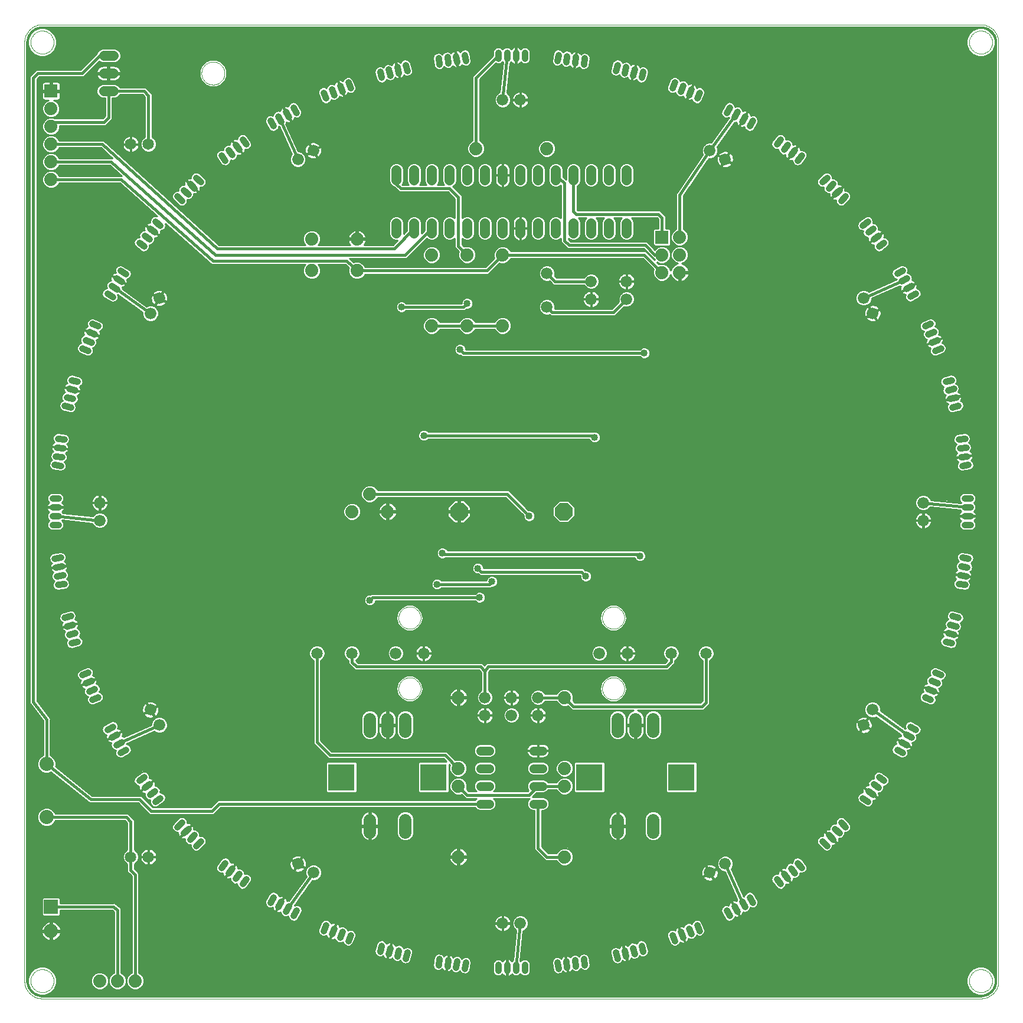
<source format=gtl>
G75*
%MOIN*%
%OFA0B0*%
%FSLAX24Y24*%
%IPPOS*%
%LPD*%
%AMOC8*
5,1,8,0,0,1.08239X$1,22.5*
%
%ADD10C,0.0010*%
%ADD11C,0.0350*%
%ADD12C,0.0000*%
%ADD13R,0.0740X0.0740*%
%ADD14C,0.0740*%
%ADD15C,0.0560*%
%ADD16C,0.0650*%
%ADD17C,0.0800*%
%ADD18R,0.0800X0.0800*%
%ADD19C,0.0660*%
%ADD20C,0.0700*%
%ADD21R,0.1500X0.1500*%
%ADD22C,0.0500*%
%ADD23OC8,0.1000*%
%ADD24C,0.0100*%
%ADD25C,0.0400*%
%ADD26C,0.0160*%
D10*
X000333Y001225D02*
X000333Y054225D01*
X000335Y054285D01*
X000340Y054346D01*
X000349Y054405D01*
X000362Y054464D01*
X000378Y054523D01*
X000398Y054580D01*
X000421Y054635D01*
X000448Y054690D01*
X000477Y054742D01*
X000510Y054793D01*
X000546Y054842D01*
X000584Y054888D01*
X000626Y054932D01*
X000670Y054974D01*
X000716Y055012D01*
X000765Y055048D01*
X000816Y055081D01*
X000868Y055110D01*
X000923Y055137D01*
X000978Y055160D01*
X001035Y055180D01*
X001094Y055196D01*
X001153Y055209D01*
X001212Y055218D01*
X001273Y055223D01*
X001333Y055225D01*
X054333Y055225D01*
X054393Y055223D01*
X054454Y055218D01*
X054513Y055209D01*
X054572Y055196D01*
X054631Y055180D01*
X054688Y055160D01*
X054743Y055137D01*
X054798Y055110D01*
X054850Y055081D01*
X054901Y055048D01*
X054950Y055012D01*
X054996Y054974D01*
X055040Y054932D01*
X055082Y054888D01*
X055120Y054842D01*
X055156Y054793D01*
X055189Y054742D01*
X055218Y054690D01*
X055245Y054635D01*
X055268Y054580D01*
X055288Y054523D01*
X055304Y054464D01*
X055317Y054405D01*
X055326Y054346D01*
X055331Y054285D01*
X055333Y054225D01*
X055333Y001225D01*
X055331Y001165D01*
X055326Y001104D01*
X055317Y001045D01*
X055304Y000986D01*
X055288Y000927D01*
X055268Y000870D01*
X055245Y000815D01*
X055218Y000760D01*
X055189Y000708D01*
X055156Y000657D01*
X055120Y000608D01*
X055082Y000562D01*
X055040Y000518D01*
X054996Y000476D01*
X054950Y000438D01*
X054901Y000402D01*
X054850Y000369D01*
X054798Y000340D01*
X054743Y000313D01*
X054688Y000290D01*
X054631Y000270D01*
X054572Y000254D01*
X054513Y000241D01*
X054454Y000232D01*
X054393Y000227D01*
X054333Y000225D01*
X001333Y000225D01*
X001273Y000227D01*
X001212Y000232D01*
X001153Y000241D01*
X001094Y000254D01*
X001035Y000270D01*
X000978Y000290D01*
X000923Y000313D01*
X000868Y000340D01*
X000816Y000369D01*
X000765Y000402D01*
X000716Y000438D01*
X000670Y000476D01*
X000626Y000518D01*
X000584Y000562D01*
X000546Y000608D01*
X000510Y000657D01*
X000477Y000708D01*
X000448Y000760D01*
X000421Y000815D01*
X000398Y000870D01*
X000378Y000927D01*
X000362Y000986D01*
X000349Y001045D01*
X000340Y001104D01*
X000335Y001165D01*
X000333Y001225D01*
X021458Y017725D02*
X021460Y017775D01*
X021466Y017824D01*
X021476Y017873D01*
X021489Y017920D01*
X021507Y017967D01*
X021528Y018012D01*
X021552Y018055D01*
X021580Y018096D01*
X021611Y018135D01*
X021645Y018171D01*
X021682Y018205D01*
X021722Y018235D01*
X021763Y018262D01*
X021807Y018286D01*
X021852Y018306D01*
X021899Y018322D01*
X021947Y018335D01*
X021996Y018344D01*
X022046Y018349D01*
X022095Y018350D01*
X022145Y018347D01*
X022194Y018340D01*
X022243Y018329D01*
X022290Y018315D01*
X022336Y018296D01*
X022381Y018274D01*
X022424Y018249D01*
X022464Y018220D01*
X022502Y018188D01*
X022538Y018154D01*
X022571Y018116D01*
X022600Y018076D01*
X022626Y018034D01*
X022649Y017990D01*
X022668Y017944D01*
X022684Y017897D01*
X022696Y017848D01*
X022704Y017799D01*
X022708Y017750D01*
X022708Y017700D01*
X022704Y017651D01*
X022696Y017602D01*
X022684Y017553D01*
X022668Y017506D01*
X022649Y017460D01*
X022626Y017416D01*
X022600Y017374D01*
X022571Y017334D01*
X022538Y017296D01*
X022502Y017262D01*
X022464Y017230D01*
X022424Y017201D01*
X022381Y017176D01*
X022336Y017154D01*
X022290Y017135D01*
X022243Y017121D01*
X022194Y017110D01*
X022145Y017103D01*
X022095Y017100D01*
X022046Y017101D01*
X021996Y017106D01*
X021947Y017115D01*
X021899Y017128D01*
X021852Y017144D01*
X021807Y017164D01*
X021763Y017188D01*
X021722Y017215D01*
X021682Y017245D01*
X021645Y017279D01*
X021611Y017315D01*
X021580Y017354D01*
X021552Y017395D01*
X021528Y017438D01*
X021507Y017483D01*
X021489Y017530D01*
X021476Y017577D01*
X021466Y017626D01*
X021460Y017675D01*
X021458Y017725D01*
X021458Y021725D02*
X021460Y021775D01*
X021466Y021824D01*
X021476Y021873D01*
X021489Y021920D01*
X021507Y021967D01*
X021528Y022012D01*
X021552Y022055D01*
X021580Y022096D01*
X021611Y022135D01*
X021645Y022171D01*
X021682Y022205D01*
X021722Y022235D01*
X021763Y022262D01*
X021807Y022286D01*
X021852Y022306D01*
X021899Y022322D01*
X021947Y022335D01*
X021996Y022344D01*
X022046Y022349D01*
X022095Y022350D01*
X022145Y022347D01*
X022194Y022340D01*
X022243Y022329D01*
X022290Y022315D01*
X022336Y022296D01*
X022381Y022274D01*
X022424Y022249D01*
X022464Y022220D01*
X022502Y022188D01*
X022538Y022154D01*
X022571Y022116D01*
X022600Y022076D01*
X022626Y022034D01*
X022649Y021990D01*
X022668Y021944D01*
X022684Y021897D01*
X022696Y021848D01*
X022704Y021799D01*
X022708Y021750D01*
X022708Y021700D01*
X022704Y021651D01*
X022696Y021602D01*
X022684Y021553D01*
X022668Y021506D01*
X022649Y021460D01*
X022626Y021416D01*
X022600Y021374D01*
X022571Y021334D01*
X022538Y021296D01*
X022502Y021262D01*
X022464Y021230D01*
X022424Y021201D01*
X022381Y021176D01*
X022336Y021154D01*
X022290Y021135D01*
X022243Y021121D01*
X022194Y021110D01*
X022145Y021103D01*
X022095Y021100D01*
X022046Y021101D01*
X021996Y021106D01*
X021947Y021115D01*
X021899Y021128D01*
X021852Y021144D01*
X021807Y021164D01*
X021763Y021188D01*
X021722Y021215D01*
X021682Y021245D01*
X021645Y021279D01*
X021611Y021315D01*
X021580Y021354D01*
X021552Y021395D01*
X021528Y021438D01*
X021507Y021483D01*
X021489Y021530D01*
X021476Y021577D01*
X021466Y021626D01*
X021460Y021675D01*
X021458Y021725D01*
X032958Y021725D02*
X032960Y021775D01*
X032966Y021824D01*
X032976Y021873D01*
X032989Y021920D01*
X033007Y021967D01*
X033028Y022012D01*
X033052Y022055D01*
X033080Y022096D01*
X033111Y022135D01*
X033145Y022171D01*
X033182Y022205D01*
X033222Y022235D01*
X033263Y022262D01*
X033307Y022286D01*
X033352Y022306D01*
X033399Y022322D01*
X033447Y022335D01*
X033496Y022344D01*
X033546Y022349D01*
X033595Y022350D01*
X033645Y022347D01*
X033694Y022340D01*
X033743Y022329D01*
X033790Y022315D01*
X033836Y022296D01*
X033881Y022274D01*
X033924Y022249D01*
X033964Y022220D01*
X034002Y022188D01*
X034038Y022154D01*
X034071Y022116D01*
X034100Y022076D01*
X034126Y022034D01*
X034149Y021990D01*
X034168Y021944D01*
X034184Y021897D01*
X034196Y021848D01*
X034204Y021799D01*
X034208Y021750D01*
X034208Y021700D01*
X034204Y021651D01*
X034196Y021602D01*
X034184Y021553D01*
X034168Y021506D01*
X034149Y021460D01*
X034126Y021416D01*
X034100Y021374D01*
X034071Y021334D01*
X034038Y021296D01*
X034002Y021262D01*
X033964Y021230D01*
X033924Y021201D01*
X033881Y021176D01*
X033836Y021154D01*
X033790Y021135D01*
X033743Y021121D01*
X033694Y021110D01*
X033645Y021103D01*
X033595Y021100D01*
X033546Y021101D01*
X033496Y021106D01*
X033447Y021115D01*
X033399Y021128D01*
X033352Y021144D01*
X033307Y021164D01*
X033263Y021188D01*
X033222Y021215D01*
X033182Y021245D01*
X033145Y021279D01*
X033111Y021315D01*
X033080Y021354D01*
X033052Y021395D01*
X033028Y021438D01*
X033007Y021483D01*
X032989Y021530D01*
X032976Y021577D01*
X032966Y021626D01*
X032960Y021675D01*
X032958Y021725D01*
X032958Y017725D02*
X032960Y017775D01*
X032966Y017824D01*
X032976Y017873D01*
X032989Y017920D01*
X033007Y017967D01*
X033028Y018012D01*
X033052Y018055D01*
X033080Y018096D01*
X033111Y018135D01*
X033145Y018171D01*
X033182Y018205D01*
X033222Y018235D01*
X033263Y018262D01*
X033307Y018286D01*
X033352Y018306D01*
X033399Y018322D01*
X033447Y018335D01*
X033496Y018344D01*
X033546Y018349D01*
X033595Y018350D01*
X033645Y018347D01*
X033694Y018340D01*
X033743Y018329D01*
X033790Y018315D01*
X033836Y018296D01*
X033881Y018274D01*
X033924Y018249D01*
X033964Y018220D01*
X034002Y018188D01*
X034038Y018154D01*
X034071Y018116D01*
X034100Y018076D01*
X034126Y018034D01*
X034149Y017990D01*
X034168Y017944D01*
X034184Y017897D01*
X034196Y017848D01*
X034204Y017799D01*
X034208Y017750D01*
X034208Y017700D01*
X034204Y017651D01*
X034196Y017602D01*
X034184Y017553D01*
X034168Y017506D01*
X034149Y017460D01*
X034126Y017416D01*
X034100Y017374D01*
X034071Y017334D01*
X034038Y017296D01*
X034002Y017262D01*
X033964Y017230D01*
X033924Y017201D01*
X033881Y017176D01*
X033836Y017154D01*
X033790Y017135D01*
X033743Y017121D01*
X033694Y017110D01*
X033645Y017103D01*
X033595Y017100D01*
X033546Y017101D01*
X033496Y017106D01*
X033447Y017115D01*
X033399Y017128D01*
X033352Y017144D01*
X033307Y017164D01*
X033263Y017188D01*
X033222Y017215D01*
X033182Y017245D01*
X033145Y017279D01*
X033111Y017315D01*
X033080Y017354D01*
X033052Y017395D01*
X033028Y017438D01*
X033007Y017483D01*
X032989Y017530D01*
X032976Y017577D01*
X032966Y017626D01*
X032960Y017675D01*
X032958Y017725D01*
D11*
X043208Y007282D02*
X043422Y007004D01*
X043818Y007308D02*
X043605Y007586D01*
X044002Y007890D02*
X044215Y007613D01*
X043025Y006700D02*
X042812Y006977D01*
X041275Y005952D02*
X041450Y005648D01*
X041017Y005398D02*
X040842Y005702D01*
X040409Y005452D02*
X040584Y005148D01*
X040151Y004898D02*
X039976Y005202D01*
X038309Y004384D02*
X038443Y004060D01*
X037981Y003869D02*
X037847Y004192D01*
X037385Y004001D02*
X037519Y003678D01*
X037057Y003486D02*
X036923Y003810D01*
X035172Y003218D02*
X035263Y002880D01*
X034780Y002751D02*
X034690Y003089D01*
X034207Y002959D02*
X034297Y002621D01*
X033814Y002492D02*
X033724Y002830D01*
X031914Y002466D02*
X031960Y002119D01*
X031464Y002054D02*
X031418Y002401D01*
X030923Y002336D02*
X030968Y001989D01*
X030473Y001924D02*
X030427Y002271D01*
X028583Y002150D02*
X028583Y001800D01*
X028083Y001800D02*
X028083Y002150D01*
X027583Y002150D02*
X027583Y001800D01*
X027083Y001800D02*
X027083Y002150D01*
X025240Y002271D02*
X025194Y001924D01*
X024698Y001989D02*
X024744Y002336D01*
X024248Y002401D02*
X024203Y002054D01*
X023707Y002119D02*
X023753Y002466D01*
X021943Y002830D02*
X021852Y002492D01*
X021370Y002621D02*
X021460Y002959D01*
X020977Y003089D02*
X020887Y002751D01*
X020404Y002880D02*
X020494Y003218D01*
X018743Y003810D02*
X018609Y003486D01*
X018147Y003678D02*
X018281Y004001D01*
X017819Y004192D02*
X017685Y003869D01*
X017223Y004060D02*
X017357Y004384D01*
X015700Y005202D02*
X015525Y004898D01*
X015092Y005148D02*
X015267Y005452D01*
X014834Y005702D02*
X014659Y005398D01*
X014226Y005648D02*
X014401Y005952D01*
X012855Y006977D02*
X012642Y006700D01*
X012245Y007004D02*
X012458Y007282D01*
X012062Y007586D02*
X011848Y007308D01*
X011452Y007613D02*
X011665Y007890D01*
X010277Y009108D02*
X010030Y008861D01*
X009676Y009214D02*
X009924Y009462D01*
X009570Y009816D02*
X009323Y009568D01*
X008969Y009922D02*
X009217Y010169D01*
X007999Y011557D02*
X007721Y011343D01*
X007417Y011740D02*
X007694Y011953D01*
X007390Y012350D02*
X007112Y012137D01*
X006808Y012533D02*
X007086Y012747D01*
X006060Y014293D02*
X005757Y014118D01*
X005507Y014551D02*
X005810Y014726D01*
X005560Y015159D02*
X005257Y014984D01*
X005007Y015417D02*
X005310Y015592D01*
X004492Y017249D02*
X004169Y017115D01*
X003977Y017577D02*
X004301Y017711D01*
X004109Y018173D02*
X003786Y018039D01*
X003595Y018501D02*
X003918Y018635D01*
X003326Y020386D02*
X002988Y020295D01*
X002859Y020778D02*
X003197Y020869D01*
X003068Y021352D02*
X002730Y021261D01*
X002600Y021744D02*
X002938Y021835D01*
X002575Y023644D02*
X002228Y023599D01*
X002162Y024094D02*
X002509Y024140D01*
X002444Y024636D02*
X002097Y024590D01*
X002032Y025086D02*
X002379Y025131D01*
X002258Y026975D02*
X001908Y026975D01*
X001908Y027475D02*
X002258Y027475D01*
X002258Y027975D02*
X001908Y027975D01*
X001908Y028475D02*
X002258Y028475D01*
X002379Y030319D02*
X002032Y030364D01*
X002097Y030860D02*
X002444Y030814D01*
X002509Y031310D02*
X002162Y031356D01*
X002228Y031851D02*
X002575Y031806D01*
X002938Y033615D02*
X002600Y033706D01*
X002730Y034189D02*
X003068Y034098D01*
X003197Y034581D02*
X002859Y034672D01*
X002988Y035155D02*
X003326Y035064D01*
X003918Y036815D02*
X003595Y036949D01*
X003786Y037411D02*
X004109Y037277D01*
X004301Y037739D02*
X003977Y037873D01*
X004169Y038335D02*
X004492Y038201D01*
X005310Y039858D02*
X005007Y040033D01*
X005257Y040466D02*
X005560Y040291D01*
X005810Y040724D02*
X005507Y040899D01*
X005757Y041332D02*
X006060Y041157D01*
X007086Y042703D02*
X006808Y042917D01*
X007112Y043313D02*
X007390Y043100D01*
X007694Y043497D02*
X007417Y043710D01*
X007721Y044107D02*
X007999Y043893D01*
X009217Y045281D02*
X008969Y045528D01*
X009323Y045882D02*
X009570Y045634D01*
X009924Y045988D02*
X009676Y046236D01*
X010030Y046589D02*
X010277Y046342D01*
X011665Y047560D02*
X011452Y047837D01*
X011848Y048142D02*
X012062Y047864D01*
X012458Y048168D02*
X012245Y048446D01*
X012642Y048750D02*
X012855Y048473D01*
X014391Y049498D02*
X014216Y049802D01*
X014649Y050052D02*
X014824Y049748D01*
X015257Y049998D02*
X015082Y050302D01*
X015515Y050552D02*
X015690Y050248D01*
X017357Y051066D02*
X017223Y051390D01*
X017685Y051581D02*
X017819Y051258D01*
X018281Y051449D02*
X018147Y051772D01*
X018609Y051964D02*
X018743Y051640D01*
X020494Y052232D02*
X020404Y052570D01*
X020887Y052699D02*
X020977Y052361D01*
X021460Y052491D02*
X021370Y052829D01*
X021852Y052958D02*
X021943Y052620D01*
X023753Y052984D02*
X023707Y053331D01*
X024203Y053396D02*
X024248Y053049D01*
X024744Y053114D02*
X024698Y053461D01*
X025194Y053526D02*
X025240Y053179D01*
X027083Y053300D02*
X027083Y053650D01*
X027583Y053650D02*
X027583Y053300D01*
X028083Y053300D02*
X028083Y053650D01*
X028583Y053650D02*
X028583Y053300D01*
X030427Y053179D02*
X030473Y053526D01*
X030968Y053461D02*
X030923Y053114D01*
X031418Y053049D02*
X031464Y053396D01*
X031960Y053331D02*
X031914Y052984D01*
X033724Y052620D02*
X033814Y052958D01*
X034297Y052829D02*
X034207Y052491D01*
X034690Y052361D02*
X034780Y052699D01*
X035263Y052570D02*
X035172Y052232D01*
X036923Y051640D02*
X037057Y051964D01*
X037519Y051772D02*
X037385Y051449D01*
X037847Y051258D02*
X037981Y051581D01*
X038443Y051390D02*
X038309Y051066D01*
X039976Y050248D02*
X040151Y050552D01*
X040584Y050302D02*
X040409Y049998D01*
X040842Y049748D02*
X041017Y050052D01*
X041450Y049802D02*
X041275Y049498D01*
X042812Y048473D02*
X043025Y048750D01*
X043422Y048446D02*
X043208Y048168D01*
X043605Y047864D02*
X043818Y048142D01*
X044215Y047837D02*
X044002Y047560D01*
X045389Y046342D02*
X045637Y046589D01*
X045990Y046236D02*
X045743Y045988D01*
X046096Y045634D02*
X046344Y045882D01*
X046697Y045528D02*
X046450Y045281D01*
X047668Y043893D02*
X047946Y044107D01*
X048250Y043710D02*
X047972Y043497D01*
X048277Y043100D02*
X048554Y043313D01*
X048859Y042917D02*
X048581Y042703D01*
X049607Y041167D02*
X049910Y041342D01*
X050160Y040909D02*
X049857Y040734D01*
X050107Y040301D02*
X050410Y040476D01*
X050660Y040043D02*
X050357Y039868D01*
X051175Y038201D02*
X051498Y038335D01*
X051689Y037873D02*
X051366Y037739D01*
X051557Y037277D02*
X051881Y037411D01*
X052072Y036949D02*
X051749Y036815D01*
X052340Y035064D02*
X052678Y035155D01*
X052808Y034672D02*
X052470Y034581D01*
X052599Y034098D02*
X052937Y034189D01*
X053066Y033706D02*
X052728Y033615D01*
X053092Y031806D02*
X053439Y031851D01*
X053504Y031356D02*
X053157Y031310D01*
X053222Y030814D02*
X053569Y030860D01*
X053635Y030364D02*
X053288Y030319D01*
X053408Y028475D02*
X053758Y028475D01*
X053758Y027975D02*
X053408Y027975D01*
X053408Y027475D02*
X053758Y027475D01*
X053758Y026975D02*
X053408Y026975D01*
X053288Y025131D02*
X053635Y025086D01*
X053569Y024590D02*
X053222Y024636D01*
X053157Y024140D02*
X053504Y024094D01*
X053439Y023599D02*
X053092Y023644D01*
X052728Y021835D02*
X053066Y021744D01*
X052937Y021261D02*
X052599Y021352D01*
X052470Y020869D02*
X052808Y020778D01*
X052678Y020295D02*
X052340Y020386D01*
X051749Y018635D02*
X052072Y018501D01*
X051881Y018039D02*
X051557Y018173D01*
X051366Y017711D02*
X051689Y017577D01*
X051498Y017115D02*
X051175Y017249D01*
X050357Y015592D02*
X050660Y015417D01*
X050410Y014984D02*
X050107Y015159D01*
X049857Y014726D02*
X050160Y014551D01*
X049910Y014118D02*
X049607Y014293D01*
X048581Y012747D02*
X048859Y012533D01*
X048554Y012137D02*
X048277Y012350D01*
X047972Y011953D02*
X048250Y011740D01*
X047946Y011343D02*
X047668Y011557D01*
X046450Y010169D02*
X046697Y009922D01*
X046344Y009568D02*
X046096Y009816D01*
X045743Y009462D02*
X045990Y009214D01*
X045637Y008861D02*
X045389Y009108D01*
D12*
X053683Y001225D02*
X053685Y001275D01*
X053691Y001325D01*
X053701Y001375D01*
X053714Y001423D01*
X053731Y001471D01*
X053752Y001517D01*
X053776Y001561D01*
X053804Y001603D01*
X053835Y001643D01*
X053869Y001680D01*
X053906Y001715D01*
X053945Y001746D01*
X053986Y001775D01*
X054030Y001800D01*
X054076Y001822D01*
X054123Y001840D01*
X054171Y001854D01*
X054220Y001865D01*
X054270Y001872D01*
X054320Y001875D01*
X054371Y001874D01*
X054421Y001869D01*
X054471Y001860D01*
X054519Y001848D01*
X054567Y001831D01*
X054613Y001811D01*
X054658Y001788D01*
X054701Y001761D01*
X054741Y001731D01*
X054779Y001698D01*
X054814Y001662D01*
X054847Y001623D01*
X054876Y001582D01*
X054902Y001539D01*
X054925Y001494D01*
X054944Y001447D01*
X054959Y001399D01*
X054971Y001350D01*
X054979Y001300D01*
X054983Y001250D01*
X054983Y001200D01*
X054979Y001150D01*
X054971Y001100D01*
X054959Y001051D01*
X054944Y001003D01*
X054925Y000956D01*
X054902Y000911D01*
X054876Y000868D01*
X054847Y000827D01*
X054814Y000788D01*
X054779Y000752D01*
X054741Y000719D01*
X054701Y000689D01*
X054658Y000662D01*
X054613Y000639D01*
X054567Y000619D01*
X054519Y000602D01*
X054471Y000590D01*
X054421Y000581D01*
X054371Y000576D01*
X054320Y000575D01*
X054270Y000578D01*
X054220Y000585D01*
X054171Y000596D01*
X054123Y000610D01*
X054076Y000628D01*
X054030Y000650D01*
X053986Y000675D01*
X053945Y000704D01*
X053906Y000735D01*
X053869Y000770D01*
X053835Y000807D01*
X053804Y000847D01*
X053776Y000889D01*
X053752Y000933D01*
X053731Y000979D01*
X053714Y001027D01*
X053701Y001075D01*
X053691Y001125D01*
X053685Y001175D01*
X053683Y001225D01*
X010333Y052475D02*
X010335Y052525D01*
X010341Y052575D01*
X010351Y052625D01*
X010364Y052673D01*
X010381Y052721D01*
X010402Y052767D01*
X010426Y052811D01*
X010454Y052853D01*
X010485Y052893D01*
X010519Y052930D01*
X010556Y052965D01*
X010595Y052996D01*
X010636Y053025D01*
X010680Y053050D01*
X010726Y053072D01*
X010773Y053090D01*
X010821Y053104D01*
X010870Y053115D01*
X010920Y053122D01*
X010970Y053125D01*
X011021Y053124D01*
X011071Y053119D01*
X011121Y053110D01*
X011169Y053098D01*
X011217Y053081D01*
X011263Y053061D01*
X011308Y053038D01*
X011351Y053011D01*
X011391Y052981D01*
X011429Y052948D01*
X011464Y052912D01*
X011497Y052873D01*
X011526Y052832D01*
X011552Y052789D01*
X011575Y052744D01*
X011594Y052697D01*
X011609Y052649D01*
X011621Y052600D01*
X011629Y052550D01*
X011633Y052500D01*
X011633Y052450D01*
X011629Y052400D01*
X011621Y052350D01*
X011609Y052301D01*
X011594Y052253D01*
X011575Y052206D01*
X011552Y052161D01*
X011526Y052118D01*
X011497Y052077D01*
X011464Y052038D01*
X011429Y052002D01*
X011391Y051969D01*
X011351Y051939D01*
X011308Y051912D01*
X011263Y051889D01*
X011217Y051869D01*
X011169Y051852D01*
X011121Y051840D01*
X011071Y051831D01*
X011021Y051826D01*
X010970Y051825D01*
X010920Y051828D01*
X010870Y051835D01*
X010821Y051846D01*
X010773Y051860D01*
X010726Y051878D01*
X010680Y051900D01*
X010636Y051925D01*
X010595Y051954D01*
X010556Y051985D01*
X010519Y052020D01*
X010485Y052057D01*
X010454Y052097D01*
X010426Y052139D01*
X010402Y052183D01*
X010381Y052229D01*
X010364Y052277D01*
X010351Y052325D01*
X010341Y052375D01*
X010335Y052425D01*
X010333Y052475D01*
X000683Y054225D02*
X000685Y054275D01*
X000691Y054325D01*
X000701Y054375D01*
X000714Y054423D01*
X000731Y054471D01*
X000752Y054517D01*
X000776Y054561D01*
X000804Y054603D01*
X000835Y054643D01*
X000869Y054680D01*
X000906Y054715D01*
X000945Y054746D01*
X000986Y054775D01*
X001030Y054800D01*
X001076Y054822D01*
X001123Y054840D01*
X001171Y054854D01*
X001220Y054865D01*
X001270Y054872D01*
X001320Y054875D01*
X001371Y054874D01*
X001421Y054869D01*
X001471Y054860D01*
X001519Y054848D01*
X001567Y054831D01*
X001613Y054811D01*
X001658Y054788D01*
X001701Y054761D01*
X001741Y054731D01*
X001779Y054698D01*
X001814Y054662D01*
X001847Y054623D01*
X001876Y054582D01*
X001902Y054539D01*
X001925Y054494D01*
X001944Y054447D01*
X001959Y054399D01*
X001971Y054350D01*
X001979Y054300D01*
X001983Y054250D01*
X001983Y054200D01*
X001979Y054150D01*
X001971Y054100D01*
X001959Y054051D01*
X001944Y054003D01*
X001925Y053956D01*
X001902Y053911D01*
X001876Y053868D01*
X001847Y053827D01*
X001814Y053788D01*
X001779Y053752D01*
X001741Y053719D01*
X001701Y053689D01*
X001658Y053662D01*
X001613Y053639D01*
X001567Y053619D01*
X001519Y053602D01*
X001471Y053590D01*
X001421Y053581D01*
X001371Y053576D01*
X001320Y053575D01*
X001270Y053578D01*
X001220Y053585D01*
X001171Y053596D01*
X001123Y053610D01*
X001076Y053628D01*
X001030Y053650D01*
X000986Y053675D01*
X000945Y053704D01*
X000906Y053735D01*
X000869Y053770D01*
X000835Y053807D01*
X000804Y053847D01*
X000776Y053889D01*
X000752Y053933D01*
X000731Y053979D01*
X000714Y054027D01*
X000701Y054075D01*
X000691Y054125D01*
X000685Y054175D01*
X000683Y054225D01*
X000683Y001225D02*
X000685Y001275D01*
X000691Y001325D01*
X000701Y001375D01*
X000714Y001423D01*
X000731Y001471D01*
X000752Y001517D01*
X000776Y001561D01*
X000804Y001603D01*
X000835Y001643D01*
X000869Y001680D01*
X000906Y001715D01*
X000945Y001746D01*
X000986Y001775D01*
X001030Y001800D01*
X001076Y001822D01*
X001123Y001840D01*
X001171Y001854D01*
X001220Y001865D01*
X001270Y001872D01*
X001320Y001875D01*
X001371Y001874D01*
X001421Y001869D01*
X001471Y001860D01*
X001519Y001848D01*
X001567Y001831D01*
X001613Y001811D01*
X001658Y001788D01*
X001701Y001761D01*
X001741Y001731D01*
X001779Y001698D01*
X001814Y001662D01*
X001847Y001623D01*
X001876Y001582D01*
X001902Y001539D01*
X001925Y001494D01*
X001944Y001447D01*
X001959Y001399D01*
X001971Y001350D01*
X001979Y001300D01*
X001983Y001250D01*
X001983Y001200D01*
X001979Y001150D01*
X001971Y001100D01*
X001959Y001051D01*
X001944Y001003D01*
X001925Y000956D01*
X001902Y000911D01*
X001876Y000868D01*
X001847Y000827D01*
X001814Y000788D01*
X001779Y000752D01*
X001741Y000719D01*
X001701Y000689D01*
X001658Y000662D01*
X001613Y000639D01*
X001567Y000619D01*
X001519Y000602D01*
X001471Y000590D01*
X001421Y000581D01*
X001371Y000576D01*
X001320Y000575D01*
X001270Y000578D01*
X001220Y000585D01*
X001171Y000596D01*
X001123Y000610D01*
X001076Y000628D01*
X001030Y000650D01*
X000986Y000675D01*
X000945Y000704D01*
X000906Y000735D01*
X000869Y000770D01*
X000835Y000807D01*
X000804Y000847D01*
X000776Y000889D01*
X000752Y000933D01*
X000731Y000979D01*
X000714Y001027D01*
X000701Y001075D01*
X000691Y001125D01*
X000685Y001175D01*
X000683Y001225D01*
X053683Y054225D02*
X053685Y054275D01*
X053691Y054325D01*
X053701Y054375D01*
X053714Y054423D01*
X053731Y054471D01*
X053752Y054517D01*
X053776Y054561D01*
X053804Y054603D01*
X053835Y054643D01*
X053869Y054680D01*
X053906Y054715D01*
X053945Y054746D01*
X053986Y054775D01*
X054030Y054800D01*
X054076Y054822D01*
X054123Y054840D01*
X054171Y054854D01*
X054220Y054865D01*
X054270Y054872D01*
X054320Y054875D01*
X054371Y054874D01*
X054421Y054869D01*
X054471Y054860D01*
X054519Y054848D01*
X054567Y054831D01*
X054613Y054811D01*
X054658Y054788D01*
X054701Y054761D01*
X054741Y054731D01*
X054779Y054698D01*
X054814Y054662D01*
X054847Y054623D01*
X054876Y054582D01*
X054902Y054539D01*
X054925Y054494D01*
X054944Y054447D01*
X054959Y054399D01*
X054971Y054350D01*
X054979Y054300D01*
X054983Y054250D01*
X054983Y054200D01*
X054979Y054150D01*
X054971Y054100D01*
X054959Y054051D01*
X054944Y054003D01*
X054925Y053956D01*
X054902Y053911D01*
X054876Y053868D01*
X054847Y053827D01*
X054814Y053788D01*
X054779Y053752D01*
X054741Y053719D01*
X054701Y053689D01*
X054658Y053662D01*
X054613Y053639D01*
X054567Y053619D01*
X054519Y053602D01*
X054471Y053590D01*
X054421Y053581D01*
X054371Y053576D01*
X054320Y053575D01*
X054270Y053578D01*
X054220Y053585D01*
X054171Y053596D01*
X054123Y053610D01*
X054076Y053628D01*
X054030Y053650D01*
X053986Y053675D01*
X053945Y053704D01*
X053906Y053735D01*
X053869Y053770D01*
X053835Y053807D01*
X053804Y053847D01*
X053776Y053889D01*
X053752Y053933D01*
X053731Y053979D01*
X053714Y054027D01*
X053701Y054075D01*
X053691Y054125D01*
X053685Y054175D01*
X053683Y054225D01*
D13*
X036333Y043225D03*
X001833Y051475D03*
D14*
X001833Y050475D03*
X001833Y049475D03*
X001833Y048475D03*
X001833Y047475D03*
X001833Y046475D03*
X016553Y043115D03*
X016553Y041335D03*
X019113Y041335D03*
X019113Y043115D03*
X023333Y042225D03*
X025333Y042225D03*
X027333Y042225D03*
X027333Y038225D03*
X025333Y038225D03*
X023333Y038225D03*
X019833Y028725D03*
X018833Y027725D03*
X020833Y027725D03*
X024833Y017225D03*
X024833Y013225D03*
X024833Y012225D03*
X024833Y008225D03*
X030833Y008225D03*
X030833Y012225D03*
X030833Y013225D03*
X030833Y017225D03*
X036333Y041225D03*
X036333Y042225D03*
X037333Y042225D03*
X037333Y043225D03*
X037333Y041225D03*
X029833Y048225D03*
X025833Y048225D03*
X006583Y001225D03*
X005583Y001225D03*
X004583Y001225D03*
D15*
X021333Y043445D02*
X021333Y044005D01*
X022333Y044005D02*
X022333Y043445D01*
X023333Y043445D02*
X023333Y044005D01*
X024333Y044005D02*
X024333Y043445D01*
X025333Y043445D02*
X025333Y044005D01*
X026333Y044005D02*
X026333Y043445D01*
X027333Y043445D02*
X027333Y044005D01*
X028333Y044005D02*
X028333Y043445D01*
X029333Y043445D02*
X029333Y044005D01*
X030333Y044005D02*
X030333Y043445D01*
X031333Y043445D02*
X031333Y044005D01*
X032333Y044005D02*
X032333Y043445D01*
X033333Y043445D02*
X033333Y044005D01*
X034333Y044005D02*
X034333Y043445D01*
X034333Y046445D02*
X034333Y047005D01*
X033333Y047005D02*
X033333Y046445D01*
X032333Y046445D02*
X032333Y047005D01*
X031333Y047005D02*
X031333Y046445D01*
X030333Y046445D02*
X030333Y047005D01*
X029333Y047005D02*
X029333Y046445D01*
X028333Y046445D02*
X028333Y047005D01*
X027333Y047005D02*
X027333Y046445D01*
X026333Y046445D02*
X026333Y047005D01*
X025333Y047005D02*
X025333Y046445D01*
X024333Y046445D02*
X024333Y047005D01*
X023333Y047005D02*
X023333Y046445D01*
X022333Y046445D02*
X022333Y047005D01*
X021333Y047005D02*
X021333Y046445D01*
X005363Y051475D02*
X004803Y051475D01*
X004803Y052475D02*
X005363Y052475D01*
X005363Y053475D02*
X004803Y053475D01*
D16*
X006333Y048475D03*
X007333Y048475D03*
X016848Y019725D03*
X018818Y019725D03*
X007333Y008225D03*
X006333Y008225D03*
X036848Y019725D03*
X038818Y019725D03*
D17*
X001833Y004036D03*
X001583Y010475D03*
X001583Y013475D03*
D18*
X001833Y005414D03*
D19*
X007943Y015672D03*
X007443Y016538D03*
X015780Y007835D03*
X016646Y007335D03*
X026333Y016225D03*
X026333Y017225D03*
X027833Y017225D03*
X027833Y016225D03*
X029333Y016225D03*
X029333Y017225D03*
X032796Y019725D03*
X034371Y019725D03*
X022871Y019725D03*
X021296Y019725D03*
X027333Y004475D03*
X028333Y004475D03*
X039030Y007335D03*
X039896Y007835D03*
X047723Y015672D03*
X048223Y016538D03*
X051083Y027225D03*
X051083Y028225D03*
X048223Y038922D03*
X047723Y039788D03*
X039896Y047615D03*
X039030Y048115D03*
X034333Y040725D03*
X034333Y039725D03*
X032333Y039725D03*
X032333Y040725D03*
X029833Y041175D03*
X029833Y039275D03*
X028333Y050975D03*
X027333Y050975D03*
X016636Y048115D03*
X015770Y047615D03*
X007943Y039778D03*
X007443Y038912D03*
X004583Y028225D03*
X004583Y027225D03*
D20*
X019833Y016025D02*
X019833Y015325D01*
X020833Y015325D02*
X020833Y016025D01*
X021833Y016025D02*
X021833Y015325D01*
X021833Y010325D02*
X021833Y009625D01*
X019833Y009625D02*
X019833Y010325D01*
X033833Y010325D02*
X033833Y009625D01*
X035833Y009625D02*
X035833Y010325D01*
X035833Y015325D02*
X035833Y016025D01*
X034833Y016025D02*
X034833Y015325D01*
X033833Y015325D02*
X033833Y016025D01*
D21*
X032233Y012725D03*
X037433Y012725D03*
X023433Y012725D03*
X018233Y012725D03*
D22*
X026083Y012225D02*
X026583Y012225D01*
X026583Y013225D02*
X026083Y013225D01*
X026083Y014225D02*
X026583Y014225D01*
X029083Y014225D02*
X029583Y014225D01*
X029583Y013225D02*
X029083Y013225D01*
X029083Y012225D02*
X029583Y012225D01*
X029583Y011225D02*
X029083Y011225D01*
X026583Y011225D02*
X026083Y011225D01*
D23*
X024883Y027725D03*
X030783Y027725D03*
D24*
X000941Y000454D02*
X000722Y000613D01*
X000563Y000832D01*
X000479Y001090D01*
X000468Y001225D01*
X000468Y054225D01*
X000479Y054360D01*
X000563Y054618D01*
X000722Y054837D01*
X000941Y054996D01*
X001198Y055079D01*
X001333Y055090D01*
X054333Y055090D01*
X054469Y055079D01*
X054726Y054996D01*
X054945Y054837D01*
X055104Y054618D01*
X055188Y054360D01*
X055198Y054225D01*
X055198Y001225D01*
X055188Y001090D01*
X055104Y000832D01*
X054945Y000613D01*
X054726Y000454D01*
X054469Y000371D01*
X054333Y000360D01*
X001333Y000360D01*
X001198Y000371D01*
X000941Y000454D01*
X000891Y000521D02*
X000849Y000521D01*
X000869Y000530D02*
X000869Y000530D01*
X001170Y000405D01*
X001371Y000405D01*
X001496Y000405D01*
X001496Y000405D01*
X001798Y000530D01*
X002028Y000761D01*
X002153Y001062D01*
X002153Y001388D01*
X002028Y001689D01*
X002028Y001689D01*
X001798Y001920D01*
X001496Y002045D01*
X001170Y002045D01*
X000869Y001920D01*
X000869Y001920D01*
X000638Y001689D01*
X000513Y001388D01*
X000513Y001062D01*
X000638Y000761D01*
X000638Y000761D01*
X000869Y000530D01*
X000780Y000619D02*
X000718Y000619D01*
X000681Y000718D02*
X000646Y000718D01*
X000615Y000816D02*
X000574Y000816D01*
X000574Y000915D02*
X000536Y000915D01*
X000534Y001013D02*
X000504Y001013D01*
X000513Y001112D02*
X000477Y001112D01*
X000470Y001210D02*
X000513Y001210D01*
X000513Y001309D02*
X000468Y001309D01*
X000468Y001407D02*
X000521Y001407D01*
X000562Y001506D02*
X000468Y001506D01*
X000468Y001604D02*
X000603Y001604D01*
X000638Y001689D02*
X000638Y001689D01*
X000651Y001703D02*
X000468Y001703D01*
X000468Y001801D02*
X000750Y001801D01*
X000848Y001900D02*
X000468Y001900D01*
X000468Y001998D02*
X001057Y001998D01*
X001610Y001998D02*
X005373Y001998D01*
X005373Y001900D02*
X001818Y001900D01*
X001798Y001920D02*
X001798Y001920D01*
X001917Y001801D02*
X005373Y001801D01*
X005373Y001703D02*
X004737Y001703D01*
X004683Y001725D02*
X004484Y001725D01*
X004300Y001649D01*
X004159Y001508D01*
X004083Y001324D01*
X004083Y001126D01*
X004159Y000942D01*
X004300Y000801D01*
X004484Y000725D01*
X004683Y000725D01*
X004867Y000801D01*
X005007Y000942D01*
X005083Y001126D01*
X005083Y001324D01*
X005007Y001508D01*
X004867Y001649D01*
X004683Y001725D01*
X004430Y001703D02*
X002015Y001703D01*
X002064Y001604D02*
X004255Y001604D01*
X004158Y001506D02*
X002105Y001506D01*
X002146Y001407D02*
X004118Y001407D01*
X004083Y001309D02*
X002153Y001309D01*
X002153Y001210D02*
X004083Y001210D01*
X004089Y001112D02*
X002153Y001112D01*
X002133Y001013D02*
X004130Y001013D01*
X004187Y000915D02*
X002092Y000915D01*
X002051Y000816D02*
X004285Y000816D01*
X004881Y000816D02*
X005285Y000816D01*
X005300Y000801D02*
X005484Y000725D01*
X005683Y000725D01*
X005867Y000801D01*
X006007Y000942D01*
X006083Y001126D01*
X006083Y001324D01*
X006007Y001508D01*
X005867Y001649D01*
X005793Y001679D01*
X005793Y005152D01*
X005802Y005163D01*
X005793Y005237D01*
X005793Y005312D01*
X005783Y005322D01*
X005782Y005336D01*
X005723Y005382D01*
X005670Y005435D01*
X005656Y005435D01*
X005484Y005571D01*
X005431Y005624D01*
X005417Y005624D01*
X005406Y005633D01*
X005332Y005624D01*
X002363Y005624D01*
X002363Y005868D01*
X002287Y005944D01*
X001379Y005944D01*
X001303Y005868D01*
X001303Y004960D01*
X001379Y004884D01*
X002287Y004884D01*
X002363Y004960D01*
X002363Y005204D01*
X005271Y005204D01*
X005373Y005123D01*
X005373Y001679D01*
X005300Y001649D01*
X005159Y001508D01*
X005083Y001324D01*
X005083Y001126D01*
X005159Y000942D01*
X005300Y000801D01*
X005187Y000915D02*
X004980Y000915D01*
X005037Y001013D02*
X005130Y001013D01*
X005089Y001112D02*
X005078Y001112D01*
X005083Y001210D02*
X005083Y001210D01*
X005083Y001309D02*
X005083Y001309D01*
X005049Y001407D02*
X005118Y001407D01*
X005158Y001506D02*
X005008Y001506D01*
X004911Y001604D02*
X005255Y001604D01*
X005373Y002097D02*
X000468Y002097D01*
X000468Y002195D02*
X005373Y002195D01*
X005373Y002294D02*
X000468Y002294D01*
X000468Y002392D02*
X005373Y002392D01*
X005373Y002491D02*
X000468Y002491D01*
X000468Y002589D02*
X005373Y002589D01*
X005373Y002688D02*
X000468Y002688D01*
X000468Y002786D02*
X005373Y002786D01*
X005373Y002885D02*
X000468Y002885D01*
X000468Y002983D02*
X005373Y002983D01*
X005373Y003082D02*
X000468Y003082D01*
X000468Y003180D02*
X005373Y003180D01*
X005373Y003279D02*
X000468Y003279D01*
X000468Y003377D02*
X005373Y003377D01*
X005373Y003476D02*
X000468Y003476D01*
X000468Y003574D02*
X001534Y003574D01*
X001545Y003566D02*
X001622Y003526D01*
X001705Y003500D01*
X001783Y003487D01*
X001783Y003986D01*
X001284Y003986D01*
X001297Y003907D01*
X001324Y003825D01*
X001363Y003748D01*
X001414Y003678D01*
X001475Y003617D01*
X001545Y003566D01*
X001419Y003673D02*
X000468Y003673D01*
X000468Y003771D02*
X001351Y003771D01*
X001309Y003870D02*
X000468Y003870D01*
X000468Y003968D02*
X001287Y003968D01*
X001284Y004086D02*
X001783Y004086D01*
X001783Y003986D01*
X001883Y003986D01*
X001883Y003487D01*
X001962Y003500D01*
X002044Y003526D01*
X002122Y003566D01*
X002192Y003617D01*
X002253Y003678D01*
X002304Y003748D01*
X002343Y003825D01*
X002370Y003907D01*
X002382Y003986D01*
X001883Y003986D01*
X001883Y004086D01*
X001783Y004086D01*
X001783Y004585D01*
X001705Y004572D01*
X001622Y004546D01*
X001545Y004506D01*
X001475Y004456D01*
X001414Y004394D01*
X001363Y004324D01*
X001324Y004247D01*
X001297Y004165D01*
X000468Y004165D01*
X000468Y004067D02*
X001783Y004067D01*
X001783Y004165D02*
X001883Y004165D01*
X001883Y004086D02*
X001883Y004585D01*
X001962Y004572D01*
X002044Y004546D01*
X002122Y004506D01*
X002192Y004456D01*
X002253Y004394D01*
X002304Y004324D01*
X002343Y004247D01*
X002370Y004165D01*
X005373Y004165D01*
X005373Y004067D02*
X001883Y004067D01*
X001883Y004086D02*
X002382Y004086D01*
X002370Y004165D01*
X002335Y004264D02*
X005373Y004264D01*
X005373Y004362D02*
X002276Y004362D01*
X002185Y004461D02*
X005373Y004461D01*
X005373Y004559D02*
X002004Y004559D01*
X001883Y004559D02*
X001783Y004559D01*
X001783Y004461D02*
X001883Y004461D01*
X001883Y004362D02*
X001783Y004362D01*
X001783Y004264D02*
X001883Y004264D01*
X001883Y003968D02*
X001783Y003968D01*
X001783Y003870D02*
X001883Y003870D01*
X001883Y003771D02*
X001783Y003771D01*
X001783Y003673D02*
X001883Y003673D01*
X001883Y003574D02*
X001783Y003574D01*
X002133Y003574D02*
X005373Y003574D01*
X005373Y003673D02*
X002248Y003673D01*
X002316Y003771D02*
X005373Y003771D01*
X005373Y003870D02*
X002358Y003870D01*
X002379Y003968D02*
X005373Y003968D01*
X005793Y003968D02*
X006373Y003968D01*
X006373Y003870D02*
X005793Y003870D01*
X005793Y003771D02*
X006373Y003771D01*
X006373Y003673D02*
X005793Y003673D01*
X005793Y003574D02*
X006373Y003574D01*
X006373Y003476D02*
X005793Y003476D01*
X005793Y003377D02*
X006373Y003377D01*
X006373Y003279D02*
X005793Y003279D01*
X005793Y003180D02*
X006373Y003180D01*
X006373Y003082D02*
X005793Y003082D01*
X005793Y002983D02*
X006373Y002983D01*
X006373Y002885D02*
X005793Y002885D01*
X005793Y002786D02*
X006373Y002786D01*
X006373Y002688D02*
X005793Y002688D01*
X005793Y002589D02*
X006373Y002589D01*
X006373Y002491D02*
X005793Y002491D01*
X005793Y002392D02*
X006373Y002392D01*
X006373Y002294D02*
X005793Y002294D01*
X005793Y002195D02*
X006373Y002195D01*
X006373Y002097D02*
X005793Y002097D01*
X005793Y001998D02*
X006373Y001998D01*
X006373Y001900D02*
X005793Y001900D01*
X005793Y001801D02*
X006373Y001801D01*
X006373Y001703D02*
X005793Y001703D01*
X005911Y001604D02*
X006255Y001604D01*
X006300Y001649D02*
X006159Y001508D01*
X006083Y001324D01*
X006083Y001126D01*
X006159Y000942D01*
X006300Y000801D01*
X006484Y000725D01*
X006683Y000725D01*
X006867Y000801D01*
X007007Y000942D01*
X007083Y001126D01*
X007083Y001324D01*
X007007Y001508D01*
X006867Y001649D01*
X006793Y001679D01*
X006793Y007312D01*
X006543Y007562D01*
X006543Y007819D01*
X006591Y007839D01*
X006719Y007967D01*
X006788Y008134D01*
X006788Y008316D01*
X006719Y008483D01*
X006591Y008611D01*
X006543Y008631D01*
X006543Y010312D01*
X006293Y010562D01*
X006170Y010685D01*
X002070Y010685D01*
X002033Y010775D01*
X001884Y010924D01*
X001689Y011005D01*
X001478Y011005D01*
X001283Y010924D01*
X001134Y010775D01*
X001053Y010580D01*
X001053Y010370D01*
X001134Y010175D01*
X001283Y010026D01*
X001478Y009945D01*
X001689Y009945D01*
X001884Y010026D01*
X002033Y010175D01*
X002070Y010265D01*
X005996Y010265D01*
X006123Y010138D01*
X006123Y008631D01*
X006076Y008611D01*
X005948Y008483D01*
X005878Y008316D01*
X005878Y008134D01*
X005948Y007967D01*
X006076Y007839D01*
X006123Y007819D01*
X006123Y007388D01*
X006246Y007265D01*
X006373Y007138D01*
X006373Y001679D01*
X006300Y001649D01*
X006158Y001506D02*
X006008Y001506D01*
X006049Y001407D02*
X006118Y001407D01*
X006083Y001309D02*
X006083Y001309D01*
X006083Y001210D02*
X006083Y001210D01*
X006078Y001112D02*
X006089Y001112D01*
X006130Y001013D02*
X006037Y001013D01*
X005980Y000915D02*
X006187Y000915D01*
X006285Y000816D02*
X005881Y000816D01*
X006881Y000816D02*
X053615Y000816D01*
X053638Y000761D02*
X053638Y000761D01*
X053513Y001062D01*
X053513Y001388D01*
X053638Y001689D01*
X053638Y001689D01*
X053869Y001920D01*
X053869Y001920D01*
X054170Y002045D01*
X054496Y002045D01*
X054798Y001920D01*
X054798Y001920D01*
X055028Y001689D01*
X055028Y001689D01*
X055153Y001388D01*
X055153Y001062D01*
X055028Y000761D01*
X055028Y000761D01*
X054798Y000530D01*
X054798Y000530D01*
X054496Y000405D01*
X054371Y000405D01*
X054170Y000405D01*
X053869Y000530D01*
X053869Y000530D01*
X053638Y000761D01*
X053681Y000718D02*
X001985Y000718D01*
X002028Y000761D02*
X002028Y000761D01*
X001887Y000619D02*
X053780Y000619D01*
X053891Y000521D02*
X001775Y000521D01*
X001798Y000530D02*
X001798Y000530D01*
X001537Y000422D02*
X054129Y000422D01*
X054496Y000405D02*
X054496Y000405D01*
X054537Y000422D02*
X054627Y000422D01*
X054775Y000521D02*
X054817Y000521D01*
X054887Y000619D02*
X054949Y000619D01*
X054985Y000718D02*
X055021Y000718D01*
X055051Y000816D02*
X055092Y000816D01*
X055092Y000915D02*
X055131Y000915D01*
X055133Y001013D02*
X055163Y001013D01*
X055153Y001112D02*
X055189Y001112D01*
X055197Y001210D02*
X055153Y001210D01*
X055153Y001309D02*
X055198Y001309D01*
X055198Y001407D02*
X055146Y001407D01*
X055105Y001506D02*
X055198Y001506D01*
X055198Y001604D02*
X055064Y001604D01*
X055015Y001703D02*
X055198Y001703D01*
X055198Y001801D02*
X054917Y001801D01*
X054818Y001900D02*
X055198Y001900D01*
X055198Y001998D02*
X054610Y001998D01*
X054057Y001998D02*
X032243Y001998D01*
X032239Y001982D02*
X032270Y002099D01*
X032209Y002566D01*
X032148Y002671D01*
X032052Y002745D01*
X031934Y002777D01*
X031814Y002761D01*
X031709Y002700D01*
X031643Y002614D01*
X031556Y002680D01*
X031439Y002711D01*
X031318Y002696D01*
X031213Y002635D01*
X031157Y002562D01*
X031146Y002574D01*
X031095Y002613D01*
X031038Y002642D01*
X030976Y002658D01*
X030912Y002662D01*
X030905Y002661D01*
X030967Y002190D01*
X030917Y002184D01*
X030855Y002655D01*
X030848Y002654D01*
X030788Y002633D01*
X030732Y002601D01*
X030684Y002559D01*
X030645Y002508D01*
X030638Y002493D01*
X030564Y002550D01*
X030447Y002581D01*
X030327Y002565D01*
X030222Y002504D01*
X030148Y002408D01*
X030117Y002291D01*
X030178Y001824D01*
X030239Y001719D01*
X030335Y001645D01*
X030452Y001613D01*
X030573Y001629D01*
X030678Y001690D01*
X030734Y001763D01*
X030745Y001751D01*
X030796Y001712D01*
X030853Y001683D01*
X030915Y001667D01*
X030979Y001662D01*
X030986Y001663D01*
X030924Y002134D01*
X030974Y002141D01*
X031036Y001670D01*
X031042Y001671D01*
X031103Y001691D01*
X031159Y001723D01*
X031207Y001766D01*
X031246Y001816D01*
X031253Y001832D01*
X031326Y001775D01*
X031444Y001744D01*
X031564Y001760D01*
X031669Y001820D01*
X031736Y001907D01*
X031822Y001840D01*
X031939Y001809D01*
X032060Y001825D01*
X032165Y001886D01*
X032239Y001982D01*
X032175Y001900D02*
X053848Y001900D01*
X053750Y001801D02*
X031636Y001801D01*
X031730Y001900D02*
X031745Y001900D01*
X031293Y001801D02*
X031234Y001801D01*
X031122Y001703D02*
X053651Y001703D01*
X053603Y001604D02*
X028819Y001604D01*
X028842Y001627D02*
X028888Y001739D01*
X028888Y002211D01*
X028842Y002323D01*
X028756Y002409D01*
X028644Y002455D01*
X028523Y002455D01*
X028411Y002409D01*
X028333Y002331D01*
X028330Y002334D01*
X028502Y004047D01*
X028594Y004085D01*
X028723Y004214D01*
X028793Y004383D01*
X028793Y004566D01*
X028723Y004736D01*
X028594Y004865D01*
X028425Y004935D01*
X028242Y004935D01*
X028073Y004865D01*
X027943Y004736D01*
X027873Y004566D01*
X027873Y004383D01*
X027943Y004214D01*
X028073Y004085D01*
X028083Y004081D01*
X027916Y002411D01*
X027911Y002409D01*
X027845Y002343D01*
X027836Y002357D01*
X027791Y002402D01*
X027737Y002438D01*
X027678Y002463D01*
X027615Y002475D01*
X027608Y002475D01*
X027608Y002000D01*
X027558Y002000D01*
X027558Y002475D01*
X027551Y002475D01*
X027489Y002463D01*
X027429Y002438D01*
X027376Y002402D01*
X027331Y002357D01*
X027322Y002343D01*
X027256Y002409D01*
X027144Y002455D01*
X027023Y002455D01*
X026911Y002409D01*
X026825Y002323D01*
X026778Y002211D01*
X026778Y001739D01*
X026825Y001627D01*
X026911Y001541D01*
X027023Y001495D01*
X027144Y001495D01*
X027256Y001541D01*
X027322Y001607D01*
X027331Y001593D01*
X027376Y001548D01*
X027429Y001512D01*
X027489Y001487D01*
X027551Y001475D01*
X027558Y001475D01*
X027558Y001950D01*
X027608Y001950D01*
X027608Y001475D01*
X027615Y001475D01*
X027678Y001487D01*
X027737Y001512D01*
X027791Y001548D01*
X027836Y001593D01*
X027845Y001607D01*
X027911Y001541D01*
X028023Y001495D01*
X028144Y001495D01*
X028256Y001541D01*
X028333Y001619D01*
X028411Y001541D01*
X028523Y001495D01*
X028644Y001495D01*
X028756Y001541D01*
X028842Y001627D01*
X028873Y001703D02*
X030260Y001703D01*
X030191Y001801D02*
X028888Y001801D01*
X028888Y001900D02*
X030168Y001900D01*
X030155Y001998D02*
X028888Y001998D01*
X028888Y002097D02*
X030142Y002097D01*
X030129Y002195D02*
X028888Y002195D01*
X028854Y002294D02*
X030117Y002294D01*
X030144Y002392D02*
X028773Y002392D01*
X028394Y002392D02*
X028336Y002392D01*
X028346Y002491D02*
X030211Y002491D01*
X030718Y002589D02*
X028356Y002589D01*
X028366Y002688D02*
X031304Y002688D01*
X031178Y002589D02*
X031127Y002589D01*
X030915Y002589D02*
X030864Y002589D01*
X030877Y002491D02*
X030927Y002491D01*
X030940Y002392D02*
X030890Y002392D01*
X030903Y002294D02*
X030953Y002294D01*
X030966Y002195D02*
X030916Y002195D01*
X030929Y002097D02*
X030979Y002097D01*
X030992Y001998D02*
X030942Y001998D01*
X030955Y001900D02*
X031005Y001900D01*
X031018Y001801D02*
X030968Y001801D01*
X030981Y001703D02*
X031031Y001703D01*
X030814Y001703D02*
X030687Y001703D01*
X031528Y002688D02*
X031699Y002688D01*
X032127Y002688D02*
X033446Y002688D01*
X033420Y002786D02*
X028375Y002786D01*
X028385Y002885D02*
X033423Y002885D01*
X033429Y002930D02*
X033413Y002810D01*
X033535Y002354D01*
X033609Y002258D01*
X033714Y002197D01*
X033835Y002182D01*
X033952Y002213D01*
X034048Y002287D01*
X034094Y002367D01*
X034107Y002356D01*
X034162Y002324D01*
X034223Y002303D01*
X034286Y002295D01*
X034350Y002299D01*
X034357Y002301D01*
X034234Y002760D01*
X034282Y002773D01*
X034405Y002314D01*
X034412Y002316D01*
X034470Y002344D01*
X034520Y002383D01*
X034563Y002431D01*
X034595Y002486D01*
X034600Y002502D01*
X034680Y002456D01*
X034800Y002440D01*
X034918Y002472D01*
X035014Y002546D01*
X035069Y002640D01*
X035163Y002586D01*
X035283Y002570D01*
X035401Y002601D01*
X035497Y002675D01*
X035558Y002780D01*
X035573Y002900D01*
X035451Y003356D01*
X035378Y003452D01*
X035272Y003513D01*
X035152Y003528D01*
X035035Y003497D01*
X034939Y003423D01*
X034884Y003329D01*
X034789Y003383D01*
X034669Y003399D01*
X034552Y003368D01*
X034456Y003294D01*
X034409Y003214D01*
X034397Y003225D01*
X034341Y003257D01*
X034281Y003277D01*
X034217Y003286D01*
X034153Y003282D01*
X034147Y003280D01*
X034270Y002821D01*
X034221Y002808D01*
X034098Y003267D01*
X034092Y003265D01*
X034034Y003237D01*
X033983Y003198D01*
X033941Y003150D01*
X033909Y003094D01*
X033904Y003078D01*
X033824Y003124D01*
X033703Y003140D01*
X033586Y003109D01*
X033490Y003035D01*
X033429Y002930D01*
X033460Y002983D02*
X028395Y002983D01*
X028405Y003082D02*
X033550Y003082D01*
X033898Y003082D02*
X033905Y003082D01*
X033968Y003180D02*
X028415Y003180D01*
X028425Y003279D02*
X034147Y003279D01*
X034122Y003180D02*
X034173Y003180D01*
X034148Y003082D02*
X034200Y003082D01*
X034174Y002983D02*
X034226Y002983D01*
X034201Y002885D02*
X034252Y002885D01*
X034254Y002688D02*
X034305Y002688D01*
X034280Y002589D02*
X034332Y002589D01*
X034306Y002491D02*
X034358Y002491D01*
X034333Y002392D02*
X034384Y002392D01*
X034528Y002392D02*
X055198Y002392D01*
X055198Y002294D02*
X034052Y002294D01*
X033885Y002195D02*
X055198Y002195D01*
X055198Y002097D02*
X032269Y002097D01*
X032257Y002195D02*
X033732Y002195D01*
X033582Y002294D02*
X032244Y002294D01*
X032231Y002392D02*
X033525Y002392D01*
X033499Y002491D02*
X032219Y002491D01*
X032195Y002589D02*
X033472Y002589D01*
X034272Y003279D02*
X034447Y003279D01*
X034587Y003377D02*
X028435Y003377D01*
X028444Y003476D02*
X035007Y003476D01*
X034912Y003377D02*
X034800Y003377D01*
X035337Y003476D02*
X036732Y003476D01*
X036691Y003574D02*
X028454Y003574D01*
X028464Y003673D02*
X036650Y003673D01*
X036618Y003749D02*
X036799Y003314D01*
X036885Y003228D01*
X036997Y003181D01*
X037118Y003181D01*
X037230Y003228D01*
X037316Y003314D01*
X037351Y003399D01*
X037365Y003390D01*
X037425Y003365D01*
X037487Y003353D01*
X037551Y003353D01*
X037614Y003365D01*
X037621Y003368D01*
X037439Y003807D01*
X037485Y003826D01*
X037667Y003387D01*
X037673Y003390D01*
X037727Y003425D01*
X037772Y003470D01*
X037807Y003524D01*
X037832Y003583D01*
X037835Y003599D01*
X037921Y003564D01*
X038042Y003564D01*
X038154Y003610D01*
X038240Y003696D01*
X038282Y003797D01*
X038383Y003755D01*
X038504Y003755D01*
X038616Y003802D01*
X038702Y003888D01*
X038748Y004000D01*
X038748Y004121D01*
X038568Y004556D01*
X038482Y004642D01*
X038370Y004689D01*
X038249Y004689D01*
X038137Y004642D01*
X038051Y004556D01*
X038009Y004456D01*
X037908Y004497D01*
X037787Y004497D01*
X037675Y004451D01*
X037589Y004365D01*
X037553Y004280D01*
X037539Y004289D01*
X037480Y004314D01*
X037417Y004326D01*
X037353Y004326D01*
X037291Y004314D01*
X037284Y004311D01*
X037466Y003872D01*
X037420Y003853D01*
X037238Y004292D01*
X037231Y004289D01*
X037178Y004253D01*
X037133Y004208D01*
X037097Y004155D01*
X037073Y004096D01*
X037070Y004079D01*
X036984Y004115D01*
X036863Y004115D01*
X036751Y004068D01*
X036665Y003982D01*
X036618Y003870D01*
X036618Y003749D01*
X036618Y003771D02*
X028474Y003771D01*
X028484Y003870D02*
X036618Y003870D01*
X036659Y003968D02*
X028494Y003968D01*
X028549Y004067D02*
X036749Y004067D01*
X037104Y004165D02*
X028674Y004165D01*
X028744Y004264D02*
X037193Y004264D01*
X037250Y004264D02*
X037304Y004264D01*
X037290Y004165D02*
X037345Y004165D01*
X037331Y004067D02*
X037385Y004067D01*
X037372Y003968D02*
X037426Y003968D01*
X037413Y003870D02*
X037460Y003870D01*
X037454Y003771D02*
X037508Y003771D01*
X037494Y003673D02*
X037549Y003673D01*
X037535Y003574D02*
X037589Y003574D01*
X037576Y003476D02*
X037630Y003476D01*
X037617Y003377D02*
X055198Y003377D01*
X055198Y003279D02*
X037281Y003279D01*
X037342Y003377D02*
X037396Y003377D01*
X037775Y003476D02*
X055198Y003476D01*
X055198Y003574D02*
X038066Y003574D01*
X037896Y003574D02*
X037828Y003574D01*
X038216Y003673D02*
X055198Y003673D01*
X055198Y003771D02*
X038542Y003771D01*
X038684Y003870D02*
X055198Y003870D01*
X055198Y003968D02*
X038735Y003968D01*
X038748Y004067D02*
X055198Y004067D01*
X055198Y004165D02*
X038730Y004165D01*
X038689Y004264D02*
X055198Y004264D01*
X055198Y004362D02*
X038648Y004362D01*
X038608Y004461D02*
X055198Y004461D01*
X055198Y004559D02*
X038565Y004559D01*
X038445Y004658D02*
X039964Y004658D01*
X039918Y004693D02*
X040014Y004620D01*
X040131Y004588D01*
X040251Y004604D01*
X040356Y004665D01*
X040430Y004761D01*
X040454Y004850D01*
X040469Y004843D01*
X040531Y004826D01*
X040595Y004822D01*
X040658Y004830D01*
X040719Y004851D01*
X040725Y004854D01*
X040488Y005266D01*
X040531Y005291D01*
X040768Y004879D01*
X040775Y004883D01*
X040823Y004925D01*
X040862Y004976D01*
X040890Y005033D01*
X040907Y005095D01*
X040908Y005112D01*
X040997Y005088D01*
X041117Y005104D01*
X041222Y005165D01*
X041296Y005261D01*
X041325Y005366D01*
X041430Y005338D01*
X041550Y005354D01*
X041655Y005415D01*
X041729Y005511D01*
X041761Y005628D01*
X041745Y005748D01*
X041509Y006157D01*
X041413Y006230D01*
X041296Y006262D01*
X041175Y006246D01*
X041070Y006185D01*
X040996Y006089D01*
X040968Y005984D01*
X040964Y005985D01*
X040258Y007546D01*
X040286Y007574D01*
X040356Y007743D01*
X040356Y007926D01*
X040286Y008096D01*
X040157Y008225D01*
X039988Y008295D01*
X039805Y008295D01*
X039636Y008225D01*
X039506Y008096D01*
X039436Y007926D01*
X039436Y007743D01*
X039506Y007574D01*
X039636Y007445D01*
X039805Y007375D01*
X039874Y007375D01*
X040567Y005843D01*
X040563Y005839D01*
X040539Y005750D01*
X040524Y005757D01*
X040463Y005774D01*
X040399Y005778D01*
X040335Y005770D01*
X040275Y005749D01*
X040268Y005746D01*
X040506Y005334D01*
X040463Y005309D01*
X040225Y005721D01*
X040219Y005717D01*
X040171Y005675D01*
X040132Y005624D01*
X040104Y005567D01*
X040087Y005505D01*
X040086Y005488D01*
X039997Y005512D01*
X039876Y005496D01*
X039771Y005435D01*
X039697Y005339D01*
X039666Y005222D01*
X039682Y005102D01*
X039918Y004693D01*
X039881Y004756D02*
X028703Y004756D01*
X028756Y004658D02*
X038173Y004658D01*
X038053Y004559D02*
X028793Y004559D01*
X028793Y004461D02*
X037698Y004461D01*
X037587Y004362D02*
X028784Y004362D01*
X028604Y004855D02*
X039824Y004855D01*
X039768Y004953D02*
X027384Y004953D01*
X027371Y004955D02*
X027363Y004955D01*
X027363Y004505D01*
X027303Y004505D01*
X027303Y004445D01*
X026853Y004445D01*
X026853Y004437D01*
X026865Y004363D01*
X026888Y004291D01*
X026923Y004223D01*
X026967Y004162D01*
X027021Y004109D01*
X027082Y004064D01*
X027149Y004030D01*
X027221Y004007D01*
X027296Y003995D01*
X027303Y003995D01*
X027303Y004445D01*
X027363Y004445D01*
X027363Y003995D01*
X027371Y003995D01*
X027446Y004007D01*
X027518Y004030D01*
X027585Y004064D01*
X027646Y004109D01*
X027699Y004162D01*
X027744Y004223D01*
X027778Y004291D01*
X027802Y004363D01*
X027813Y004437D01*
X027813Y004445D01*
X027363Y004445D01*
X027363Y004505D01*
X027813Y004505D01*
X027813Y004513D01*
X027802Y004587D01*
X027778Y004659D01*
X027744Y004727D01*
X027699Y004788D01*
X027646Y004841D01*
X027585Y004886D01*
X027518Y004920D01*
X027446Y004943D01*
X027371Y004955D01*
X027363Y004953D02*
X027303Y004953D01*
X027303Y004955D02*
X027296Y004955D01*
X027221Y004943D01*
X027149Y004920D01*
X027082Y004886D01*
X027021Y004841D01*
X026967Y004788D01*
X026923Y004727D01*
X026888Y004659D01*
X026865Y004587D01*
X026853Y004513D01*
X026853Y004505D01*
X027303Y004505D01*
X027303Y004955D01*
X027283Y004953D02*
X015909Y004953D01*
X015852Y004855D02*
X027039Y004855D01*
X026944Y004756D02*
X015795Y004756D01*
X015759Y004693D02*
X015995Y005102D01*
X016011Y005222D01*
X015979Y005339D01*
X015905Y005435D01*
X015800Y005496D01*
X015680Y005512D01*
X015575Y005484D01*
X015574Y005487D01*
X016574Y006875D01*
X016738Y006875D01*
X016907Y006945D01*
X017036Y007074D01*
X017106Y007243D01*
X017106Y007426D01*
X017036Y007596D01*
X016907Y007725D01*
X016738Y007795D01*
X016555Y007795D01*
X016386Y007725D01*
X016256Y007596D01*
X016186Y007426D01*
X016186Y007243D01*
X016236Y007124D01*
X015253Y005761D01*
X015247Y005762D01*
X015158Y005738D01*
X015157Y005755D01*
X015140Y005817D01*
X015112Y005874D01*
X015073Y005925D01*
X015025Y005967D01*
X015018Y005971D01*
X014781Y005559D01*
X014738Y005584D01*
X014975Y005996D01*
X014969Y005999D01*
X014908Y006020D01*
X014845Y006028D01*
X014781Y006024D01*
X014719Y006007D01*
X014704Y006000D01*
X014680Y006089D01*
X014606Y006185D01*
X014501Y006246D01*
X014381Y006262D01*
X014264Y006230D01*
X014168Y006157D01*
X013932Y005748D01*
X013916Y005628D01*
X013947Y005511D01*
X014021Y005415D01*
X014126Y005354D01*
X014247Y005338D01*
X014336Y005362D01*
X014337Y005345D01*
X014354Y005283D01*
X014382Y005226D01*
X014421Y005175D01*
X014469Y005133D01*
X014475Y005129D01*
X014713Y005541D01*
X014756Y005516D01*
X014518Y005104D01*
X014525Y005101D01*
X014585Y005080D01*
X014649Y005072D01*
X014713Y005076D01*
X014774Y005093D01*
X014789Y005100D01*
X014813Y005011D01*
X014887Y004915D01*
X014992Y004854D01*
X015113Y004838D01*
X015218Y004866D01*
X015246Y004761D01*
X015320Y004665D01*
X015425Y004604D01*
X015546Y004588D01*
X015663Y004620D01*
X015759Y004693D01*
X015712Y004658D02*
X017221Y004658D01*
X017185Y004642D02*
X017099Y004556D01*
X016918Y004121D01*
X016918Y004000D01*
X016965Y003888D01*
X017051Y003802D01*
X017163Y003755D01*
X017284Y003755D01*
X017370Y003791D01*
X017373Y003774D01*
X017397Y003715D01*
X017433Y003662D01*
X017478Y003617D01*
X017531Y003581D01*
X017538Y003578D01*
X017720Y004017D01*
X017766Y003998D01*
X017584Y003559D01*
X017591Y003556D01*
X017653Y003544D01*
X017717Y003544D01*
X017780Y003556D01*
X017839Y003581D01*
X017853Y003590D01*
X017889Y003505D01*
X017975Y003419D01*
X018087Y003373D01*
X018208Y003373D01*
X018309Y003414D01*
X018351Y003314D01*
X018437Y003228D01*
X018549Y003181D01*
X018670Y003181D01*
X018782Y003228D01*
X018868Y003314D01*
X019048Y003749D01*
X019048Y003870D01*
X019002Y003982D01*
X018916Y004068D01*
X018804Y004115D01*
X018683Y004115D01*
X018582Y004073D01*
X018540Y004174D01*
X018454Y004260D01*
X018342Y004306D01*
X018221Y004306D01*
X018135Y004271D01*
X018132Y004287D01*
X018107Y004346D01*
X018072Y004400D01*
X018027Y004445D01*
X017973Y004480D01*
X017967Y004483D01*
X017785Y004044D01*
X017739Y004063D01*
X017921Y004502D01*
X017914Y004505D01*
X017851Y004517D01*
X017787Y004517D01*
X017725Y004505D01*
X017665Y004480D01*
X017651Y004471D01*
X017616Y004556D01*
X017530Y004642D01*
X017418Y004689D01*
X017297Y004689D01*
X017185Y004642D01*
X017101Y004559D02*
X006793Y004559D01*
X006793Y004461D02*
X017059Y004461D01*
X017018Y004362D02*
X006793Y004362D01*
X006793Y004264D02*
X016977Y004264D01*
X016937Y004165D02*
X006793Y004165D01*
X006793Y004067D02*
X016918Y004067D01*
X016932Y003968D02*
X006793Y003968D01*
X006793Y003870D02*
X016983Y003870D01*
X017125Y003771D02*
X006793Y003771D01*
X006793Y003673D02*
X017426Y003673D01*
X017374Y003771D02*
X017322Y003771D01*
X017577Y003673D02*
X017631Y003673D01*
X017618Y003771D02*
X017672Y003771D01*
X017659Y003870D02*
X017713Y003870D01*
X017699Y003968D02*
X017753Y003968D01*
X017740Y004067D02*
X017794Y004067D01*
X017781Y004165D02*
X017835Y004165D01*
X017822Y004264D02*
X017876Y004264D01*
X017863Y004362D02*
X017917Y004362D01*
X017903Y004461D02*
X017957Y004461D01*
X018003Y004461D02*
X027303Y004461D01*
X027363Y004461D02*
X027873Y004461D01*
X027873Y004559D02*
X027806Y004559D01*
X027779Y004658D02*
X027911Y004658D01*
X027964Y004756D02*
X027722Y004756D01*
X027628Y004855D02*
X028062Y004855D01*
X027882Y004362D02*
X027801Y004362D01*
X027764Y004264D02*
X027923Y004264D01*
X027993Y004165D02*
X027701Y004165D01*
X027588Y004067D02*
X028081Y004067D01*
X028072Y003968D02*
X019008Y003968D01*
X019048Y003870D02*
X028062Y003870D01*
X028052Y003771D02*
X019048Y003771D01*
X019017Y003673D02*
X028042Y003673D01*
X028032Y003574D02*
X018976Y003574D01*
X018935Y003476D02*
X020330Y003476D01*
X020289Y003452D02*
X020215Y003356D01*
X020093Y002900D01*
X020109Y002780D01*
X020170Y002675D01*
X020266Y002601D01*
X020383Y002570D01*
X020504Y002586D01*
X020584Y002632D01*
X020589Y002616D01*
X020621Y002560D01*
X020663Y002512D01*
X020714Y002473D01*
X020772Y002445D01*
X020778Y002443D01*
X020901Y002902D01*
X020950Y002889D01*
X020827Y002430D01*
X020833Y002428D01*
X020897Y002424D01*
X020961Y002433D01*
X021021Y002453D01*
X021077Y002485D01*
X021089Y002496D01*
X021136Y002416D01*
X021232Y002342D01*
X021349Y002311D01*
X021469Y002327D01*
X021564Y002381D01*
X021619Y002287D01*
X021715Y002213D01*
X021832Y002182D01*
X021952Y002197D01*
X022058Y002258D01*
X022131Y002354D01*
X022253Y002810D01*
X022238Y002930D01*
X022177Y003035D01*
X022081Y003109D01*
X021963Y003140D01*
X021843Y003124D01*
X021749Y003070D01*
X021694Y003164D01*
X021598Y003238D01*
X021480Y003270D01*
X021360Y003254D01*
X021280Y003208D01*
X021275Y003224D01*
X021243Y003279D01*
X021200Y003327D01*
X021150Y003366D01*
X021092Y003394D01*
X021085Y003396D01*
X020962Y002937D01*
X020914Y002950D01*
X021037Y003409D01*
X021030Y003411D01*
X020966Y003415D01*
X020903Y003407D01*
X020842Y003386D01*
X020787Y003354D01*
X020774Y003343D01*
X020728Y003423D01*
X020632Y003497D01*
X020515Y003528D01*
X020394Y003513D01*
X020289Y003452D01*
X020232Y003377D02*
X018894Y003377D01*
X018833Y003279D02*
X020195Y003279D01*
X020168Y003180D02*
X006793Y003180D01*
X006793Y003082D02*
X020142Y003082D01*
X020115Y002983D02*
X006793Y002983D01*
X006793Y002885D02*
X020095Y002885D01*
X020108Y002786D02*
X006793Y002786D01*
X006793Y002688D02*
X020163Y002688D01*
X020311Y002589D02*
X006793Y002589D01*
X006793Y002491D02*
X020692Y002491D01*
X020791Y002491D02*
X020843Y002491D01*
X020817Y002589D02*
X020869Y002589D01*
X020844Y002688D02*
X020896Y002688D01*
X020870Y002786D02*
X020922Y002786D01*
X020897Y002885D02*
X020948Y002885D01*
X020923Y002983D02*
X020975Y002983D01*
X020949Y003082D02*
X021001Y003082D01*
X020976Y003180D02*
X021027Y003180D01*
X021002Y003279D02*
X021054Y003279D01*
X021028Y003377D02*
X021080Y003377D01*
X021127Y003377D02*
X028012Y003377D01*
X028003Y003279D02*
X021243Y003279D01*
X020826Y003377D02*
X020755Y003377D01*
X020660Y003476D02*
X028022Y003476D01*
X027993Y003180D02*
X021674Y003180D01*
X021742Y003082D02*
X021769Y003082D01*
X022116Y003082D02*
X027983Y003082D01*
X027973Y002983D02*
X022207Y002983D01*
X022244Y002885D02*
X027963Y002885D01*
X027953Y002786D02*
X022247Y002786D01*
X022221Y002688D02*
X023540Y002688D01*
X023519Y002671D02*
X023458Y002566D01*
X023397Y002099D01*
X023428Y001982D01*
X023502Y001886D01*
X023607Y001825D01*
X023727Y001809D01*
X023844Y001840D01*
X023918Y001897D01*
X023925Y001882D01*
X023964Y001831D01*
X024012Y001789D01*
X024068Y001757D01*
X024128Y001736D01*
X024135Y001735D01*
X024197Y002206D01*
X024247Y002200D01*
X024185Y001729D01*
X024192Y001728D01*
X024256Y001732D01*
X024318Y001748D01*
X024375Y001777D01*
X024426Y001816D01*
X024437Y001828D01*
X024493Y001755D01*
X024598Y001694D01*
X024719Y001679D01*
X024836Y001710D01*
X024923Y001776D01*
X024989Y001690D01*
X025094Y001629D01*
X025214Y001613D01*
X025332Y001645D01*
X025428Y001719D01*
X025489Y001824D01*
X025550Y002291D01*
X025519Y002408D01*
X025445Y002504D01*
X025340Y002565D01*
X025219Y002581D01*
X025102Y002550D01*
X025016Y002483D01*
X024949Y002570D01*
X024844Y002630D01*
X024724Y002646D01*
X024606Y002615D01*
X024533Y002558D01*
X024526Y002574D01*
X024487Y002624D01*
X024439Y002667D01*
X024383Y002699D01*
X024322Y002719D01*
X024316Y002720D01*
X024254Y002249D01*
X024204Y002256D01*
X024266Y002727D01*
X024259Y002728D01*
X024195Y002723D01*
X024133Y002707D01*
X024076Y002678D01*
X024025Y002639D01*
X024014Y002627D01*
X023958Y002700D01*
X023853Y002761D01*
X023732Y002777D01*
X023615Y002745D01*
X023519Y002671D01*
X023471Y002589D02*
X022194Y002589D01*
X022168Y002491D02*
X023448Y002491D01*
X023435Y002392D02*
X022141Y002392D01*
X022085Y002294D02*
X023422Y002294D01*
X023409Y002195D02*
X021934Y002195D01*
X021782Y002195D02*
X006793Y002195D01*
X006793Y002097D02*
X023397Y002097D01*
X023424Y001998D02*
X006793Y001998D01*
X006793Y001900D02*
X023491Y001900D01*
X023998Y001801D02*
X006793Y001801D01*
X006793Y001703D02*
X024584Y001703D01*
X024458Y001801D02*
X024407Y001801D01*
X024195Y001801D02*
X024144Y001801D01*
X024157Y001900D02*
X024207Y001900D01*
X024220Y001998D02*
X024170Y001998D01*
X024183Y002097D02*
X024233Y002097D01*
X024246Y002195D02*
X024196Y002195D01*
X024209Y002294D02*
X024259Y002294D01*
X024272Y002392D02*
X024222Y002392D01*
X024235Y002491D02*
X024285Y002491D01*
X024298Y002589D02*
X024248Y002589D01*
X024261Y002688D02*
X024311Y002688D01*
X024402Y002688D02*
X027944Y002688D01*
X027934Y002589D02*
X024916Y002589D01*
X025010Y002491D02*
X025025Y002491D01*
X025455Y002491D02*
X027924Y002491D01*
X027894Y002392D02*
X027801Y002392D01*
X027608Y002392D02*
X027558Y002392D01*
X027558Y002294D02*
X027608Y002294D01*
X027608Y002195D02*
X027558Y002195D01*
X027558Y002097D02*
X027608Y002097D01*
X027608Y001900D02*
X027558Y001900D01*
X027558Y001801D02*
X027608Y001801D01*
X027608Y001703D02*
X027558Y001703D01*
X027558Y001604D02*
X027608Y001604D01*
X027608Y001506D02*
X027558Y001506D01*
X027445Y001506D02*
X027169Y001506D01*
X026997Y001506D02*
X007008Y001506D01*
X007049Y001407D02*
X053521Y001407D01*
X053513Y001309D02*
X007083Y001309D01*
X007083Y001210D02*
X053513Y001210D01*
X053513Y001112D02*
X007078Y001112D01*
X007037Y001013D02*
X053534Y001013D01*
X053574Y000915D02*
X006980Y000915D01*
X006911Y001604D02*
X026848Y001604D01*
X026794Y001703D02*
X025407Y001703D01*
X025475Y001801D02*
X026778Y001801D01*
X026778Y001900D02*
X025499Y001900D01*
X025511Y001998D02*
X026778Y001998D01*
X026778Y002097D02*
X025524Y002097D01*
X025537Y002195D02*
X026778Y002195D01*
X026813Y002294D02*
X025549Y002294D01*
X025523Y002392D02*
X026894Y002392D01*
X027273Y002392D02*
X027366Y002392D01*
X027319Y001604D02*
X027323Y001604D01*
X027722Y001506D02*
X027997Y001506D01*
X028169Y001506D02*
X028497Y001506D01*
X028669Y001506D02*
X053562Y001506D01*
X055198Y002491D02*
X034942Y002491D01*
X035039Y002589D02*
X035157Y002589D01*
X035355Y002589D02*
X055198Y002589D01*
X055198Y002688D02*
X035504Y002688D01*
X035558Y002786D02*
X055198Y002786D01*
X055198Y002885D02*
X035571Y002885D01*
X035551Y002983D02*
X055198Y002983D01*
X055198Y003082D02*
X035525Y003082D01*
X035498Y003180D02*
X055198Y003180D01*
X055198Y004658D02*
X040344Y004658D01*
X040426Y004756D02*
X055198Y004756D01*
X055198Y004855D02*
X040725Y004855D01*
X040726Y004953D02*
X040668Y004953D01*
X040669Y005052D02*
X040611Y005052D01*
X040612Y005150D02*
X040555Y005150D01*
X040555Y005249D02*
X040498Y005249D01*
X040499Y005347D02*
X040441Y005347D01*
X040442Y005446D02*
X040384Y005446D01*
X040385Y005544D02*
X040327Y005544D01*
X040328Y005643D02*
X040270Y005643D01*
X040271Y005741D02*
X015756Y005741D01*
X015686Y005643D02*
X040146Y005643D01*
X040098Y005544D02*
X015615Y005544D01*
X015888Y005446D02*
X039789Y005446D01*
X039703Y005347D02*
X015973Y005347D01*
X016004Y005249D02*
X039673Y005249D01*
X039675Y005150D02*
X016001Y005150D01*
X015966Y005052D02*
X039711Y005052D01*
X040524Y005938D02*
X015898Y005938D01*
X015827Y005840D02*
X040564Y005840D01*
X040479Y006037D02*
X015969Y006037D01*
X016040Y006135D02*
X040435Y006135D01*
X040390Y006234D02*
X016111Y006234D01*
X016182Y006332D02*
X040346Y006332D01*
X040301Y006431D02*
X016253Y006431D01*
X016324Y006529D02*
X040257Y006529D01*
X040212Y006628D02*
X016395Y006628D01*
X016466Y006726D02*
X040167Y006726D01*
X040123Y006825D02*
X016537Y006825D01*
X016854Y006923D02*
X038782Y006923D01*
X038779Y006924D02*
X038846Y006890D01*
X038918Y006867D01*
X038993Y006855D01*
X039068Y006855D01*
X039143Y006867D01*
X039215Y006890D01*
X039244Y006905D01*
X039019Y007294D01*
X038630Y007069D01*
X038664Y007022D01*
X038718Y006969D01*
X038779Y006924D01*
X038665Y007022D02*
X016983Y007022D01*
X017055Y007120D02*
X038718Y007120D01*
X038769Y007219D02*
X038889Y007219D01*
X038939Y007317D02*
X039006Y007317D01*
X039019Y007294D02*
X038989Y007346D01*
X038600Y007121D01*
X038585Y007151D01*
X038562Y007223D01*
X038550Y007297D01*
X038550Y007373D01*
X038562Y007447D01*
X038585Y007519D01*
X038620Y007587D01*
X038664Y007648D01*
X038718Y007701D01*
X038765Y007735D01*
X038989Y007346D01*
X039041Y007376D01*
X038817Y007765D01*
X038846Y007780D01*
X038918Y007803D01*
X038993Y007815D01*
X039068Y007815D01*
X039143Y007803D01*
X039215Y007780D01*
X039282Y007746D01*
X039343Y007701D01*
X039396Y007648D01*
X039431Y007601D01*
X039041Y007376D01*
X039071Y007324D01*
X039296Y006935D01*
X039343Y006969D01*
X039396Y007022D01*
X039441Y007083D01*
X039475Y007151D01*
X039498Y007223D01*
X039510Y007297D01*
X039510Y007373D01*
X039498Y007447D01*
X039475Y007519D01*
X039460Y007549D01*
X039071Y007324D01*
X039019Y007294D01*
X039059Y007317D02*
X039075Y007317D01*
X039063Y007219D02*
X039132Y007219D01*
X039120Y007120D02*
X039189Y007120D01*
X039177Y007022D02*
X039246Y007022D01*
X039234Y006923D02*
X040078Y006923D01*
X040034Y007022D02*
X039396Y007022D01*
X039459Y007120D02*
X039989Y007120D01*
X039945Y007219D02*
X039497Y007219D01*
X039510Y007317D02*
X039900Y007317D01*
X039707Y007416D02*
X039504Y007416D01*
X039477Y007514D02*
X039567Y007514D01*
X039491Y007613D02*
X039422Y007613D01*
X039400Y007514D02*
X039280Y007514D01*
X039230Y007416D02*
X039110Y007416D01*
X039018Y007416D02*
X038949Y007416D01*
X038962Y007514D02*
X038892Y007514D01*
X038905Y007613D02*
X038835Y007613D01*
X038848Y007711D02*
X038779Y007711D01*
X038731Y007711D02*
X024912Y007711D01*
X024874Y007705D02*
X024955Y007718D01*
X025033Y007743D01*
X025106Y007780D01*
X025172Y007828D01*
X025230Y007886D01*
X025278Y007952D01*
X025315Y008025D01*
X025341Y008103D01*
X025353Y008184D01*
X025353Y008186D01*
X024872Y008186D01*
X024872Y007705D01*
X024874Y007705D01*
X024872Y007711D02*
X024795Y007711D01*
X024795Y007705D02*
X024795Y008186D01*
X024872Y008186D01*
X024872Y008264D01*
X024795Y008264D01*
X024795Y008745D01*
X024792Y008745D01*
X024712Y008732D01*
X024634Y008707D01*
X024561Y008670D01*
X024495Y008622D01*
X024437Y008564D01*
X024389Y008498D01*
X024351Y008425D01*
X024326Y008347D01*
X024313Y008266D01*
X024313Y008264D01*
X024795Y008264D01*
X024795Y008186D01*
X024313Y008186D01*
X024313Y008184D01*
X024326Y008103D01*
X024351Y008025D01*
X024389Y007952D01*
X024437Y007886D01*
X024495Y007828D01*
X024561Y007780D01*
X024634Y007743D01*
X024712Y007718D01*
X024792Y007705D01*
X024795Y007705D01*
X024754Y007711D02*
X016921Y007711D01*
X017019Y007613D02*
X038639Y007613D01*
X038584Y007514D02*
X017070Y007514D01*
X017106Y007416D02*
X038557Y007416D01*
X038550Y007317D02*
X017106Y007317D01*
X017096Y007219D02*
X038563Y007219D01*
X038958Y007810D02*
X031125Y007810D01*
X031117Y007801D02*
X031257Y007942D01*
X031333Y008126D01*
X031333Y008324D01*
X031257Y008508D01*
X031117Y008649D01*
X030933Y008725D01*
X030734Y008725D01*
X030550Y008649D01*
X030409Y008508D01*
X030379Y008435D01*
X029920Y008435D01*
X029543Y008812D01*
X029543Y010845D01*
X029659Y010845D01*
X029799Y010903D01*
X029905Y011010D01*
X029963Y011149D01*
X029963Y011301D01*
X029905Y011440D01*
X029799Y011547D01*
X029659Y011605D01*
X029010Y011605D01*
X029250Y011845D01*
X029659Y011845D01*
X029799Y011903D01*
X029905Y012010D01*
X029908Y012015D01*
X030379Y012015D01*
X030409Y011942D01*
X030550Y011801D01*
X030734Y011725D01*
X030933Y011725D01*
X031117Y011801D01*
X031257Y011942D01*
X031333Y012126D01*
X031333Y012324D01*
X031257Y012508D01*
X031117Y012649D01*
X030933Y012725D01*
X030734Y012725D01*
X030550Y012649D01*
X030409Y012508D01*
X030379Y012435D01*
X029908Y012435D01*
X029905Y012440D01*
X029799Y012547D01*
X029659Y012605D01*
X029008Y012605D01*
X028868Y012547D01*
X028761Y012440D01*
X028703Y012301D01*
X028703Y012149D01*
X028761Y012010D01*
X028791Y011980D01*
X028746Y011935D01*
X026831Y011935D01*
X026905Y012010D01*
X026963Y012149D01*
X026963Y012301D01*
X026905Y012440D01*
X026799Y012547D01*
X026659Y012605D01*
X026008Y012605D01*
X025868Y012547D01*
X025761Y012440D01*
X025703Y012301D01*
X025703Y012149D01*
X025761Y012010D01*
X025836Y011935D01*
X025420Y011935D01*
X025303Y012052D01*
X025333Y012126D01*
X025333Y012324D01*
X025257Y012508D01*
X025117Y012649D01*
X024933Y012725D01*
X024734Y012725D01*
X024550Y012649D01*
X024409Y012508D01*
X024333Y012324D01*
X024333Y012126D01*
X024409Y011942D01*
X024550Y011801D01*
X024734Y011725D01*
X024933Y011725D01*
X025006Y011755D01*
X025123Y011638D01*
X025246Y011515D01*
X025836Y011515D01*
X025761Y011440D01*
X025759Y011435D01*
X011246Y011435D01*
X010846Y011035D01*
X007748Y011035D01*
X007859Y011065D01*
X008233Y011351D01*
X008293Y011457D01*
X008309Y011577D01*
X008278Y011694D01*
X008204Y011790D01*
X008099Y011851D01*
X007990Y011865D01*
X008005Y011974D01*
X007973Y012091D01*
X007899Y012187D01*
X007794Y012248D01*
X007703Y012260D01*
X007708Y012276D01*
X007716Y012339D01*
X007712Y012403D01*
X007696Y012465D01*
X007667Y012522D01*
X007663Y012528D01*
X007286Y012239D01*
X007256Y012278D01*
X007633Y012568D01*
X007628Y012573D01*
X007580Y012615D01*
X007525Y012647D01*
X007464Y012668D01*
X007401Y012676D01*
X007384Y012675D01*
X007396Y012767D01*
X007365Y012884D01*
X007291Y012980D01*
X007186Y013041D01*
X007065Y013057D01*
X006948Y013025D01*
X006574Y012739D01*
X006513Y012633D01*
X006498Y012513D01*
X006529Y012396D01*
X006603Y012300D01*
X006708Y012239D01*
X006800Y012227D01*
X006794Y012211D01*
X006786Y012147D01*
X006790Y012084D01*
X006807Y012022D01*
X006835Y011964D01*
X006839Y011959D01*
X007216Y012248D01*
X007247Y012208D01*
X006870Y011919D01*
X006874Y011914D01*
X006922Y011871D01*
X006978Y011839D01*
X007038Y011819D01*
X007102Y011810D01*
X007118Y011812D01*
X007106Y011720D01*
X007138Y011603D01*
X007212Y011506D01*
X007317Y011446D01*
X007425Y011431D01*
X007411Y011323D01*
X007442Y011206D01*
X007516Y011110D01*
X007621Y011049D01*
X007727Y011035D01*
X007570Y011035D01*
X007043Y011562D01*
X006920Y011685D01*
X004157Y011685D01*
X002098Y013332D01*
X002113Y013370D01*
X002113Y013580D01*
X002033Y013775D01*
X001884Y013924D01*
X001793Y013962D01*
X001793Y015960D01*
X001804Y016031D01*
X001793Y016045D01*
X001793Y016062D01*
X001742Y016113D01*
X001043Y017045D01*
X001043Y052138D01*
X001170Y052265D01*
X003670Y052265D01*
X004552Y053147D01*
X004571Y053127D01*
X004722Y053065D01*
X005445Y053065D01*
X005596Y053127D01*
X005711Y053243D01*
X005773Y053393D01*
X005773Y053557D01*
X005711Y053707D01*
X005596Y053823D01*
X005445Y053885D01*
X004722Y053885D01*
X004571Y053823D01*
X004456Y053707D01*
X004411Y053600D01*
X004373Y053562D01*
X003496Y052685D01*
X000996Y052685D01*
X000873Y052562D01*
X000623Y052312D01*
X000623Y016990D01*
X000613Y016919D01*
X000623Y016905D01*
X000623Y016888D01*
X000674Y016837D01*
X001373Y015905D01*
X001373Y013962D01*
X001283Y013924D01*
X001134Y013775D01*
X001053Y013580D01*
X001053Y013370D01*
X001134Y013175D01*
X001283Y013026D01*
X001478Y012945D01*
X001689Y012945D01*
X001834Y013005D01*
X003943Y011318D01*
X003996Y011265D01*
X004010Y011265D01*
X004020Y011257D01*
X004095Y011265D01*
X006746Y011265D01*
X007396Y010615D01*
X011020Y010615D01*
X011143Y010738D01*
X011420Y011015D01*
X025759Y011015D01*
X025761Y011010D01*
X025868Y010903D01*
X026008Y010845D01*
X026659Y010845D01*
X026799Y010903D01*
X026905Y011010D01*
X026963Y011149D01*
X026963Y011301D01*
X026905Y011440D01*
X026831Y011515D01*
X028836Y011515D01*
X028761Y011440D01*
X028703Y011301D01*
X028703Y011149D01*
X028761Y011010D01*
X028868Y010903D01*
X029008Y010845D01*
X029123Y010845D01*
X029123Y008638D01*
X029623Y008138D01*
X029746Y008015D01*
X030379Y008015D01*
X030409Y007942D01*
X030550Y007801D01*
X030734Y007725D01*
X030933Y007725D01*
X031117Y007801D01*
X031223Y007908D02*
X039436Y007908D01*
X039436Y007810D02*
X039103Y007810D01*
X039329Y007711D02*
X039450Y007711D01*
X039469Y008007D02*
X031284Y008007D01*
X031325Y008105D02*
X039516Y008105D01*
X039614Y008204D02*
X031333Y008204D01*
X031333Y008302D02*
X055198Y008302D01*
X055198Y008204D02*
X040178Y008204D01*
X040277Y008105D02*
X043780Y008105D01*
X043768Y008095D02*
X043707Y007990D01*
X043693Y007882D01*
X043585Y007896D01*
X043468Y007865D01*
X043371Y007791D01*
X043311Y007686D01*
X043299Y007594D01*
X043283Y007600D01*
X043219Y007608D01*
X043155Y007604D01*
X043093Y007587D01*
X043036Y007559D01*
X043030Y007555D01*
X043320Y007178D01*
X043280Y007147D01*
X042991Y007524D01*
X042985Y007520D01*
X042943Y007472D01*
X042911Y007416D01*
X042890Y007356D01*
X042882Y007292D01*
X042883Y007275D01*
X042791Y007288D01*
X042674Y007256D01*
X042578Y007182D01*
X042517Y007077D01*
X042501Y006957D01*
X042533Y006840D01*
X042820Y006466D01*
X042925Y006405D01*
X043045Y006389D01*
X043162Y006421D01*
X043259Y006495D01*
X043319Y006600D01*
X043331Y006691D01*
X043347Y006686D01*
X043411Y006678D01*
X043475Y006682D01*
X043537Y006698D01*
X043594Y006727D01*
X043600Y006731D01*
X043310Y007108D01*
X043350Y007138D01*
X043639Y006761D01*
X043645Y006766D01*
X043687Y006814D01*
X043719Y006869D01*
X043740Y006930D01*
X043748Y006993D01*
X043747Y007010D01*
X043839Y006998D01*
X043956Y007029D01*
X044052Y007103D01*
X044113Y007208D01*
X044127Y007317D01*
X044235Y007302D01*
X044352Y007334D01*
X044449Y007408D01*
X044509Y007513D01*
X044525Y007633D01*
X044494Y007750D01*
X044207Y008124D01*
X044102Y008185D01*
X043981Y008201D01*
X043864Y008169D01*
X043768Y008095D01*
X043717Y008007D02*
X040323Y008007D01*
X040356Y007908D02*
X043697Y007908D01*
X043395Y007810D02*
X040356Y007810D01*
X040343Y007711D02*
X043325Y007711D01*
X043301Y007613D02*
X040302Y007613D01*
X040272Y007514D02*
X042980Y007514D01*
X042999Y007514D02*
X043062Y007514D01*
X043074Y007416D02*
X043137Y007416D01*
X043150Y007317D02*
X043213Y007317D01*
X043225Y007219D02*
X043288Y007219D01*
X043326Y007120D02*
X043364Y007120D01*
X043377Y007022D02*
X043440Y007022D01*
X043452Y006923D02*
X043515Y006923D01*
X043528Y006825D02*
X043591Y006825D01*
X043593Y006726D02*
X055198Y006726D01*
X055198Y006628D02*
X043323Y006628D01*
X043279Y006529D02*
X055198Y006529D01*
X055198Y006431D02*
X043175Y006431D01*
X042881Y006431D02*
X040762Y006431D01*
X040718Y006529D02*
X042771Y006529D01*
X042696Y006628D02*
X040673Y006628D01*
X040628Y006726D02*
X042620Y006726D01*
X042545Y006825D02*
X040584Y006825D01*
X040539Y006923D02*
X042511Y006923D01*
X042510Y007022D02*
X040495Y007022D01*
X040450Y007120D02*
X042542Y007120D01*
X042625Y007219D02*
X040406Y007219D01*
X040361Y007317D02*
X042885Y007317D01*
X042911Y007416D02*
X040317Y007416D01*
X040807Y006332D02*
X055198Y006332D01*
X055198Y006234D02*
X041401Y006234D01*
X041522Y006135D02*
X055198Y006135D01*
X055198Y006037D02*
X041578Y006037D01*
X041635Y005938D02*
X055198Y005938D01*
X055198Y005840D02*
X041692Y005840D01*
X041746Y005741D02*
X055198Y005741D01*
X055198Y005643D02*
X041759Y005643D01*
X041738Y005544D02*
X055198Y005544D01*
X055198Y005446D02*
X041679Y005446D01*
X041497Y005347D02*
X055198Y005347D01*
X055198Y005249D02*
X041287Y005249D01*
X041319Y005347D02*
X041397Y005347D01*
X041197Y005150D02*
X055198Y005150D01*
X055198Y005052D02*
X040895Y005052D01*
X040844Y004953D02*
X055198Y004953D01*
X055198Y006825D02*
X043693Y006825D01*
X043737Y006923D02*
X055198Y006923D01*
X055198Y007022D02*
X043926Y007022D01*
X044062Y007120D02*
X055198Y007120D01*
X055198Y007219D02*
X044114Y007219D01*
X044290Y007317D02*
X055198Y007317D01*
X055198Y007416D02*
X044453Y007416D01*
X044510Y007514D02*
X055198Y007514D01*
X055198Y007613D02*
X044522Y007613D01*
X044504Y007711D02*
X055198Y007711D01*
X055198Y007810D02*
X044448Y007810D01*
X044373Y007908D02*
X055198Y007908D01*
X055198Y008007D02*
X044297Y008007D01*
X044222Y008105D02*
X055198Y008105D01*
X055198Y008401D02*
X031302Y008401D01*
X031261Y008499D02*
X055198Y008499D01*
X055198Y008598D02*
X045798Y008598D01*
X045810Y008602D02*
X045895Y008688D01*
X045942Y008800D01*
X045942Y008893D01*
X045958Y008889D01*
X046022Y008889D01*
X046085Y008902D01*
X046144Y008926D01*
X046197Y008962D01*
X046202Y008967D01*
X045867Y009303D01*
X045902Y009338D01*
X046238Y009002D01*
X046243Y009007D01*
X046278Y009061D01*
X046303Y009120D01*
X046315Y009182D01*
X046315Y009246D01*
X046312Y009263D01*
X046405Y009263D01*
X046517Y009309D01*
X046602Y009395D01*
X046649Y009507D01*
X046649Y009617D01*
X046758Y009617D01*
X046870Y009663D01*
X046956Y009749D01*
X047002Y009861D01*
X047002Y009982D01*
X046956Y010094D01*
X046623Y010428D01*
X046511Y010474D01*
X046389Y010474D01*
X046277Y010428D01*
X046191Y010342D01*
X046145Y010230D01*
X046145Y010121D01*
X046036Y010121D01*
X045924Y010074D01*
X045838Y009988D01*
X045791Y009876D01*
X045791Y009784D01*
X045775Y009787D01*
X045711Y009787D01*
X045648Y009774D01*
X045589Y009750D01*
X045536Y009714D01*
X045531Y009709D01*
X045867Y009374D01*
X045831Y009338D01*
X045495Y009674D01*
X045490Y009669D01*
X045455Y009616D01*
X045430Y009557D01*
X045418Y009494D01*
X045418Y009430D01*
X045421Y009413D01*
X045329Y009413D01*
X045216Y009367D01*
X045131Y009281D01*
X045084Y009169D01*
X045084Y009048D01*
X045131Y008936D01*
X045464Y008602D01*
X045576Y008556D01*
X045697Y008556D01*
X045810Y008602D01*
X045899Y008696D02*
X055198Y008696D01*
X055198Y008795D02*
X045939Y008795D01*
X046040Y008893D02*
X055198Y008893D01*
X055198Y008992D02*
X046178Y008992D01*
X046150Y009090D02*
X046079Y009090D01*
X046052Y009189D02*
X045981Y009189D01*
X045953Y009287D02*
X045882Y009287D01*
X045855Y009386D02*
X045784Y009386D01*
X045756Y009484D02*
X045685Y009484D01*
X045658Y009583D02*
X045587Y009583D01*
X045559Y009681D02*
X036313Y009681D01*
X036313Y009583D02*
X045441Y009583D01*
X045418Y009484D02*
X036294Y009484D01*
X036313Y009530D02*
X036313Y010420D01*
X036240Y010597D01*
X036105Y010732D01*
X035929Y010805D01*
X035738Y010805D01*
X035561Y010732D01*
X035426Y010597D01*
X035353Y010420D01*
X035353Y009530D01*
X035426Y009353D01*
X035561Y009218D01*
X035738Y009145D01*
X035929Y009145D01*
X036105Y009218D01*
X036240Y009353D01*
X036313Y009530D01*
X036254Y009386D02*
X045261Y009386D01*
X045137Y009287D02*
X036174Y009287D01*
X036034Y009189D02*
X045092Y009189D01*
X045084Y009090D02*
X029543Y009090D01*
X029543Y008992D02*
X045108Y008992D01*
X045173Y008893D02*
X029543Y008893D01*
X029561Y008795D02*
X045272Y008795D01*
X045370Y008696D02*
X031003Y008696D01*
X031168Y008598D02*
X045476Y008598D01*
X046291Y009090D02*
X055198Y009090D01*
X055198Y009189D02*
X046315Y009189D01*
X046462Y009287D02*
X055198Y009287D01*
X055198Y009386D02*
X046593Y009386D01*
X046639Y009484D02*
X055198Y009484D01*
X055198Y009583D02*
X046649Y009583D01*
X046888Y009681D02*
X055198Y009681D01*
X055198Y009780D02*
X046969Y009780D01*
X047002Y009878D02*
X055198Y009878D01*
X055198Y009977D02*
X047002Y009977D01*
X046964Y010075D02*
X055198Y010075D01*
X055198Y010174D02*
X046877Y010174D01*
X046778Y010272D02*
X055198Y010272D01*
X055198Y010371D02*
X046680Y010371D01*
X046523Y010469D02*
X055198Y010469D01*
X055198Y010568D02*
X036252Y010568D01*
X036293Y010469D02*
X046377Y010469D01*
X046220Y010371D02*
X036313Y010371D01*
X036313Y010272D02*
X046162Y010272D01*
X046145Y010174D02*
X036313Y010174D01*
X036313Y010075D02*
X045926Y010075D01*
X045833Y009977D02*
X036313Y009977D01*
X036313Y009878D02*
X045792Y009878D01*
X045673Y009780D02*
X036313Y009780D01*
X035633Y009189D02*
X034078Y009189D01*
X034095Y009197D02*
X034159Y009244D01*
X034215Y009299D01*
X034261Y009363D01*
X034297Y009433D01*
X034321Y009508D01*
X034333Y009586D01*
X034333Y009927D01*
X033882Y009927D01*
X033882Y010023D01*
X034333Y010023D01*
X034333Y010364D01*
X034321Y010442D01*
X034297Y010517D01*
X034261Y010587D01*
X034215Y010651D01*
X034159Y010706D01*
X034095Y010753D01*
X034025Y010788D01*
X033950Y010813D01*
X033882Y010824D01*
X033882Y010023D01*
X033785Y010023D01*
X033785Y009927D01*
X033333Y009927D01*
X033333Y009586D01*
X033346Y009508D01*
X033370Y009433D01*
X033406Y009363D01*
X033452Y009299D01*
X033508Y009244D01*
X033571Y009197D01*
X033641Y009162D01*
X033716Y009137D01*
X033785Y009126D01*
X033785Y009927D01*
X033882Y009927D01*
X033882Y009126D01*
X033950Y009137D01*
X034025Y009162D01*
X034095Y009197D01*
X034202Y009287D02*
X035492Y009287D01*
X035413Y009386D02*
X034272Y009386D01*
X034313Y009484D02*
X035372Y009484D01*
X035353Y009583D02*
X034333Y009583D01*
X034333Y009681D02*
X035353Y009681D01*
X035353Y009780D02*
X034333Y009780D01*
X034333Y009878D02*
X035353Y009878D01*
X035353Y009977D02*
X033882Y009977D01*
X033785Y009977D02*
X029543Y009977D01*
X029543Y010075D02*
X033333Y010075D01*
X033333Y010023D02*
X033785Y010023D01*
X033785Y010824D01*
X033716Y010813D01*
X033641Y010788D01*
X033571Y010753D01*
X033508Y010706D01*
X033452Y010651D01*
X033406Y010587D01*
X033370Y010517D01*
X033346Y010442D01*
X033333Y010364D01*
X033333Y010023D01*
X033333Y009878D02*
X029543Y009878D01*
X029543Y009780D02*
X033333Y009780D01*
X033333Y009681D02*
X029543Y009681D01*
X029543Y009583D02*
X033334Y009583D01*
X033353Y009484D02*
X029543Y009484D01*
X029543Y009386D02*
X033394Y009386D01*
X033464Y009287D02*
X029543Y009287D01*
X029543Y009189D02*
X033589Y009189D01*
X033785Y009189D02*
X033882Y009189D01*
X033882Y009287D02*
X033785Y009287D01*
X033785Y009386D02*
X033882Y009386D01*
X033882Y009484D02*
X033785Y009484D01*
X033785Y009583D02*
X033882Y009583D01*
X033882Y009681D02*
X033785Y009681D01*
X033785Y009780D02*
X033882Y009780D01*
X033882Y009878D02*
X033785Y009878D01*
X033785Y010075D02*
X033882Y010075D01*
X033882Y010174D02*
X033785Y010174D01*
X033785Y010272D02*
X033882Y010272D01*
X033882Y010371D02*
X033785Y010371D01*
X033785Y010469D02*
X033882Y010469D01*
X033882Y010568D02*
X033785Y010568D01*
X033785Y010666D02*
X033882Y010666D01*
X033882Y010765D02*
X033785Y010765D01*
X033595Y010765D02*
X029543Y010765D01*
X029543Y010666D02*
X033467Y010666D01*
X033396Y010568D02*
X029543Y010568D01*
X029543Y010469D02*
X033354Y010469D01*
X033334Y010371D02*
X029543Y010371D01*
X029543Y010272D02*
X033333Y010272D01*
X033333Y010174D02*
X029543Y010174D01*
X029123Y010174D02*
X022313Y010174D01*
X022313Y010272D02*
X029123Y010272D01*
X029123Y010371D02*
X022313Y010371D01*
X022313Y010420D02*
X022240Y010597D01*
X022105Y010732D01*
X021929Y010805D01*
X021738Y010805D01*
X021561Y010732D01*
X021426Y010597D01*
X021353Y010420D01*
X021353Y009530D01*
X021426Y009353D01*
X021561Y009218D01*
X021738Y009145D01*
X021929Y009145D01*
X022105Y009218D01*
X022240Y009353D01*
X022313Y009530D01*
X022313Y010420D01*
X022293Y010469D02*
X029123Y010469D01*
X029123Y010568D02*
X022252Y010568D01*
X022171Y010666D02*
X029123Y010666D01*
X029123Y010765D02*
X022027Y010765D01*
X021640Y010765D02*
X020072Y010765D01*
X020095Y010753D02*
X020025Y010788D01*
X019950Y010813D01*
X019882Y010824D01*
X019882Y010023D01*
X020333Y010023D01*
X020333Y010364D01*
X020321Y010442D01*
X020297Y010517D01*
X020261Y010587D01*
X020215Y010651D01*
X020159Y010706D01*
X020095Y010753D01*
X020199Y010666D02*
X021496Y010666D01*
X021414Y010568D02*
X020271Y010568D01*
X020312Y010469D02*
X021373Y010469D01*
X021353Y010371D02*
X020332Y010371D01*
X020333Y010272D02*
X021353Y010272D01*
X021353Y010174D02*
X020333Y010174D01*
X020333Y010075D02*
X021353Y010075D01*
X021353Y009977D02*
X019882Y009977D01*
X019882Y010023D02*
X019882Y009927D01*
X020333Y009927D01*
X020333Y009586D01*
X020321Y009508D01*
X020297Y009433D01*
X020261Y009363D01*
X020215Y009299D01*
X020159Y009244D01*
X020095Y009197D01*
X020025Y009162D01*
X019950Y009137D01*
X019882Y009126D01*
X019882Y009927D01*
X019785Y009927D01*
X019333Y009927D01*
X019333Y009586D01*
X019346Y009508D01*
X019370Y009433D01*
X019406Y009363D01*
X019452Y009299D01*
X019508Y009244D01*
X019571Y009197D01*
X019641Y009162D01*
X019716Y009137D01*
X019785Y009126D01*
X019785Y009927D01*
X019785Y010023D01*
X019333Y010023D01*
X019333Y010364D01*
X019346Y010442D01*
X019370Y010517D01*
X019406Y010587D01*
X019452Y010651D01*
X019508Y010706D01*
X019571Y010753D01*
X019641Y010788D01*
X019716Y010813D01*
X019785Y010824D01*
X019785Y010023D01*
X019882Y010023D01*
X019882Y010075D02*
X019785Y010075D01*
X019785Y009977D02*
X009854Y009977D01*
X009858Y009969D02*
X009823Y010023D01*
X009818Y010028D01*
X009482Y009692D01*
X009447Y009727D01*
X009782Y010063D01*
X009777Y010068D01*
X009724Y010104D01*
X009665Y010128D01*
X009602Y010141D01*
X009538Y010141D01*
X009522Y010137D01*
X009522Y010230D01*
X009475Y010342D01*
X009390Y010428D01*
X009277Y010474D01*
X009156Y010474D01*
X009044Y010428D01*
X008711Y010094D01*
X008664Y009982D01*
X008664Y009861D01*
X008711Y009749D01*
X008796Y009663D01*
X008909Y009617D01*
X009001Y009617D01*
X008998Y009600D01*
X008998Y009536D01*
X009010Y009473D01*
X009035Y009414D01*
X009070Y009361D01*
X009075Y009356D01*
X009411Y009692D01*
X009447Y009656D01*
X009111Y009321D01*
X009116Y009316D01*
X009169Y009280D01*
X009228Y009256D01*
X009291Y009243D01*
X009355Y009243D01*
X009371Y009246D01*
X009371Y009154D01*
X009418Y009042D01*
X009504Y008956D01*
X009616Y008909D01*
X009725Y008909D01*
X009725Y008800D01*
X009771Y008688D01*
X009857Y008602D01*
X009969Y008556D01*
X010091Y008556D01*
X010203Y008602D01*
X010536Y008936D01*
X010582Y009048D01*
X010582Y009169D01*
X010536Y009281D01*
X010450Y009367D01*
X010338Y009413D01*
X010229Y009413D01*
X010229Y009523D01*
X010182Y009635D01*
X010097Y009721D01*
X009985Y009767D01*
X009892Y009767D01*
X009895Y009784D01*
X009895Y009848D01*
X009883Y009910D01*
X009858Y009969D01*
X009767Y009977D02*
X009696Y009977D01*
X009668Y009878D02*
X009597Y009878D01*
X009570Y009780D02*
X009499Y009780D01*
X009422Y009681D02*
X009400Y009681D01*
X009373Y009583D02*
X009302Y009583D01*
X009274Y009484D02*
X009203Y009484D01*
X009176Y009386D02*
X009105Y009386D01*
X009054Y009386D02*
X006543Y009386D01*
X006543Y009484D02*
X009008Y009484D01*
X008998Y009583D02*
X006543Y009583D01*
X006543Y009681D02*
X008778Y009681D01*
X008698Y009780D02*
X006543Y009780D01*
X006543Y009878D02*
X008664Y009878D01*
X008664Y009977D02*
X006543Y009977D01*
X006543Y010075D02*
X008703Y010075D01*
X008790Y010174D02*
X006543Y010174D01*
X006543Y010272D02*
X008888Y010272D01*
X008987Y010371D02*
X006485Y010371D01*
X006386Y010469D02*
X009144Y010469D01*
X009290Y010469D02*
X019354Y010469D01*
X019334Y010371D02*
X009447Y010371D01*
X009504Y010272D02*
X019333Y010272D01*
X019333Y010174D02*
X009522Y010174D01*
X009767Y010075D02*
X019333Y010075D01*
X019333Y009878D02*
X009889Y009878D01*
X009895Y009780D02*
X019333Y009780D01*
X019333Y009681D02*
X010136Y009681D01*
X010204Y009583D02*
X019334Y009583D01*
X019353Y009484D02*
X010229Y009484D01*
X010405Y009386D02*
X019394Y009386D01*
X019464Y009287D02*
X010530Y009287D01*
X010574Y009189D02*
X019589Y009189D01*
X019785Y009189D02*
X019882Y009189D01*
X019882Y009287D02*
X019785Y009287D01*
X019785Y009386D02*
X019882Y009386D01*
X019882Y009484D02*
X019785Y009484D01*
X019785Y009583D02*
X019882Y009583D01*
X019882Y009681D02*
X019785Y009681D01*
X019785Y009780D02*
X019882Y009780D01*
X019882Y009878D02*
X019785Y009878D01*
X019785Y010174D02*
X019882Y010174D01*
X019882Y010272D02*
X019785Y010272D01*
X019785Y010371D02*
X019882Y010371D01*
X019882Y010469D02*
X019785Y010469D01*
X019785Y010568D02*
X019882Y010568D01*
X019882Y010666D02*
X019785Y010666D01*
X019785Y010765D02*
X019882Y010765D01*
X019595Y010765D02*
X011170Y010765D01*
X011268Y010863D02*
X025964Y010863D01*
X025809Y010962D02*
X011367Y010962D01*
X011071Y010666D02*
X019467Y010666D01*
X019396Y010568D02*
X006288Y010568D01*
X006189Y010666D02*
X007345Y010666D01*
X007247Y010765D02*
X002037Y010765D01*
X001945Y010863D02*
X007148Y010863D01*
X007050Y010962D02*
X001794Y010962D01*
X001373Y010962D02*
X000468Y010962D01*
X000468Y011060D02*
X006951Y011060D01*
X006853Y011159D02*
X000468Y011159D01*
X000468Y011257D02*
X004020Y011257D01*
X004023Y011257D02*
X006754Y011257D01*
X007053Y011553D02*
X007176Y011553D01*
X007151Y011454D02*
X007302Y011454D01*
X007250Y011356D02*
X007415Y011356D01*
X007428Y011257D02*
X007348Y011257D01*
X007447Y011159D02*
X007479Y011159D01*
X007545Y011060D02*
X007602Y011060D01*
X007842Y011060D02*
X010871Y011060D01*
X010970Y011159D02*
X007981Y011159D01*
X008109Y011257D02*
X011068Y011257D01*
X011167Y011356D02*
X008235Y011356D01*
X008292Y011454D02*
X025775Y011454D01*
X025824Y011947D02*
X025409Y011947D01*
X025310Y012045D02*
X025747Y012045D01*
X025706Y012144D02*
X025333Y012144D01*
X025333Y012242D02*
X025703Y012242D01*
X025720Y012341D02*
X025327Y012341D01*
X025286Y012439D02*
X025761Y012439D01*
X025858Y012538D02*
X025228Y012538D01*
X025129Y012636D02*
X030537Y012636D01*
X030439Y012538D02*
X029808Y012538D01*
X029906Y012439D02*
X030381Y012439D01*
X030550Y012801D02*
X030734Y012725D01*
X030933Y012725D01*
X031117Y012801D01*
X031257Y012942D01*
X031333Y013126D01*
X031333Y013324D01*
X031257Y013508D01*
X031117Y013649D01*
X030933Y013725D01*
X030734Y013725D01*
X030550Y013649D01*
X030409Y013508D01*
X030333Y013324D01*
X030333Y013126D01*
X030409Y012942D01*
X030550Y012801D01*
X030518Y012833D02*
X025148Y012833D01*
X025117Y012801D02*
X025257Y012942D01*
X025333Y013126D01*
X025333Y013324D01*
X025257Y013508D01*
X025117Y013649D01*
X024933Y013725D01*
X024734Y013725D01*
X024661Y013695D01*
X024293Y014062D01*
X024170Y014185D01*
X017670Y014185D01*
X017058Y014797D01*
X017058Y019319D01*
X017106Y019339D01*
X017234Y019467D01*
X017303Y019634D01*
X017303Y019816D01*
X017234Y019983D01*
X017106Y020111D01*
X016939Y020180D01*
X016758Y020180D01*
X016591Y020111D01*
X016463Y019983D01*
X016393Y019816D01*
X016393Y019634D01*
X016463Y019467D01*
X016591Y019339D01*
X016638Y019319D01*
X016638Y014623D01*
X016761Y014500D01*
X017496Y013765D01*
X023996Y013765D01*
X024156Y013605D01*
X022629Y013605D01*
X022553Y013529D01*
X022553Y011921D01*
X022629Y011845D01*
X024237Y011845D01*
X024313Y011921D01*
X024313Y013448D01*
X024364Y013398D01*
X024333Y013324D01*
X024333Y013126D01*
X024409Y012942D01*
X024550Y012801D01*
X024734Y012725D01*
X024933Y012725D01*
X025117Y012801D01*
X024956Y012735D02*
X030711Y012735D01*
X030956Y012735D02*
X031353Y012735D01*
X031353Y012833D02*
X031148Y012833D01*
X031247Y012932D02*
X031353Y012932D01*
X031353Y013030D02*
X031294Y013030D01*
X031333Y013129D02*
X031353Y013129D01*
X031353Y013227D02*
X031333Y013227D01*
X031333Y013326D02*
X031353Y013326D01*
X031353Y013424D02*
X031292Y013424D01*
X031243Y013523D02*
X031353Y013523D01*
X031353Y013529D02*
X031353Y011921D01*
X031429Y011845D01*
X033037Y011845D01*
X033113Y011921D01*
X033113Y013529D01*
X033037Y013605D01*
X031429Y013605D01*
X031353Y013529D01*
X031144Y013621D02*
X055198Y013621D01*
X055198Y013523D02*
X038313Y013523D01*
X038313Y013529D02*
X038237Y013605D01*
X036629Y013605D01*
X036553Y013529D01*
X036553Y011921D01*
X036629Y011845D01*
X038237Y011845D01*
X038313Y011921D01*
X038313Y013529D01*
X038313Y013424D02*
X055198Y013424D01*
X055198Y013326D02*
X038313Y013326D01*
X038313Y013227D02*
X055198Y013227D01*
X055198Y013129D02*
X038313Y013129D01*
X038313Y013030D02*
X048462Y013030D01*
X048481Y013041D02*
X048376Y012980D01*
X048302Y012884D01*
X048271Y012767D01*
X048285Y012659D01*
X048177Y012644D01*
X048072Y012584D01*
X047998Y012487D01*
X047966Y012370D01*
X047978Y012278D01*
X047962Y012280D01*
X047898Y012271D01*
X047838Y012251D01*
X047782Y012219D01*
X047734Y012176D01*
X047730Y012171D01*
X048107Y011882D01*
X048076Y011842D01*
X047699Y012131D01*
X047695Y012126D01*
X047667Y012068D01*
X047650Y012006D01*
X047646Y011943D01*
X047654Y011879D01*
X047660Y011863D01*
X047568Y011851D01*
X047463Y011790D01*
X047389Y011694D01*
X047358Y011577D01*
X047373Y011457D01*
X047434Y011351D01*
X047808Y011065D01*
X047925Y011033D01*
X048046Y011049D01*
X048151Y011110D01*
X048225Y011206D01*
X048256Y011323D01*
X048244Y011415D01*
X048261Y011414D01*
X048324Y011422D01*
X048385Y011443D01*
X048440Y011475D01*
X048488Y011517D01*
X048493Y011522D01*
X048116Y011812D01*
X048146Y011851D01*
X048523Y011562D01*
X048527Y011568D01*
X048556Y011625D01*
X048572Y011687D01*
X048576Y011751D01*
X048568Y011814D01*
X048563Y011830D01*
X048654Y011842D01*
X048759Y011903D01*
X048833Y011999D01*
X048865Y012116D01*
X048850Y012225D01*
X048959Y012239D01*
X049064Y012300D01*
X049138Y012396D01*
X049169Y012513D01*
X049153Y012633D01*
X049093Y012739D01*
X048719Y013025D01*
X048601Y013057D01*
X048481Y013041D01*
X048339Y012932D02*
X038313Y012932D01*
X038313Y012833D02*
X048288Y012833D01*
X048275Y012735D02*
X038313Y012735D01*
X038313Y012636D02*
X048162Y012636D01*
X048036Y012538D02*
X038313Y012538D01*
X038313Y012439D02*
X047985Y012439D01*
X047970Y012341D02*
X038313Y012341D01*
X038313Y012242D02*
X047823Y012242D01*
X047765Y012144D02*
X038313Y012144D01*
X038313Y012045D02*
X047660Y012045D01*
X047646Y011947D02*
X038313Y011947D01*
X038240Y011848D02*
X047563Y011848D01*
X047432Y011750D02*
X030992Y011750D01*
X031163Y011848D02*
X031426Y011848D01*
X031353Y011947D02*
X031259Y011947D01*
X031300Y012045D02*
X031353Y012045D01*
X031353Y012144D02*
X031333Y012144D01*
X031333Y012242D02*
X031353Y012242D01*
X031353Y012341D02*
X031327Y012341D01*
X031353Y012439D02*
X031286Y012439D01*
X031228Y012538D02*
X031353Y012538D01*
X031353Y012636D02*
X031129Y012636D01*
X030675Y011750D02*
X029155Y011750D01*
X029056Y011651D02*
X047377Y011651D01*
X047361Y011553D02*
X029786Y011553D01*
X029892Y011454D02*
X047375Y011454D01*
X047432Y011356D02*
X029941Y011356D01*
X029963Y011257D02*
X047557Y011257D01*
X047686Y011159D02*
X029963Y011159D01*
X029926Y011060D02*
X047825Y011060D01*
X048065Y011060D02*
X055198Y011060D01*
X055198Y010962D02*
X029857Y010962D01*
X029702Y010863D02*
X055198Y010863D01*
X055198Y010765D02*
X036027Y010765D01*
X036171Y010666D02*
X055198Y010666D01*
X055198Y011159D02*
X048188Y011159D01*
X048238Y011257D02*
X055198Y011257D01*
X055198Y011356D02*
X048252Y011356D01*
X048404Y011454D02*
X055198Y011454D01*
X055198Y011553D02*
X048453Y011553D01*
X048407Y011651D02*
X048325Y011651D01*
X048279Y011750D02*
X048197Y011750D01*
X048150Y011848D02*
X048144Y011848D01*
X048081Y011848D02*
X048068Y011848D01*
X048022Y011947D02*
X047940Y011947D01*
X047894Y012045D02*
X047812Y012045D01*
X048576Y011750D02*
X055198Y011750D01*
X055198Y011848D02*
X048664Y011848D01*
X048793Y011947D02*
X055198Y011947D01*
X055198Y012045D02*
X048846Y012045D01*
X048861Y012144D02*
X055198Y012144D01*
X055198Y012242D02*
X048964Y012242D01*
X049095Y012341D02*
X055198Y012341D01*
X055198Y012439D02*
X049149Y012439D01*
X049166Y012538D02*
X055198Y012538D01*
X055198Y012636D02*
X049152Y012636D01*
X049095Y012735D02*
X055198Y012735D01*
X055198Y012833D02*
X048969Y012833D01*
X048841Y012932D02*
X055198Y012932D01*
X055198Y013030D02*
X048702Y013030D01*
X049402Y014059D02*
X049810Y013824D01*
X049930Y013808D01*
X050047Y013839D01*
X050144Y013913D01*
X050204Y014018D01*
X050220Y014138D01*
X050196Y014228D01*
X050213Y014229D01*
X050275Y014245D01*
X050332Y014274D01*
X050383Y014313D01*
X050425Y014361D01*
X050429Y014367D01*
X050017Y014604D01*
X050042Y014648D01*
X050454Y014410D01*
X050457Y014416D01*
X050478Y014477D01*
X050486Y014540D01*
X050482Y014604D01*
X050466Y014666D01*
X050458Y014681D01*
X050547Y014705D01*
X050644Y014779D01*
X050704Y014884D01*
X050720Y015004D01*
X050692Y015110D01*
X050797Y015138D01*
X050894Y015212D01*
X050954Y015317D01*
X050970Y015437D01*
X050939Y015555D01*
X050865Y015651D01*
X050457Y015886D01*
X050336Y015902D01*
X050219Y015871D01*
X050123Y015797D01*
X050062Y015692D01*
X050046Y015572D01*
X050075Y015466D01*
X050071Y015465D01*
X048683Y016465D01*
X048683Y016630D01*
X048613Y016799D01*
X048484Y016928D01*
X048315Y016998D01*
X048132Y016998D01*
X047963Y016928D01*
X047833Y016799D01*
X047763Y016630D01*
X047763Y016447D01*
X047833Y016277D01*
X047963Y016148D01*
X048132Y016078D01*
X048315Y016078D01*
X048434Y016127D01*
X049797Y015145D01*
X049796Y015139D01*
X049820Y015049D01*
X049804Y015048D01*
X049742Y015032D01*
X049684Y015003D01*
X049634Y014964D01*
X049591Y014916D01*
X049588Y014910D01*
X049999Y014673D01*
X049974Y014629D01*
X049563Y014867D01*
X049559Y014861D01*
X049539Y014800D01*
X049530Y014737D01*
X049535Y014673D01*
X049551Y014611D01*
X049559Y014596D01*
X049469Y014572D01*
X049373Y014498D01*
X049312Y014393D01*
X049296Y014273D01*
X049328Y014155D01*
X049402Y014059D01*
X049360Y014114D02*
X029969Y014114D01*
X029968Y014108D02*
X029983Y014186D01*
X029983Y014195D01*
X029363Y014195D01*
X029363Y013825D01*
X029623Y013825D01*
X029700Y013840D01*
X029773Y013871D01*
X029838Y013914D01*
X029894Y013970D01*
X029938Y014036D01*
X029968Y014108D01*
X029924Y014015D02*
X049478Y014015D01*
X049649Y013917D02*
X029841Y013917D01*
X029659Y013605D02*
X029008Y013605D01*
X028868Y013547D01*
X028761Y013440D01*
X028703Y013301D01*
X028703Y013149D01*
X028761Y013010D01*
X028868Y012903D01*
X029008Y012845D01*
X029659Y012845D01*
X029799Y012903D01*
X029905Y013010D01*
X029963Y013149D01*
X029963Y013301D01*
X029905Y013440D01*
X029799Y013547D01*
X029659Y013605D01*
X029823Y013523D02*
X030424Y013523D01*
X030375Y013424D02*
X029912Y013424D01*
X029953Y013326D02*
X030334Y013326D01*
X030333Y013227D02*
X029963Y013227D01*
X029955Y013129D02*
X030333Y013129D01*
X030373Y013030D02*
X029914Y013030D01*
X029827Y012932D02*
X030420Y012932D01*
X030522Y013621D02*
X025144Y013621D01*
X025243Y013523D02*
X025843Y013523D01*
X025868Y013547D02*
X025761Y013440D01*
X025703Y013301D01*
X025703Y013149D01*
X025761Y013010D01*
X025868Y012903D01*
X026008Y012845D01*
X026659Y012845D01*
X026799Y012903D01*
X026905Y013010D01*
X026963Y013149D01*
X026963Y013301D01*
X026905Y013440D01*
X026799Y013547D01*
X026659Y013605D01*
X026008Y013605D01*
X025868Y013547D01*
X025754Y013424D02*
X025292Y013424D01*
X025333Y013326D02*
X025714Y013326D01*
X025703Y013227D02*
X025333Y013227D01*
X025333Y013129D02*
X025712Y013129D01*
X025753Y013030D02*
X025294Y013030D01*
X025247Y012932D02*
X025839Y012932D01*
X026008Y013845D02*
X025868Y013903D01*
X025761Y014010D01*
X025703Y014149D01*
X025703Y014301D01*
X025761Y014440D01*
X025868Y014547D01*
X026008Y014605D01*
X026659Y014605D01*
X026799Y014547D01*
X026905Y014440D01*
X026963Y014301D01*
X026963Y014149D01*
X026905Y014010D01*
X026799Y013903D01*
X026659Y013845D01*
X026008Y013845D01*
X025854Y013917D02*
X024439Y013917D01*
X024340Y014015D02*
X025759Y014015D01*
X025718Y014114D02*
X024242Y014114D01*
X024537Y013818D02*
X049852Y013818D01*
X049969Y013818D02*
X055198Y013818D01*
X055198Y013720D02*
X030946Y013720D01*
X030721Y013720D02*
X024946Y013720D01*
X024721Y013720D02*
X024636Y013720D01*
X024337Y013424D02*
X024313Y013424D01*
X024313Y013326D02*
X024334Y013326D01*
X024333Y013227D02*
X024313Y013227D01*
X024313Y013129D02*
X024333Y013129D01*
X024313Y013030D02*
X024373Y013030D01*
X024420Y012932D02*
X024313Y012932D01*
X024313Y012833D02*
X024518Y012833D01*
X024537Y012636D02*
X024313Y012636D01*
X024313Y012538D02*
X024439Y012538D01*
X024381Y012439D02*
X024313Y012439D01*
X024313Y012341D02*
X024340Y012341D01*
X024333Y012242D02*
X024313Y012242D01*
X024313Y012144D02*
X024333Y012144D01*
X024313Y012045D02*
X024367Y012045D01*
X024407Y011947D02*
X024313Y011947D01*
X024240Y011848D02*
X024503Y011848D01*
X024675Y011750D02*
X008235Y011750D01*
X008289Y011651D02*
X025110Y011651D01*
X025012Y011750D02*
X024992Y011750D01*
X025209Y011553D02*
X008306Y011553D01*
X008104Y011848D02*
X017426Y011848D01*
X017429Y011845D02*
X019037Y011845D01*
X019113Y011921D01*
X019113Y013529D01*
X019037Y013605D01*
X017429Y013605D01*
X017353Y013529D01*
X017353Y011921D01*
X017429Y011845D01*
X017353Y011947D02*
X008001Y011947D01*
X007986Y012045D02*
X017353Y012045D01*
X017353Y012144D02*
X007933Y012144D01*
X007804Y012242D02*
X017353Y012242D01*
X017353Y012341D02*
X007716Y012341D01*
X007703Y012439D02*
X017353Y012439D01*
X017353Y012538D02*
X007593Y012538D01*
X007547Y012439D02*
X007465Y012439D01*
X007419Y012341D02*
X007337Y012341D01*
X007291Y012242D02*
X007284Y012242D01*
X007221Y012242D02*
X007208Y012242D01*
X007162Y012144D02*
X007080Y012144D01*
X007034Y012045D02*
X006952Y012045D01*
X006905Y011947D02*
X003830Y011947D01*
X003707Y012045D02*
X006800Y012045D01*
X006786Y012144D02*
X003584Y012144D01*
X003461Y012242D02*
X006703Y012242D01*
X006572Y012341D02*
X003338Y012341D01*
X003214Y012439D02*
X006517Y012439D01*
X006501Y012538D02*
X003091Y012538D01*
X002968Y012636D02*
X006515Y012636D01*
X006572Y012735D02*
X002845Y012735D01*
X002722Y012833D02*
X006697Y012833D01*
X006826Y012932D02*
X002599Y012932D01*
X002476Y013030D02*
X006965Y013030D01*
X007205Y013030D02*
X017353Y013030D01*
X017353Y012932D02*
X007328Y012932D01*
X007378Y012833D02*
X017353Y012833D01*
X017353Y012735D02*
X007392Y012735D01*
X007544Y012636D02*
X017353Y012636D01*
X017353Y013129D02*
X002353Y013129D01*
X002229Y013227D02*
X017353Y013227D01*
X017353Y013326D02*
X002106Y013326D01*
X002113Y013424D02*
X017353Y013424D01*
X017353Y013523D02*
X002113Y013523D01*
X002097Y013621D02*
X024140Y013621D01*
X024042Y013720D02*
X002056Y013720D01*
X001990Y013818D02*
X005698Y013818D01*
X005736Y013808D02*
X005857Y013824D01*
X006265Y014059D01*
X006339Y014155D01*
X006370Y014273D01*
X006354Y014393D01*
X006294Y014498D01*
X006197Y014572D01*
X006092Y014600D01*
X006093Y014605D01*
X007654Y015311D01*
X007683Y015282D01*
X007852Y015212D01*
X008035Y015212D01*
X008204Y015282D01*
X008333Y015411D01*
X008403Y015580D01*
X008403Y015763D01*
X008333Y015933D01*
X008204Y016062D01*
X008035Y016132D01*
X007852Y016132D01*
X007683Y016062D01*
X007553Y015933D01*
X007483Y015763D01*
X007483Y015694D01*
X005952Y015002D01*
X005947Y015005D01*
X005858Y015029D01*
X005866Y015044D01*
X005882Y015106D01*
X005886Y015170D01*
X005878Y015233D01*
X005857Y015294D01*
X005854Y015300D01*
X005442Y015062D01*
X005417Y015106D01*
X005829Y015343D01*
X005825Y015349D01*
X005783Y015397D01*
X005732Y015436D01*
X005675Y015465D01*
X005613Y015481D01*
X005596Y015482D01*
X005620Y015572D01*
X005604Y015692D01*
X005544Y015797D01*
X005447Y015871D01*
X005330Y015902D01*
X005210Y015886D01*
X004802Y015651D01*
X004728Y015555D01*
X004696Y015437D01*
X004712Y015317D01*
X004773Y015212D01*
X004869Y015138D01*
X004959Y015114D01*
X004951Y015099D01*
X004935Y015037D01*
X004930Y014973D01*
X004939Y014910D01*
X004959Y014849D01*
X004963Y014843D01*
X005374Y015081D01*
X005399Y015037D01*
X004988Y014800D01*
X004991Y014794D01*
X005034Y014746D01*
X005084Y014707D01*
X005142Y014678D01*
X005204Y014662D01*
X005220Y014661D01*
X005196Y014571D01*
X005212Y014451D01*
X005273Y014346D01*
X005369Y014272D01*
X005475Y014244D01*
X005446Y014138D01*
X005462Y014018D01*
X005523Y013913D01*
X005619Y013839D01*
X005736Y013808D01*
X005815Y013818D02*
X017443Y013818D01*
X017345Y013917D02*
X006018Y013917D01*
X006188Y014015D02*
X017246Y014015D01*
X017148Y014114D02*
X006307Y014114D01*
X006354Y014212D02*
X017049Y014212D01*
X016951Y014311D02*
X006365Y014311D01*
X006345Y014409D02*
X016852Y014409D01*
X016754Y014508D02*
X006281Y014508D01*
X006314Y014705D02*
X016638Y014705D01*
X016638Y014803D02*
X006532Y014803D01*
X006749Y014902D02*
X016638Y014902D01*
X016638Y015000D02*
X006967Y015000D01*
X007185Y015099D02*
X016638Y015099D01*
X016638Y015197D02*
X007403Y015197D01*
X007621Y015296D02*
X007669Y015296D01*
X007473Y015690D02*
X005605Y015690D01*
X005618Y015591D02*
X007255Y015591D01*
X007037Y015493D02*
X005599Y015493D01*
X005786Y015394D02*
X006819Y015394D01*
X006601Y015296D02*
X005856Y015296D01*
X005846Y015296D02*
X005746Y015296D01*
X005676Y015197D02*
X005576Y015197D01*
X005505Y015099D02*
X005422Y015099D01*
X005335Y015000D02*
X005235Y015000D01*
X005164Y014902D02*
X005064Y014902D01*
X004993Y014803D02*
X001793Y014803D01*
X001793Y014705D02*
X005089Y014705D01*
X005206Y014606D02*
X001793Y014606D01*
X001793Y014508D02*
X005205Y014508D01*
X005237Y014409D02*
X001793Y014409D01*
X001793Y014311D02*
X005319Y014311D01*
X005466Y014212D02*
X001793Y014212D01*
X001793Y014114D02*
X005450Y014114D01*
X005464Y014015D02*
X001793Y014015D01*
X001891Y013917D02*
X005521Y013917D01*
X006096Y014606D02*
X016655Y014606D01*
X017058Y014803D02*
X049540Y014803D01*
X049532Y014705D02*
X017151Y014705D01*
X017249Y014606D02*
X028958Y014606D01*
X028967Y014610D02*
X028894Y014579D01*
X028828Y014536D01*
X028773Y014480D01*
X028729Y014414D01*
X028699Y014342D01*
X028683Y014264D01*
X028683Y014255D01*
X029303Y014255D01*
X029303Y014195D01*
X028683Y014195D01*
X028683Y014186D01*
X028699Y014108D01*
X028729Y014036D01*
X028773Y013970D01*
X028828Y013914D01*
X028894Y013871D01*
X028967Y013840D01*
X029044Y013825D01*
X029303Y013825D01*
X029303Y014195D01*
X029363Y014195D01*
X029363Y014255D01*
X029303Y014255D01*
X029303Y014625D01*
X029044Y014625D01*
X028967Y014610D01*
X028800Y014508D02*
X026838Y014508D01*
X026918Y014409D02*
X028727Y014409D01*
X028693Y014311D02*
X026959Y014311D01*
X026963Y014212D02*
X029303Y014212D01*
X029363Y014212D02*
X049313Y014212D01*
X049301Y014311D02*
X029974Y014311D01*
X029968Y014342D02*
X029938Y014414D01*
X029894Y014480D01*
X029838Y014536D01*
X029773Y014579D01*
X029700Y014610D01*
X029623Y014625D01*
X029363Y014625D01*
X029363Y014255D01*
X029983Y014255D01*
X029983Y014264D01*
X029968Y014342D01*
X029940Y014409D02*
X049322Y014409D01*
X049385Y014508D02*
X029866Y014508D01*
X029709Y014606D02*
X049554Y014606D01*
X049673Y014803D02*
X049773Y014803D01*
X049844Y014705D02*
X049944Y014705D01*
X050018Y014606D02*
X050115Y014606D01*
X050185Y014508D02*
X050285Y014508D01*
X050356Y014409D02*
X055198Y014409D01*
X055198Y014311D02*
X050380Y014311D01*
X050200Y014212D02*
X055198Y014212D01*
X055198Y014114D02*
X050217Y014114D01*
X050203Y014015D02*
X055198Y014015D01*
X055198Y013917D02*
X050146Y013917D01*
X050482Y014508D02*
X055198Y014508D01*
X055198Y014606D02*
X050482Y014606D01*
X050545Y014705D02*
X055198Y014705D01*
X055198Y014803D02*
X050658Y014803D01*
X050707Y014902D02*
X055198Y014902D01*
X055198Y015000D02*
X050720Y015000D01*
X050695Y015099D02*
X055198Y015099D01*
X055198Y015197D02*
X050874Y015197D01*
X050942Y015296D02*
X055198Y015296D01*
X055198Y015394D02*
X050964Y015394D01*
X050955Y015493D02*
X055198Y015493D01*
X055198Y015591D02*
X050911Y015591D01*
X050798Y015690D02*
X055198Y015690D01*
X055198Y015788D02*
X050627Y015788D01*
X050456Y015887D02*
X055198Y015887D01*
X055198Y015985D02*
X049350Y015985D01*
X049487Y015887D02*
X050278Y015887D01*
X050118Y015788D02*
X049623Y015788D01*
X049760Y015690D02*
X050062Y015690D01*
X050049Y015591D02*
X049897Y015591D01*
X050033Y015493D02*
X050068Y015493D01*
X049725Y015197D02*
X047793Y015197D01*
X047761Y015192D02*
X047836Y015204D01*
X047908Y015227D01*
X047975Y015261D01*
X048036Y015306D01*
X048089Y015359D01*
X048124Y015406D01*
X047734Y015631D01*
X047510Y015242D01*
X047539Y015227D01*
X047611Y015204D01*
X047686Y015192D01*
X047761Y015192D01*
X047654Y015197D02*
X036300Y015197D01*
X036313Y015230D02*
X036313Y016120D01*
X036240Y016297D01*
X036105Y016432D01*
X035929Y016505D01*
X035738Y016505D01*
X035561Y016432D01*
X035426Y016297D01*
X035353Y016120D01*
X035353Y015230D01*
X035426Y015053D01*
X035561Y014918D01*
X035738Y014845D01*
X035929Y014845D01*
X036105Y014918D01*
X036240Y015053D01*
X036313Y015230D01*
X036313Y015296D02*
X047425Y015296D01*
X047411Y015306D02*
X047458Y015272D01*
X047682Y015661D01*
X047293Y015886D01*
X047278Y015856D01*
X047255Y015784D01*
X047243Y015710D01*
X047243Y015634D01*
X047255Y015560D01*
X047278Y015488D01*
X047313Y015420D01*
X047357Y015359D01*
X047411Y015306D01*
X047471Y015296D02*
X047541Y015296D01*
X047528Y015394D02*
X047598Y015394D01*
X047585Y015493D02*
X047654Y015493D01*
X047642Y015591D02*
X047711Y015591D01*
X047734Y015631D02*
X047682Y015661D01*
X047712Y015713D01*
X047323Y015938D01*
X047357Y015985D01*
X047411Y016038D01*
X047472Y016083D01*
X047539Y016117D01*
X047611Y016140D01*
X047686Y016152D01*
X047761Y016152D01*
X047836Y016140D01*
X047908Y016117D01*
X047937Y016102D01*
X047712Y015713D01*
X047764Y015683D01*
X047989Y016072D01*
X048036Y016038D01*
X048089Y015985D01*
X048631Y015985D01*
X048495Y016084D02*
X048328Y016084D01*
X048118Y016084D02*
X047926Y016084D01*
X047929Y016182D02*
X036288Y016182D01*
X036313Y016084D02*
X047474Y016084D01*
X047358Y015985D02*
X036313Y015985D01*
X036313Y015887D02*
X047412Y015887D01*
X047462Y015788D02*
X047582Y015788D01*
X047633Y015690D02*
X047699Y015690D01*
X047753Y015690D02*
X047768Y015690D01*
X047764Y015683D02*
X048153Y015458D01*
X048168Y015488D01*
X048192Y015560D01*
X048203Y015634D01*
X048203Y015710D01*
X048192Y015784D01*
X048168Y015856D01*
X048134Y015924D01*
X048089Y015985D01*
X048153Y015887D02*
X048768Y015887D01*
X048905Y015788D02*
X048190Y015788D01*
X048203Y015690D02*
X049042Y015690D01*
X049178Y015591D02*
X048196Y015591D01*
X048170Y015493D02*
X049315Y015493D01*
X049452Y015394D02*
X048115Y015394D01*
X048094Y015493D02*
X047974Y015493D01*
X047924Y015591D02*
X047804Y015591D01*
X047734Y015631D02*
X047764Y015683D01*
X047756Y015788D02*
X047825Y015788D01*
X047813Y015887D02*
X047882Y015887D01*
X047869Y015985D02*
X047939Y015985D01*
X047832Y016281D02*
X036247Y016281D01*
X036158Y016379D02*
X047791Y016379D01*
X047763Y016478D02*
X035995Y016478D01*
X035672Y016478D02*
X035047Y016478D01*
X035025Y016488D02*
X034950Y016513D01*
X034936Y016515D01*
X038670Y016515D01*
X038905Y016750D01*
X039028Y016873D01*
X039028Y019319D01*
X039076Y019339D01*
X039204Y019467D01*
X039273Y019634D01*
X039273Y019816D01*
X039204Y019983D01*
X039076Y020111D01*
X038909Y020180D01*
X038728Y020180D01*
X038561Y020111D01*
X038433Y019983D01*
X038363Y019816D01*
X038363Y019634D01*
X038433Y019467D01*
X038561Y019339D01*
X038608Y019319D01*
X038608Y017047D01*
X038496Y016935D01*
X031420Y016935D01*
X031303Y017052D01*
X031333Y017126D01*
X031333Y017324D01*
X031257Y017508D01*
X031117Y017649D01*
X030933Y017725D01*
X030734Y017725D01*
X030550Y017649D01*
X030409Y017508D01*
X030379Y017435D01*
X029744Y017435D01*
X029723Y017486D01*
X029594Y017615D01*
X029425Y017685D01*
X029242Y017685D01*
X029073Y017615D01*
X028943Y017486D01*
X028873Y017316D01*
X028873Y017133D01*
X028943Y016964D01*
X029073Y016835D01*
X029242Y016765D01*
X029425Y016765D01*
X029594Y016835D01*
X029723Y016964D01*
X029744Y017015D01*
X030379Y017015D01*
X030409Y016942D01*
X030550Y016801D01*
X030734Y016725D01*
X030933Y016725D01*
X031006Y016755D01*
X031123Y016638D01*
X031246Y016515D01*
X034731Y016515D01*
X034716Y016513D01*
X034641Y016488D01*
X034571Y016453D01*
X034508Y016406D01*
X034452Y016351D01*
X034406Y016287D01*
X034370Y016217D01*
X034346Y016142D01*
X034333Y016064D01*
X034333Y015723D01*
X034785Y015723D01*
X034785Y015627D01*
X034333Y015627D01*
X034333Y015286D01*
X034346Y015208D01*
X034370Y015133D01*
X034406Y015063D01*
X034452Y014999D01*
X034508Y014944D01*
X034571Y014897D01*
X034641Y014862D01*
X034716Y014837D01*
X034785Y014826D01*
X034785Y015627D01*
X034882Y015627D01*
X034882Y015723D01*
X035333Y015723D01*
X035333Y016064D01*
X035321Y016142D01*
X035297Y016217D01*
X035261Y016287D01*
X035215Y016351D01*
X035159Y016406D01*
X035095Y016453D01*
X035025Y016488D01*
X035186Y016379D02*
X035509Y016379D01*
X035420Y016281D02*
X035264Y016281D01*
X035308Y016182D02*
X035379Y016182D01*
X035353Y016084D02*
X035330Y016084D01*
X035333Y015985D02*
X035353Y015985D01*
X035353Y015887D02*
X035333Y015887D01*
X035333Y015788D02*
X035353Y015788D01*
X035353Y015690D02*
X034882Y015690D01*
X034882Y015627D02*
X035333Y015627D01*
X035333Y015286D01*
X035321Y015208D01*
X035297Y015133D01*
X035261Y015063D01*
X035215Y014999D01*
X035159Y014944D01*
X035095Y014897D01*
X035025Y014862D01*
X034950Y014837D01*
X034882Y014826D01*
X034882Y015627D01*
X034882Y015591D02*
X034785Y015591D01*
X034785Y015493D02*
X034882Y015493D01*
X034882Y015394D02*
X034785Y015394D01*
X034785Y015296D02*
X034882Y015296D01*
X034882Y015197D02*
X034785Y015197D01*
X034785Y015099D02*
X034882Y015099D01*
X034882Y015000D02*
X034785Y015000D01*
X034785Y014902D02*
X034882Y014902D01*
X035101Y014902D02*
X035601Y014902D01*
X035479Y015000D02*
X035215Y015000D01*
X035279Y015099D02*
X035408Y015099D01*
X035367Y015197D02*
X035317Y015197D01*
X035333Y015296D02*
X035353Y015296D01*
X035353Y015394D02*
X035333Y015394D01*
X035333Y015493D02*
X035353Y015493D01*
X035353Y015591D02*
X035333Y015591D01*
X034785Y015690D02*
X034313Y015690D01*
X034313Y015788D02*
X034333Y015788D01*
X034333Y015887D02*
X034313Y015887D01*
X034313Y015985D02*
X034333Y015985D01*
X034336Y016084D02*
X034313Y016084D01*
X034313Y016120D02*
X034240Y016297D01*
X034105Y016432D01*
X033929Y016505D01*
X033738Y016505D01*
X033561Y016432D01*
X033426Y016297D01*
X033353Y016120D01*
X033353Y015230D01*
X033426Y015053D01*
X033561Y014918D01*
X033738Y014845D01*
X033929Y014845D01*
X034105Y014918D01*
X034240Y015053D01*
X034313Y015230D01*
X034313Y016120D01*
X034288Y016182D02*
X034359Y016182D01*
X034402Y016281D02*
X034247Y016281D01*
X034158Y016379D02*
X034480Y016379D01*
X034620Y016478D02*
X033995Y016478D01*
X033672Y016478D02*
X029743Y016478D01*
X029744Y016477D02*
X029699Y016538D01*
X029646Y016591D01*
X029585Y016636D01*
X029518Y016670D01*
X029446Y016693D01*
X029371Y016705D01*
X029363Y016705D01*
X029363Y016255D01*
X029303Y016255D01*
X029303Y016195D01*
X028853Y016195D01*
X028853Y016187D01*
X028865Y016113D01*
X028888Y016041D01*
X028923Y015973D01*
X028967Y015912D01*
X029021Y015859D01*
X029082Y015814D01*
X029149Y015780D01*
X029221Y015757D01*
X029296Y015745D01*
X029303Y015745D01*
X029303Y016195D01*
X029363Y016195D01*
X029363Y015745D01*
X029371Y015745D01*
X029446Y015757D01*
X029518Y015780D01*
X029585Y015814D01*
X029646Y015859D01*
X029699Y015912D01*
X029744Y015973D01*
X029778Y016041D01*
X029802Y016113D01*
X029813Y016187D01*
X029813Y016195D01*
X029363Y016195D01*
X029363Y016255D01*
X029813Y016255D01*
X029813Y016263D01*
X029802Y016337D01*
X029778Y016409D01*
X029744Y016477D01*
X029788Y016379D02*
X033509Y016379D01*
X033420Y016281D02*
X029811Y016281D01*
X029813Y016182D02*
X033379Y016182D01*
X033353Y016084D02*
X029792Y016084D01*
X029750Y015985D02*
X033353Y015985D01*
X033353Y015887D02*
X029674Y015887D01*
X029533Y015788D02*
X033353Y015788D01*
X033353Y015690D02*
X022313Y015690D01*
X022313Y015788D02*
X026134Y015788D01*
X026149Y015780D02*
X026221Y015757D01*
X026296Y015745D01*
X026303Y015745D01*
X026303Y016195D01*
X025853Y016195D01*
X025853Y016187D01*
X025865Y016113D01*
X025888Y016041D01*
X025923Y015973D01*
X025967Y015912D01*
X026021Y015859D01*
X026082Y015814D01*
X026149Y015780D01*
X026303Y015788D02*
X026363Y015788D01*
X026363Y015745D02*
X026371Y015745D01*
X026446Y015757D01*
X026518Y015780D01*
X026585Y015814D01*
X026646Y015859D01*
X026699Y015912D01*
X026744Y015973D01*
X026778Y016041D01*
X026802Y016113D01*
X026813Y016187D01*
X026813Y016195D01*
X026363Y016195D01*
X026363Y015745D01*
X026363Y015887D02*
X026303Y015887D01*
X026303Y015985D02*
X026363Y015985D01*
X026363Y016084D02*
X026303Y016084D01*
X026303Y016182D02*
X026363Y016182D01*
X026363Y016195D02*
X026303Y016195D01*
X026303Y016255D01*
X025853Y016255D01*
X025853Y016263D01*
X025865Y016337D01*
X025888Y016409D01*
X025923Y016477D01*
X025967Y016538D01*
X026021Y016591D01*
X026082Y016636D01*
X026149Y016670D01*
X026221Y016693D01*
X026296Y016705D01*
X026303Y016705D01*
X026303Y016255D01*
X026363Y016255D01*
X026363Y016705D01*
X026371Y016705D01*
X026446Y016693D01*
X026518Y016670D01*
X026585Y016636D01*
X026646Y016591D01*
X026699Y016538D01*
X026744Y016477D01*
X026778Y016409D01*
X026802Y016337D01*
X026813Y016263D01*
X026813Y016255D01*
X026363Y016255D01*
X026363Y016195D01*
X026363Y016281D02*
X026303Y016281D01*
X026303Y016379D02*
X026363Y016379D01*
X026363Y016478D02*
X026303Y016478D01*
X026303Y016576D02*
X026363Y016576D01*
X026363Y016675D02*
X026303Y016675D01*
X026242Y016765D02*
X026425Y016765D01*
X026594Y016835D01*
X026723Y016964D01*
X026793Y017133D01*
X026793Y017316D01*
X026723Y017486D01*
X026594Y017615D01*
X026543Y017636D01*
X026543Y018651D01*
X026634Y018765D01*
X036670Y018765D01*
X036935Y019030D01*
X037058Y019153D01*
X037058Y019319D01*
X037106Y019339D01*
X037234Y019467D01*
X037303Y019634D01*
X037303Y019816D01*
X037234Y019983D01*
X037106Y020111D01*
X036939Y020180D01*
X036758Y020180D01*
X036591Y020111D01*
X036463Y019983D01*
X036393Y019816D01*
X036393Y019634D01*
X036463Y019467D01*
X036591Y019339D01*
X036633Y019322D01*
X036496Y019185D01*
X026607Y019185D01*
X026597Y019193D01*
X026522Y019185D01*
X026446Y019185D01*
X026437Y019176D01*
X026424Y019174D01*
X026377Y019115D01*
X026323Y019062D01*
X026323Y019049D01*
X026316Y019039D01*
X026170Y019185D01*
X019170Y019185D01*
X019043Y019312D01*
X019043Y019326D01*
X019076Y019339D01*
X019204Y019467D01*
X019273Y019634D01*
X019273Y019816D01*
X019204Y019983D01*
X019076Y020111D01*
X018909Y020180D01*
X018728Y020180D01*
X018561Y020111D01*
X018433Y019983D01*
X018363Y019816D01*
X018363Y019634D01*
X018433Y019467D01*
X018561Y019339D01*
X018623Y019313D01*
X018623Y019138D01*
X018873Y018888D01*
X018996Y018765D01*
X025996Y018765D01*
X026123Y018638D01*
X026123Y017636D01*
X026073Y017615D01*
X025943Y017486D01*
X025873Y017316D01*
X025873Y017133D01*
X025943Y016964D01*
X026073Y016835D01*
X026242Y016765D01*
X026222Y016773D02*
X025092Y016773D01*
X025106Y016780D02*
X025172Y016828D01*
X025230Y016886D01*
X025278Y016952D01*
X025315Y017025D01*
X025341Y017103D01*
X025353Y017184D01*
X025353Y017186D01*
X024872Y017186D01*
X024872Y016705D01*
X024874Y016705D01*
X024955Y016718D01*
X025033Y016743D01*
X025106Y016780D01*
X025215Y016872D02*
X026036Y016872D01*
X025941Y016970D02*
X025287Y016970D01*
X025329Y017069D02*
X025900Y017069D01*
X025873Y017167D02*
X025351Y017167D01*
X025353Y017264D02*
X024872Y017264D01*
X024795Y017264D01*
X024795Y017745D01*
X024792Y017745D01*
X024712Y017732D01*
X024634Y017707D01*
X024561Y017670D01*
X024495Y017622D01*
X024437Y017564D01*
X024389Y017498D01*
X024351Y017425D01*
X024326Y017347D01*
X024313Y017266D01*
X024313Y017264D01*
X024795Y017264D01*
X024795Y017186D01*
X024872Y017186D01*
X024872Y017264D01*
X024872Y017745D01*
X024874Y017745D01*
X024955Y017732D01*
X025033Y017707D01*
X025106Y017670D01*
X025172Y017622D01*
X025230Y017564D01*
X025278Y017498D01*
X025315Y017425D01*
X025341Y017347D01*
X025353Y017266D01*
X025353Y017264D01*
X025353Y017266D02*
X025873Y017266D01*
X025893Y017364D02*
X025335Y017364D01*
X025296Y017463D02*
X025934Y017463D01*
X026019Y017561D02*
X025232Y017561D01*
X025120Y017660D02*
X026123Y017660D01*
X026123Y017758D02*
X022836Y017758D01*
X022843Y017725D02*
X022768Y017395D01*
X022557Y017131D01*
X022557Y017131D01*
X022557Y017131D01*
X022252Y016984D01*
X021914Y016984D01*
X021609Y017131D01*
X021609Y017131D01*
X021399Y017395D01*
X021399Y017395D01*
X021323Y017725D01*
X021323Y017725D01*
X021399Y018055D01*
X021399Y018055D01*
X021609Y018319D01*
X021609Y018319D01*
X021609Y018319D01*
X021914Y018466D01*
X022252Y018466D01*
X022557Y018319D01*
X022557Y018319D01*
X022768Y018055D01*
X022768Y018055D01*
X022843Y017725D01*
X022828Y017660D02*
X024547Y017660D01*
X024435Y017561D02*
X022806Y017561D01*
X022783Y017463D02*
X024371Y017463D01*
X024332Y017364D02*
X022743Y017364D01*
X022768Y017395D02*
X022768Y017395D01*
X022665Y017266D02*
X024313Y017266D01*
X024313Y017186D02*
X024313Y017184D01*
X024326Y017103D01*
X024351Y017025D01*
X024389Y016952D01*
X024437Y016886D01*
X024495Y016828D01*
X024561Y016780D01*
X024634Y016743D01*
X024712Y016718D01*
X024792Y016705D01*
X024795Y016705D01*
X024795Y017186D01*
X024313Y017186D01*
X024316Y017167D02*
X022586Y017167D01*
X022428Y017069D02*
X024337Y017069D01*
X024380Y016970D02*
X017058Y016970D01*
X017058Y016872D02*
X024451Y016872D01*
X024575Y016773D02*
X017058Y016773D01*
X017058Y016675D02*
X026164Y016675D01*
X026006Y016576D02*
X017058Y016576D01*
X017058Y016478D02*
X019672Y016478D01*
X019738Y016505D02*
X019561Y016432D01*
X019426Y016297D01*
X019353Y016120D01*
X019353Y015230D01*
X019426Y015053D01*
X019561Y014918D01*
X019738Y014845D01*
X019929Y014845D01*
X020105Y014918D01*
X020240Y015053D01*
X020313Y015230D01*
X020313Y016120D01*
X020240Y016297D01*
X020105Y016432D01*
X019929Y016505D01*
X019738Y016505D01*
X019995Y016478D02*
X020620Y016478D01*
X020641Y016488D02*
X020571Y016453D01*
X020508Y016406D01*
X020452Y016351D01*
X020406Y016287D01*
X020370Y016217D01*
X020346Y016142D01*
X020333Y016064D01*
X020333Y015723D01*
X020785Y015723D01*
X020785Y015627D01*
X020333Y015627D01*
X020333Y015286D01*
X020346Y015208D01*
X020370Y015133D01*
X020406Y015063D01*
X020452Y014999D01*
X020508Y014944D01*
X020571Y014897D01*
X020641Y014862D01*
X020716Y014837D01*
X020785Y014826D01*
X020785Y015627D01*
X020882Y015627D01*
X020882Y015723D01*
X021333Y015723D01*
X021333Y016064D01*
X021321Y016142D01*
X021297Y016217D01*
X021261Y016287D01*
X021215Y016351D01*
X021159Y016406D01*
X021095Y016453D01*
X021025Y016488D01*
X020950Y016513D01*
X020882Y016524D01*
X020882Y015723D01*
X020785Y015723D01*
X020785Y016524D01*
X020716Y016513D01*
X020641Y016488D01*
X020785Y016478D02*
X020882Y016478D01*
X020882Y016379D02*
X020785Y016379D01*
X020785Y016281D02*
X020882Y016281D01*
X020882Y016182D02*
X020785Y016182D01*
X020785Y016084D02*
X020882Y016084D01*
X020882Y015985D02*
X020785Y015985D01*
X020785Y015887D02*
X020882Y015887D01*
X020882Y015788D02*
X020785Y015788D01*
X020785Y015690D02*
X020313Y015690D01*
X020313Y015788D02*
X020333Y015788D01*
X020333Y015887D02*
X020313Y015887D01*
X020313Y015985D02*
X020333Y015985D01*
X020336Y016084D02*
X020313Y016084D01*
X020288Y016182D02*
X020359Y016182D01*
X020402Y016281D02*
X020247Y016281D01*
X020158Y016379D02*
X020480Y016379D01*
X021047Y016478D02*
X021672Y016478D01*
X021738Y016505D02*
X021561Y016432D01*
X021426Y016297D01*
X021353Y016120D01*
X021353Y015230D01*
X021426Y015053D01*
X021561Y014918D01*
X021738Y014845D01*
X021929Y014845D01*
X022105Y014918D01*
X022240Y015053D01*
X022313Y015230D01*
X022313Y016120D01*
X022240Y016297D01*
X022105Y016432D01*
X021929Y016505D01*
X021738Y016505D01*
X021995Y016478D02*
X025924Y016478D01*
X025879Y016379D02*
X022158Y016379D01*
X022247Y016281D02*
X025856Y016281D01*
X025854Y016182D02*
X022288Y016182D01*
X022313Y016084D02*
X025875Y016084D01*
X025917Y015985D02*
X022313Y015985D01*
X022313Y015887D02*
X025993Y015887D01*
X026533Y015788D02*
X027686Y015788D01*
X027742Y015765D02*
X027925Y015765D01*
X028094Y015835D01*
X028223Y015964D01*
X028293Y016133D01*
X028293Y016316D01*
X028223Y016486D01*
X028094Y016615D01*
X027925Y016685D01*
X027742Y016685D01*
X027573Y016615D01*
X027443Y016486D01*
X027373Y016316D01*
X027373Y016133D01*
X027443Y015964D01*
X027573Y015835D01*
X027742Y015765D01*
X027980Y015788D02*
X029134Y015788D01*
X029303Y015788D02*
X029363Y015788D01*
X029363Y015887D02*
X029303Y015887D01*
X029303Y015985D02*
X029363Y015985D01*
X029363Y016084D02*
X029303Y016084D01*
X029303Y016182D02*
X029363Y016182D01*
X029303Y016255D02*
X028853Y016255D01*
X028853Y016263D01*
X028865Y016337D01*
X028888Y016409D01*
X028923Y016477D01*
X028967Y016538D01*
X029021Y016591D01*
X029082Y016636D01*
X029149Y016670D01*
X029221Y016693D01*
X029296Y016705D01*
X029303Y016705D01*
X029303Y016255D01*
X029303Y016281D02*
X029363Y016281D01*
X029363Y016379D02*
X029303Y016379D01*
X029303Y016478D02*
X029363Y016478D01*
X029363Y016576D02*
X029303Y016576D01*
X029303Y016675D02*
X029363Y016675D01*
X029444Y016773D02*
X030618Y016773D01*
X030480Y016872D02*
X029630Y016872D01*
X029726Y016970D02*
X030398Y016970D01*
X030391Y017463D02*
X029733Y017463D01*
X029648Y017561D02*
X030462Y017561D01*
X030576Y017660D02*
X029486Y017660D01*
X029180Y017660D02*
X028038Y017660D01*
X028018Y017670D02*
X027946Y017693D01*
X027871Y017705D01*
X027863Y017705D01*
X027863Y017255D01*
X027803Y017255D01*
X027803Y017195D01*
X027353Y017195D01*
X027353Y017187D01*
X027365Y017113D01*
X027388Y017041D01*
X027423Y016973D01*
X027467Y016912D01*
X027521Y016859D01*
X027582Y016814D01*
X027649Y016780D01*
X027721Y016757D01*
X027796Y016745D01*
X027803Y016745D01*
X027803Y017195D01*
X027863Y017195D01*
X027863Y016745D01*
X027871Y016745D01*
X027946Y016757D01*
X028018Y016780D01*
X028085Y016814D01*
X028146Y016859D01*
X028199Y016912D01*
X028244Y016973D01*
X028278Y017041D01*
X028302Y017113D01*
X028313Y017187D01*
X028313Y017195D01*
X027863Y017195D01*
X027863Y017255D01*
X028313Y017255D01*
X028313Y017263D01*
X028302Y017337D01*
X028278Y017409D01*
X028244Y017477D01*
X028199Y017538D01*
X028146Y017591D01*
X028085Y017636D01*
X028018Y017670D01*
X027863Y017660D02*
X027803Y017660D01*
X027803Y017705D02*
X027796Y017705D01*
X027721Y017693D01*
X027649Y017670D01*
X027582Y017636D01*
X027521Y017591D01*
X027467Y017538D01*
X027423Y017477D01*
X027388Y017409D01*
X027365Y017337D01*
X027353Y017263D01*
X027353Y017255D01*
X027803Y017255D01*
X027803Y017705D01*
X027803Y017561D02*
X027863Y017561D01*
X027863Y017463D02*
X027803Y017463D01*
X027803Y017364D02*
X027863Y017364D01*
X027863Y017266D02*
X027803Y017266D01*
X027803Y017167D02*
X027863Y017167D01*
X027863Y017069D02*
X027803Y017069D01*
X027803Y016970D02*
X027863Y016970D01*
X027863Y016872D02*
X027803Y016872D01*
X027803Y016773D02*
X027863Y016773D01*
X027950Y016675D02*
X029164Y016675D01*
X029222Y016773D02*
X027996Y016773D01*
X028159Y016872D02*
X029036Y016872D01*
X028941Y016970D02*
X028241Y016970D01*
X028287Y017069D02*
X028900Y017069D01*
X028873Y017167D02*
X028310Y017167D01*
X028313Y017266D02*
X028873Y017266D01*
X028893Y017364D02*
X028293Y017364D01*
X028251Y017463D02*
X028934Y017463D01*
X029019Y017561D02*
X028176Y017561D01*
X027629Y017660D02*
X026543Y017660D01*
X026543Y017758D02*
X032831Y017758D01*
X032823Y017725D02*
X032899Y018055D01*
X032899Y018055D01*
X033109Y018319D01*
X033109Y018319D01*
X033109Y018319D01*
X033414Y018466D01*
X033752Y018466D01*
X034057Y018319D01*
X034057Y018319D01*
X034268Y018055D01*
X034268Y018055D01*
X034343Y017725D01*
X034268Y017395D01*
X034057Y017131D01*
X034057Y017131D01*
X034057Y017131D01*
X033752Y016984D01*
X033414Y016984D01*
X033109Y017131D01*
X033109Y017131D01*
X032899Y017395D01*
X032899Y017395D01*
X032823Y017725D01*
X032823Y017725D01*
X032838Y017660D02*
X031091Y017660D01*
X031204Y017561D02*
X032861Y017561D01*
X032883Y017463D02*
X031276Y017463D01*
X031317Y017364D02*
X032923Y017364D01*
X033002Y017266D02*
X031333Y017266D01*
X031333Y017167D02*
X033081Y017167D01*
X033239Y017069D02*
X031310Y017069D01*
X031385Y016970D02*
X038531Y016970D01*
X038608Y017069D02*
X033928Y017069D01*
X034086Y017167D02*
X038608Y017167D01*
X038608Y017266D02*
X034165Y017266D01*
X034243Y017364D02*
X038608Y017364D01*
X038608Y017463D02*
X034283Y017463D01*
X034268Y017395D02*
X034268Y017395D01*
X034306Y017561D02*
X038608Y017561D01*
X038608Y017660D02*
X034328Y017660D01*
X034336Y017758D02*
X038608Y017758D01*
X038608Y017857D02*
X034313Y017857D01*
X034291Y017955D02*
X038608Y017955D01*
X038608Y018054D02*
X034268Y018054D01*
X034190Y018152D02*
X038608Y018152D01*
X038608Y018251D02*
X034112Y018251D01*
X033995Y018349D02*
X038608Y018349D01*
X038608Y018448D02*
X033791Y018448D01*
X033376Y018448D02*
X026543Y018448D01*
X026543Y018546D02*
X038608Y018546D01*
X038608Y018645D02*
X026543Y018645D01*
X026617Y018743D02*
X038608Y018743D01*
X038608Y018842D02*
X036747Y018842D01*
X036845Y018940D02*
X038608Y018940D01*
X038608Y019039D02*
X036944Y019039D01*
X037042Y019137D02*
X038608Y019137D01*
X038608Y019236D02*
X037058Y019236D01*
X037093Y019334D02*
X038573Y019334D01*
X038467Y019433D02*
X037199Y019433D01*
X037260Y019531D02*
X038406Y019531D01*
X038365Y019630D02*
X037301Y019630D01*
X037303Y019728D02*
X038363Y019728D01*
X038368Y019827D02*
X037299Y019827D01*
X037258Y019925D02*
X038409Y019925D01*
X038473Y020024D02*
X037193Y020024D01*
X037079Y020122D02*
X038588Y020122D01*
X039049Y020122D02*
X052183Y020122D01*
X052203Y020107D02*
X052658Y019985D01*
X052778Y020001D01*
X052883Y020061D01*
X052957Y020158D01*
X052989Y020275D01*
X052973Y020395D01*
X052926Y020475D01*
X052942Y020481D01*
X052998Y020513D01*
X053046Y020555D01*
X053085Y020606D01*
X053113Y020663D01*
X053115Y020670D01*
X052656Y020793D01*
X052669Y020841D01*
X053128Y020718D01*
X053130Y020725D01*
X053134Y020789D01*
X053126Y020852D01*
X053105Y020913D01*
X053073Y020968D01*
X053062Y020981D01*
X053142Y021027D01*
X053216Y021124D01*
X053247Y021241D01*
X053232Y021361D01*
X053177Y021456D01*
X053272Y021510D01*
X053345Y021607D01*
X053377Y021724D01*
X053361Y021844D01*
X053300Y021949D01*
X053204Y022023D01*
X052749Y022145D01*
X052628Y022129D01*
X052523Y022069D01*
X052450Y021972D01*
X052418Y021855D01*
X052434Y021735D01*
X052489Y021640D01*
X052394Y021586D01*
X052320Y021489D01*
X052289Y021372D01*
X052305Y021252D01*
X052351Y021172D01*
X052335Y021166D01*
X052279Y021134D01*
X052231Y021092D01*
X052192Y021041D01*
X052164Y020984D01*
X052162Y020977D01*
X052621Y020854D01*
X052608Y020806D01*
X052149Y020929D01*
X052147Y020922D01*
X052143Y020858D01*
X052152Y020795D01*
X052172Y020734D01*
X052204Y020679D01*
X052215Y020666D01*
X052135Y020620D01*
X052061Y020523D01*
X052030Y020406D01*
X052046Y020286D01*
X052106Y020181D01*
X052203Y020107D01*
X052083Y020221D02*
X003583Y020221D01*
X003560Y020181D02*
X003621Y020286D01*
X003637Y020406D01*
X003605Y020523D01*
X003532Y020620D01*
X003437Y020674D01*
X003492Y020769D01*
X003507Y020889D01*
X003476Y021006D01*
X003402Y021103D01*
X003322Y021149D01*
X003333Y021162D01*
X003365Y021217D01*
X003386Y021278D01*
X003394Y021341D01*
X003390Y021405D01*
X003388Y021412D01*
X002929Y021289D01*
X002916Y021337D01*
X003375Y021460D01*
X003373Y021467D01*
X003345Y021524D01*
X003306Y021575D01*
X003258Y021617D01*
X003202Y021649D01*
X003186Y021655D01*
X003233Y021735D01*
X003249Y021855D01*
X003217Y021972D01*
X003143Y022069D01*
X003038Y022129D01*
X002918Y022145D01*
X002463Y022023D01*
X002366Y021949D01*
X002306Y021844D01*
X002290Y021724D01*
X002321Y021607D01*
X002395Y021510D01*
X002475Y021464D01*
X002464Y021451D01*
X002432Y021396D01*
X002412Y021335D01*
X002403Y021272D01*
X002407Y021208D01*
X002409Y021201D01*
X002868Y021324D01*
X002881Y021276D01*
X002422Y021153D01*
X002424Y021146D01*
X002452Y021089D01*
X002491Y021038D01*
X002539Y020996D01*
X002595Y020964D01*
X002611Y020958D01*
X002565Y020878D01*
X002549Y020758D01*
X002580Y020641D01*
X002654Y020544D01*
X002749Y020490D01*
X002694Y020395D01*
X002678Y020275D01*
X002710Y020158D01*
X002783Y020061D01*
X002888Y020001D01*
X003009Y019985D01*
X003464Y020107D01*
X003560Y020181D01*
X003484Y020122D02*
X016618Y020122D01*
X016503Y020024D02*
X003153Y020024D01*
X002849Y020024D02*
X001043Y020024D01*
X001043Y020122D02*
X002737Y020122D01*
X002693Y020221D02*
X001043Y020221D01*
X001043Y020319D02*
X002684Y020319D01*
X002707Y020418D02*
X001043Y020418D01*
X001043Y020516D02*
X002703Y020516D01*
X002600Y020615D02*
X001043Y020615D01*
X001043Y020713D02*
X002561Y020713D01*
X002556Y020812D02*
X001043Y020812D01*
X001043Y020910D02*
X002583Y020910D01*
X002525Y021009D02*
X001043Y021009D01*
X001043Y021107D02*
X002443Y021107D01*
X002425Y021206D02*
X002619Y021206D01*
X002793Y021304D02*
X002873Y021304D01*
X002925Y021304D02*
X002986Y021304D01*
X003161Y021403D02*
X003354Y021403D01*
X003390Y021403D02*
X021397Y021403D01*
X021399Y021395D02*
X021399Y021395D01*
X021609Y021131D01*
X021609Y021131D01*
X021914Y020984D01*
X022252Y020984D01*
X022557Y021131D01*
X022768Y021395D01*
X022843Y021725D01*
X022768Y022055D01*
X022557Y022319D01*
X022252Y022466D01*
X021914Y022466D01*
X021609Y022319D01*
X021399Y022055D01*
X021323Y021725D01*
X021399Y021395D01*
X021374Y021501D02*
X003356Y021501D01*
X003278Y021600D02*
X021352Y021600D01*
X021329Y021698D02*
X003212Y021698D01*
X003241Y021797D02*
X021340Y021797D01*
X021323Y021725D02*
X021323Y021725D01*
X021362Y021895D02*
X003238Y021895D01*
X003201Y021994D02*
X021385Y021994D01*
X021399Y022055D02*
X021399Y022055D01*
X021428Y022092D02*
X003103Y022092D01*
X002720Y022092D02*
X001043Y022092D01*
X001043Y021994D02*
X002424Y021994D01*
X002335Y021895D02*
X001043Y021895D01*
X001043Y021797D02*
X002299Y021797D01*
X002297Y021698D02*
X001043Y021698D01*
X001043Y021600D02*
X002327Y021600D01*
X002411Y021501D02*
X001043Y021501D01*
X001043Y021403D02*
X002436Y021403D01*
X002407Y021304D02*
X001043Y021304D01*
X001043Y021206D02*
X002408Y021206D01*
X003359Y021206D02*
X021550Y021206D01*
X021471Y021304D02*
X003389Y021304D01*
X003394Y021107D02*
X021659Y021107D01*
X021863Y021009D02*
X003474Y021009D01*
X003502Y020910D02*
X052147Y020910D01*
X052219Y020910D02*
X052412Y020910D01*
X052587Y020812D02*
X052610Y020812D01*
X052661Y020812D02*
X052780Y020812D01*
X052954Y020713D02*
X055198Y020713D01*
X055198Y020615D02*
X053089Y020615D01*
X053002Y020516D02*
X055198Y020516D01*
X055198Y020418D02*
X052960Y020418D01*
X052983Y020319D02*
X055198Y020319D01*
X055198Y020221D02*
X052974Y020221D01*
X052930Y020122D02*
X055198Y020122D01*
X055198Y020024D02*
X052818Y020024D01*
X052514Y020024D02*
X039163Y020024D01*
X039228Y019925D02*
X055198Y019925D01*
X055198Y019827D02*
X039269Y019827D01*
X039273Y019728D02*
X055198Y019728D01*
X055198Y019630D02*
X039271Y019630D01*
X039230Y019531D02*
X055198Y019531D01*
X055198Y019433D02*
X039169Y019433D01*
X039063Y019334D02*
X055198Y019334D01*
X055198Y019236D02*
X039028Y019236D01*
X039028Y019137D02*
X055198Y019137D01*
X055198Y019039D02*
X039028Y019039D01*
X039028Y018940D02*
X055198Y018940D01*
X055198Y018842D02*
X052047Y018842D01*
X052245Y018760D02*
X051809Y018940D01*
X051688Y018940D01*
X051576Y018893D01*
X051490Y018808D01*
X051444Y018696D01*
X051444Y018574D01*
X051485Y018473D01*
X051385Y018432D01*
X051299Y018346D01*
X051252Y018234D01*
X051252Y018112D01*
X051288Y018027D01*
X051271Y018024D01*
X051212Y017999D01*
X051159Y017963D01*
X051114Y017918D01*
X051078Y017865D01*
X051075Y017858D01*
X051514Y017677D01*
X051495Y017631D01*
X051056Y017812D01*
X051053Y017806D01*
X051041Y017743D01*
X051041Y017679D01*
X051053Y017616D01*
X051078Y017557D01*
X051087Y017543D01*
X051002Y017508D01*
X050916Y017422D01*
X050870Y017310D01*
X050870Y017188D01*
X050916Y017076D01*
X051002Y016990D01*
X051437Y016810D01*
X051559Y016810D01*
X051671Y016857D01*
X051757Y016942D01*
X051803Y017054D01*
X051803Y017176D01*
X051768Y017261D01*
X051784Y017265D01*
X051843Y017289D01*
X051897Y017325D01*
X051942Y017370D01*
X051977Y017423D01*
X051980Y017430D01*
X051541Y017611D01*
X051560Y017658D01*
X051999Y017476D01*
X052002Y017482D01*
X052014Y017545D01*
X052014Y017609D01*
X052002Y017672D01*
X051977Y017731D01*
X051968Y017745D01*
X052053Y017780D01*
X052139Y017866D01*
X052186Y017978D01*
X052186Y018100D01*
X052144Y018201D01*
X052245Y018242D01*
X052331Y018328D01*
X052377Y018440D01*
X052377Y018562D01*
X052331Y018674D01*
X052245Y018760D01*
X052261Y018743D02*
X055198Y018743D01*
X055198Y018645D02*
X052343Y018645D01*
X052377Y018546D02*
X055198Y018546D01*
X055198Y018448D02*
X052377Y018448D01*
X052339Y018349D02*
X055198Y018349D01*
X055198Y018251D02*
X052253Y018251D01*
X052164Y018152D02*
X055198Y018152D01*
X055198Y018054D02*
X052186Y018054D01*
X052176Y017955D02*
X055198Y017955D01*
X055198Y017857D02*
X052130Y017857D01*
X051999Y017758D02*
X055198Y017758D01*
X055198Y017660D02*
X052004Y017660D01*
X052014Y017561D02*
X055198Y017561D01*
X055198Y017463D02*
X051900Y017463D01*
X051936Y017364D02*
X055198Y017364D01*
X055198Y017266D02*
X051787Y017266D01*
X051803Y017167D02*
X055198Y017167D01*
X055198Y017069D02*
X051803Y017069D01*
X051768Y016970D02*
X055198Y016970D01*
X055198Y016872D02*
X051686Y016872D01*
X051289Y016872D02*
X048540Y016872D01*
X048624Y016773D02*
X055198Y016773D01*
X055198Y016675D02*
X048665Y016675D01*
X048683Y016576D02*
X055198Y016576D01*
X055198Y016478D02*
X048683Y016478D01*
X048803Y016379D02*
X055198Y016379D01*
X055198Y016281D02*
X048940Y016281D01*
X049076Y016182D02*
X055198Y016182D01*
X055198Y016084D02*
X049213Y016084D01*
X048382Y016970D02*
X051051Y016970D01*
X050924Y017069D02*
X039028Y017069D01*
X039028Y017167D02*
X050878Y017167D01*
X050870Y017266D02*
X039028Y017266D01*
X039028Y017364D02*
X050892Y017364D01*
X050957Y017463D02*
X039028Y017463D01*
X039028Y017561D02*
X051076Y017561D01*
X051045Y017660D02*
X039028Y017660D01*
X039028Y017758D02*
X051044Y017758D01*
X051080Y017857D02*
X039028Y017857D01*
X039028Y017955D02*
X051150Y017955D01*
X051277Y018054D02*
X039028Y018054D01*
X039028Y018152D02*
X051252Y018152D01*
X051259Y018251D02*
X039028Y018251D01*
X039028Y018349D02*
X051302Y018349D01*
X051423Y018448D02*
X039028Y018448D01*
X039028Y018546D02*
X051455Y018546D01*
X051444Y018645D02*
X039028Y018645D01*
X039028Y018743D02*
X051463Y018743D01*
X051524Y018842D02*
X039028Y018842D01*
X039028Y016970D02*
X048064Y016970D01*
X047906Y016872D02*
X039027Y016872D01*
X038928Y016773D02*
X047823Y016773D01*
X047782Y016675D02*
X038830Y016675D01*
X038731Y016576D02*
X047763Y016576D01*
X047256Y015788D02*
X036313Y015788D01*
X036313Y015690D02*
X047243Y015690D01*
X047250Y015591D02*
X036313Y015591D01*
X036313Y015493D02*
X047277Y015493D01*
X047332Y015394D02*
X036313Y015394D01*
X036259Y015099D02*
X049807Y015099D01*
X049680Y015000D02*
X036187Y015000D01*
X036065Y014902D02*
X049603Y014902D01*
X049588Y015296D02*
X048022Y015296D01*
X048563Y011651D02*
X055198Y011651D01*
X051793Y017561D02*
X051663Y017561D01*
X051507Y017660D02*
X051425Y017660D01*
X051318Y017758D02*
X051187Y017758D01*
X052041Y020319D02*
X003625Y020319D01*
X003634Y020418D02*
X052033Y020418D01*
X052059Y020516D02*
X003607Y020516D01*
X003535Y020615D02*
X052131Y020615D01*
X052184Y020713D02*
X003459Y020713D01*
X003497Y020812D02*
X052149Y020812D01*
X052176Y021009D02*
X033803Y021009D01*
X033752Y020984D02*
X034057Y021131D01*
X034268Y021395D01*
X034268Y021395D01*
X034343Y021725D01*
X034268Y022055D01*
X034057Y022319D01*
X033752Y022466D01*
X033414Y022466D01*
X033109Y022319D01*
X032899Y022055D01*
X032823Y021725D01*
X032899Y021395D01*
X033109Y021131D01*
X033109Y021131D01*
X033414Y020984D01*
X033752Y020984D01*
X034008Y021107D02*
X052248Y021107D01*
X052331Y021206D02*
X034117Y021206D01*
X034057Y021131D02*
X034057Y021131D01*
X034057Y021131D01*
X034195Y021304D02*
X052298Y021304D01*
X052297Y021403D02*
X034270Y021403D01*
X034292Y021501D02*
X052329Y021501D01*
X052418Y021600D02*
X034315Y021600D01*
X034337Y021698D02*
X052455Y021698D01*
X052426Y021797D02*
X034327Y021797D01*
X034343Y021725D02*
X034343Y021725D01*
X034305Y021895D02*
X052429Y021895D01*
X052466Y021994D02*
X034282Y021994D01*
X034268Y022055D02*
X034268Y022055D01*
X034238Y022092D02*
X052564Y022092D01*
X052947Y022092D02*
X055198Y022092D01*
X055198Y021994D02*
X053242Y021994D01*
X053332Y021895D02*
X055198Y021895D01*
X055198Y021797D02*
X053367Y021797D01*
X053370Y021698D02*
X055198Y021698D01*
X055198Y021600D02*
X053340Y021600D01*
X053255Y021501D02*
X055198Y021501D01*
X055198Y021403D02*
X053208Y021403D01*
X053239Y021304D02*
X055198Y021304D01*
X055198Y021206D02*
X053238Y021206D01*
X053203Y021107D02*
X055198Y021107D01*
X055198Y021009D02*
X053109Y021009D01*
X053106Y020910D02*
X055198Y020910D01*
X055198Y020812D02*
X053131Y020812D01*
X055198Y022191D02*
X034160Y022191D01*
X034081Y022289D02*
X055198Y022289D01*
X055198Y022388D02*
X033915Y022388D01*
X034057Y022319D02*
X034057Y022319D01*
X033251Y022388D02*
X022415Y022388D01*
X022557Y022319D02*
X022557Y022319D01*
X022581Y022289D02*
X033085Y022289D01*
X033007Y022191D02*
X022660Y022191D01*
X022738Y022092D02*
X032928Y022092D01*
X032899Y022055D02*
X032899Y022055D01*
X032885Y021994D02*
X022782Y021994D01*
X022768Y022055D02*
X022768Y022055D01*
X022805Y021895D02*
X032862Y021895D01*
X032840Y021797D02*
X022827Y021797D01*
X022837Y021698D02*
X032829Y021698D01*
X032823Y021725D02*
X032823Y021725D01*
X032852Y021600D02*
X022815Y021600D01*
X022792Y021501D02*
X032874Y021501D01*
X032897Y021403D02*
X022770Y021403D01*
X022768Y021395D02*
X022768Y021395D01*
X022695Y021304D02*
X032971Y021304D01*
X032899Y021395D02*
X032899Y021395D01*
X033050Y021206D02*
X022617Y021206D01*
X022557Y021131D02*
X022557Y021131D01*
X022508Y021107D02*
X033159Y021107D01*
X033363Y021009D02*
X022303Y021009D01*
X022686Y020170D02*
X022619Y020136D01*
X022558Y020091D01*
X022505Y020038D01*
X022460Y019977D01*
X022426Y019909D01*
X022403Y019837D01*
X022391Y019763D01*
X022391Y019754D01*
X022842Y019754D01*
X022842Y020205D01*
X022833Y020205D01*
X022758Y020193D01*
X022686Y020170D01*
X022601Y020122D02*
X021539Y020122D01*
X021556Y020115D02*
X021387Y020185D01*
X021204Y020185D01*
X021035Y020115D01*
X020906Y019986D01*
X020836Y019816D01*
X020836Y019633D01*
X020906Y019464D01*
X021035Y019335D01*
X021204Y019265D01*
X021387Y019265D01*
X021556Y019335D01*
X021686Y019464D01*
X021756Y019633D01*
X021756Y019816D01*
X021686Y019986D01*
X021556Y020115D01*
X021648Y020024D02*
X022494Y020024D01*
X022434Y019925D02*
X021711Y019925D01*
X021752Y019827D02*
X022401Y019827D01*
X022391Y019696D02*
X022391Y019687D01*
X022403Y019613D01*
X022426Y019541D01*
X022460Y019473D01*
X022505Y019412D01*
X022558Y019359D01*
X022619Y019314D01*
X022686Y019280D01*
X022758Y019257D01*
X022833Y019245D01*
X022842Y019245D01*
X022842Y019696D01*
X022899Y019696D01*
X022899Y019245D01*
X022909Y019245D01*
X022983Y019257D01*
X023055Y019280D01*
X023122Y019314D01*
X023183Y019359D01*
X023237Y019412D01*
X023281Y019473D01*
X023316Y019541D01*
X023339Y019613D01*
X023351Y019687D01*
X023351Y019696D01*
X022899Y019696D01*
X022899Y019754D01*
X022842Y019754D01*
X022842Y019696D01*
X022391Y019696D01*
X022400Y019630D02*
X021754Y019630D01*
X021756Y019728D02*
X022842Y019728D01*
X022899Y019728D02*
X032336Y019728D01*
X032336Y019816D02*
X032336Y019633D01*
X032406Y019464D01*
X032535Y019335D01*
X032704Y019265D01*
X032887Y019265D01*
X033056Y019335D01*
X033186Y019464D01*
X033256Y019633D01*
X033256Y019816D01*
X033186Y019986D01*
X033056Y020115D01*
X032887Y020185D01*
X032704Y020185D01*
X032535Y020115D01*
X032406Y019986D01*
X032336Y019816D01*
X032340Y019827D02*
X023341Y019827D01*
X023339Y019837D02*
X023316Y019909D01*
X023281Y019977D01*
X023237Y020038D01*
X023183Y020091D01*
X023122Y020136D01*
X023055Y020170D01*
X022983Y020193D01*
X022909Y020205D01*
X022899Y020205D01*
X022899Y019754D01*
X023351Y019754D01*
X023351Y019763D01*
X023339Y019837D01*
X023308Y019925D02*
X032381Y019925D01*
X032444Y020024D02*
X023247Y020024D01*
X023141Y020122D02*
X032552Y020122D01*
X033039Y020122D02*
X034101Y020122D01*
X034119Y020136D02*
X034058Y020091D01*
X034005Y020038D01*
X033960Y019977D01*
X033926Y019909D01*
X033903Y019837D01*
X033891Y019763D01*
X033891Y019754D01*
X034342Y019754D01*
X034342Y020205D01*
X034333Y020205D01*
X034258Y020193D01*
X034186Y020170D01*
X034119Y020136D01*
X033994Y020024D02*
X033148Y020024D01*
X033211Y019925D02*
X033934Y019925D01*
X033901Y019827D02*
X033252Y019827D01*
X033256Y019728D02*
X034342Y019728D01*
X034342Y019754D02*
X034342Y019696D01*
X034399Y019696D01*
X034399Y019245D01*
X034409Y019245D01*
X034483Y019257D01*
X034555Y019280D01*
X034622Y019314D01*
X034683Y019359D01*
X034737Y019412D01*
X034781Y019473D01*
X034816Y019541D01*
X034839Y019613D01*
X034851Y019687D01*
X034851Y019696D01*
X034399Y019696D01*
X034399Y019754D01*
X034342Y019754D01*
X034399Y019754D02*
X034399Y020205D01*
X034409Y020205D01*
X034483Y020193D01*
X034555Y020170D01*
X034622Y020136D01*
X034683Y020091D01*
X034737Y020038D01*
X034781Y019977D01*
X034816Y019909D01*
X034839Y019837D01*
X034851Y019763D01*
X034851Y019754D01*
X034399Y019754D01*
X034399Y019728D02*
X036393Y019728D01*
X036395Y019630D02*
X034842Y019630D01*
X034811Y019531D02*
X036436Y019531D01*
X036497Y019433D02*
X034752Y019433D01*
X034649Y019334D02*
X036603Y019334D01*
X036547Y019236D02*
X019120Y019236D01*
X019063Y019334D02*
X021038Y019334D01*
X020938Y019433D02*
X019169Y019433D01*
X019230Y019531D02*
X020878Y019531D01*
X020838Y019630D02*
X019271Y019630D01*
X019273Y019728D02*
X020836Y019728D01*
X020840Y019827D02*
X019269Y019827D01*
X019228Y019925D02*
X020881Y019925D01*
X020944Y020024D02*
X019163Y020024D01*
X019049Y020122D02*
X021052Y020122D01*
X021654Y019433D02*
X022490Y019433D01*
X022431Y019531D02*
X021713Y019531D01*
X021554Y019334D02*
X022592Y019334D01*
X022842Y019334D02*
X022899Y019334D01*
X022899Y019433D02*
X022842Y019433D01*
X022842Y019531D02*
X022899Y019531D01*
X022899Y019630D02*
X022842Y019630D01*
X022842Y019827D02*
X022899Y019827D01*
X022899Y019925D02*
X022842Y019925D01*
X022842Y020024D02*
X022899Y020024D01*
X022899Y020122D02*
X022842Y020122D01*
X023342Y019630D02*
X032338Y019630D01*
X032378Y019531D02*
X023311Y019531D01*
X023252Y019433D02*
X032438Y019433D01*
X032538Y019334D02*
X023149Y019334D01*
X022495Y018349D02*
X026123Y018349D01*
X026123Y018251D02*
X022612Y018251D01*
X022690Y018152D02*
X026123Y018152D01*
X026123Y018054D02*
X022768Y018054D01*
X022791Y017955D02*
X026123Y017955D01*
X026123Y017857D02*
X022813Y017857D01*
X022291Y018448D02*
X026123Y018448D01*
X026123Y018546D02*
X017058Y018546D01*
X017058Y018448D02*
X021876Y018448D01*
X021671Y018349D02*
X017058Y018349D01*
X017058Y018251D02*
X021555Y018251D01*
X021476Y018152D02*
X017058Y018152D01*
X017058Y018054D02*
X021398Y018054D01*
X021376Y017955D02*
X017058Y017955D01*
X017058Y017857D02*
X021353Y017857D01*
X021331Y017758D02*
X017058Y017758D01*
X017058Y017660D02*
X021338Y017660D01*
X021361Y017561D02*
X017058Y017561D01*
X017058Y017463D02*
X021383Y017463D01*
X021423Y017364D02*
X017058Y017364D01*
X017058Y017266D02*
X021502Y017266D01*
X021581Y017167D02*
X017058Y017167D01*
X017058Y017069D02*
X021739Y017069D01*
X021509Y016379D02*
X021186Y016379D01*
X021264Y016281D02*
X021420Y016281D01*
X021379Y016182D02*
X021308Y016182D01*
X021330Y016084D02*
X021353Y016084D01*
X021353Y015985D02*
X021333Y015985D01*
X021333Y015887D02*
X021353Y015887D01*
X021353Y015788D02*
X021333Y015788D01*
X021353Y015690D02*
X020882Y015690D01*
X020882Y015627D02*
X021333Y015627D01*
X021333Y015286D01*
X021321Y015208D01*
X021297Y015133D01*
X021261Y015063D01*
X021215Y014999D01*
X021159Y014944D01*
X021095Y014897D01*
X021025Y014862D01*
X020950Y014837D01*
X020882Y014826D01*
X020882Y015627D01*
X020882Y015591D02*
X020785Y015591D01*
X020785Y015493D02*
X020882Y015493D01*
X020882Y015394D02*
X020785Y015394D01*
X020785Y015296D02*
X020882Y015296D01*
X020882Y015197D02*
X020785Y015197D01*
X020785Y015099D02*
X020882Y015099D01*
X020882Y015000D02*
X020785Y015000D01*
X020785Y014902D02*
X020882Y014902D01*
X021101Y014902D02*
X021601Y014902D01*
X021479Y015000D02*
X021215Y015000D01*
X021279Y015099D02*
X021408Y015099D01*
X021367Y015197D02*
X021317Y015197D01*
X021333Y015296D02*
X021353Y015296D01*
X021353Y015394D02*
X021333Y015394D01*
X021333Y015493D02*
X021353Y015493D01*
X021353Y015591D02*
X021333Y015591D01*
X022187Y015000D02*
X033479Y015000D01*
X033408Y015099D02*
X022259Y015099D01*
X022300Y015197D02*
X033367Y015197D01*
X033353Y015296D02*
X022313Y015296D01*
X022313Y015394D02*
X033353Y015394D01*
X033353Y015493D02*
X022313Y015493D01*
X022313Y015591D02*
X033353Y015591D01*
X034313Y015591D02*
X034333Y015591D01*
X034333Y015493D02*
X034313Y015493D01*
X034313Y015394D02*
X034333Y015394D01*
X034333Y015296D02*
X034313Y015296D01*
X034300Y015197D02*
X034349Y015197D01*
X034388Y015099D02*
X034259Y015099D01*
X034187Y015000D02*
X034451Y015000D01*
X034566Y014902D02*
X034065Y014902D01*
X033601Y014902D02*
X022065Y014902D01*
X022553Y013523D02*
X019113Y013523D01*
X019113Y013424D02*
X022553Y013424D01*
X022553Y013326D02*
X019113Y013326D01*
X019113Y013227D02*
X022553Y013227D01*
X022553Y013129D02*
X019113Y013129D01*
X019113Y013030D02*
X022553Y013030D01*
X022553Y012932D02*
X019113Y012932D01*
X019113Y012833D02*
X022553Y012833D01*
X022553Y012735D02*
X019113Y012735D01*
X019113Y012636D02*
X022553Y012636D01*
X022553Y012538D02*
X019113Y012538D01*
X019113Y012439D02*
X022553Y012439D01*
X022553Y012341D02*
X019113Y012341D01*
X019113Y012242D02*
X022553Y012242D01*
X022553Y012144D02*
X019113Y012144D01*
X019113Y012045D02*
X022553Y012045D01*
X022553Y011947D02*
X019113Y011947D01*
X019040Y011848D02*
X022626Y011848D01*
X022313Y010075D02*
X029123Y010075D01*
X029123Y009977D02*
X022313Y009977D01*
X022313Y009878D02*
X029123Y009878D01*
X029123Y009780D02*
X022313Y009780D01*
X022313Y009681D02*
X029123Y009681D01*
X029123Y009583D02*
X022313Y009583D01*
X022294Y009484D02*
X029123Y009484D01*
X029123Y009386D02*
X022254Y009386D01*
X022174Y009287D02*
X029123Y009287D01*
X029123Y009189D02*
X022034Y009189D01*
X021633Y009189D02*
X020078Y009189D01*
X020202Y009287D02*
X021492Y009287D01*
X021413Y009386D02*
X020272Y009386D01*
X020313Y009484D02*
X021372Y009484D01*
X021353Y009583D02*
X020333Y009583D01*
X020333Y009681D02*
X021353Y009681D01*
X021353Y009780D02*
X020333Y009780D01*
X020333Y009878D02*
X021353Y009878D01*
X024390Y008499D02*
X007721Y008499D01*
X007740Y008474D02*
X007696Y008534D01*
X007643Y008587D01*
X007582Y008631D01*
X007516Y008665D01*
X007445Y008688D01*
X007371Y008700D01*
X007352Y008700D01*
X007352Y008244D01*
X007314Y008244D01*
X007314Y008206D01*
X006858Y008206D01*
X006858Y008188D01*
X006870Y008114D01*
X006893Y008043D01*
X006927Y007976D01*
X006971Y007916D01*
X007024Y007863D01*
X007084Y007819D01*
X007151Y007785D01*
X007222Y007762D01*
X007296Y007750D01*
X007314Y007750D01*
X007314Y008206D01*
X007352Y008206D01*
X007352Y007750D01*
X007371Y007750D01*
X007445Y007762D01*
X007516Y007785D01*
X007582Y007819D01*
X007643Y007863D01*
X007696Y007916D01*
X007740Y007976D01*
X007774Y008043D01*
X007797Y008114D01*
X007808Y008188D01*
X007808Y008206D01*
X007352Y008206D01*
X007352Y008244D01*
X007808Y008244D01*
X007808Y008262D01*
X007797Y008336D01*
X007774Y008407D01*
X007740Y008474D01*
X007776Y008401D02*
X024344Y008401D01*
X024319Y008302D02*
X015896Y008302D01*
X015893Y008303D02*
X015818Y008315D01*
X015743Y008315D01*
X015668Y008303D01*
X015596Y008280D01*
X015529Y008246D01*
X015468Y008201D01*
X015414Y008148D01*
X015380Y008101D01*
X015769Y007876D01*
X015739Y007824D01*
X015350Y008049D01*
X015335Y008019D01*
X015312Y007947D01*
X015300Y007873D01*
X015300Y007797D01*
X015312Y007723D01*
X015335Y007651D01*
X015370Y007583D01*
X015414Y007522D01*
X015468Y007469D01*
X015515Y007435D01*
X015739Y007824D01*
X015791Y007794D01*
X015567Y007405D01*
X015596Y007390D01*
X015668Y007367D01*
X015743Y007355D01*
X015818Y007355D01*
X015893Y007367D01*
X015965Y007390D01*
X016032Y007424D01*
X016093Y007469D01*
X016146Y007522D01*
X016181Y007569D01*
X015791Y007794D01*
X015821Y007846D01*
X015769Y007876D01*
X015994Y008265D01*
X015965Y008280D01*
X015893Y008303D01*
X015958Y008204D02*
X016028Y008204D01*
X016046Y008235D02*
X015821Y007846D01*
X016210Y007621D01*
X016225Y007651D01*
X016248Y007723D01*
X016260Y007797D01*
X016260Y007873D01*
X016248Y007947D01*
X016225Y008019D01*
X016191Y008087D01*
X016146Y008148D01*
X016093Y008201D01*
X016046Y008235D01*
X016090Y008204D02*
X024795Y008204D01*
X024872Y008204D02*
X029558Y008204D01*
X029459Y008302D02*
X025348Y008302D01*
X025353Y008266D02*
X025341Y008347D01*
X025315Y008425D01*
X025278Y008498D01*
X025230Y008564D01*
X025172Y008622D01*
X025106Y008670D01*
X025033Y008707D01*
X024955Y008732D01*
X024874Y008745D01*
X024872Y008745D01*
X024872Y008264D01*
X025353Y008264D01*
X025353Y008266D01*
X025323Y008401D02*
X029361Y008401D01*
X029262Y008499D02*
X025277Y008499D01*
X025196Y008598D02*
X029164Y008598D01*
X029123Y008696D02*
X025054Y008696D01*
X024872Y008696D02*
X024795Y008696D01*
X024795Y008598D02*
X024872Y008598D01*
X024872Y008499D02*
X024795Y008499D01*
X024795Y008401D02*
X024872Y008401D01*
X024872Y008302D02*
X024795Y008302D01*
X024795Y008105D02*
X024872Y008105D01*
X024872Y008007D02*
X024795Y008007D01*
X024795Y007908D02*
X024872Y007908D01*
X024872Y007810D02*
X024795Y007810D01*
X024521Y007810D02*
X016260Y007810D01*
X016255Y007908D02*
X024421Y007908D01*
X024361Y008007D02*
X016229Y008007D01*
X016177Y008105D02*
X024326Y008105D01*
X024470Y008598D02*
X010191Y008598D01*
X010296Y008696D02*
X024612Y008696D01*
X025341Y008105D02*
X029656Y008105D01*
X029856Y008499D02*
X030406Y008499D01*
X030499Y008598D02*
X029758Y008598D01*
X029659Y008696D02*
X030664Y008696D01*
X030383Y008007D02*
X025306Y008007D01*
X025246Y007908D02*
X030443Y007908D01*
X030542Y007810D02*
X025146Y007810D01*
X026702Y010863D02*
X028964Y010863D01*
X028809Y010962D02*
X026857Y010962D01*
X026926Y011060D02*
X028740Y011060D01*
X028703Y011159D02*
X026963Y011159D01*
X026963Y011257D02*
X028703Y011257D01*
X028726Y011356D02*
X026941Y011356D01*
X026892Y011454D02*
X028775Y011454D01*
X028758Y011947D02*
X026842Y011947D01*
X026920Y012045D02*
X028747Y012045D01*
X028706Y012144D02*
X026961Y012144D01*
X026963Y012242D02*
X028703Y012242D01*
X028720Y012341D02*
X026947Y012341D01*
X026906Y012439D02*
X028761Y012439D01*
X028858Y012538D02*
X026808Y012538D01*
X026827Y012932D02*
X028839Y012932D01*
X028753Y013030D02*
X026914Y013030D01*
X026955Y013129D02*
X028712Y013129D01*
X028703Y013227D02*
X026963Y013227D01*
X026953Y013326D02*
X028714Y013326D01*
X028754Y013424D02*
X026912Y013424D01*
X026823Y013523D02*
X028843Y013523D01*
X028826Y013917D02*
X026812Y013917D01*
X026908Y014015D02*
X028743Y014015D01*
X028698Y014114D02*
X026948Y014114D01*
X025828Y014508D02*
X017348Y014508D01*
X017446Y014409D02*
X025748Y014409D01*
X025707Y014311D02*
X017545Y014311D01*
X017643Y014212D02*
X025703Y014212D01*
X024711Y012735D02*
X024313Y012735D01*
X026674Y015887D02*
X027521Y015887D01*
X027435Y015985D02*
X026750Y015985D01*
X026792Y016084D02*
X027394Y016084D01*
X027373Y016182D02*
X026813Y016182D01*
X026811Y016281D02*
X027373Y016281D01*
X027399Y016379D02*
X026788Y016379D01*
X026743Y016478D02*
X027440Y016478D01*
X027534Y016576D02*
X026661Y016576D01*
X026503Y016675D02*
X027717Y016675D01*
X027671Y016773D02*
X026444Y016773D01*
X026630Y016872D02*
X027508Y016872D01*
X027425Y016970D02*
X026726Y016970D01*
X026766Y017069D02*
X027379Y017069D01*
X027357Y017167D02*
X026793Y017167D01*
X026793Y017266D02*
X027354Y017266D01*
X027374Y017364D02*
X026774Y017364D01*
X026733Y017463D02*
X027416Y017463D01*
X027491Y017561D02*
X026648Y017561D01*
X026543Y017857D02*
X032853Y017857D01*
X032876Y017955D02*
X026543Y017955D01*
X026543Y018054D02*
X032898Y018054D01*
X032976Y018152D02*
X026543Y018152D01*
X026543Y018251D02*
X033055Y018251D01*
X033171Y018349D02*
X026543Y018349D01*
X026117Y018645D02*
X017058Y018645D01*
X017058Y018743D02*
X026018Y018743D01*
X026218Y019137D02*
X026394Y019137D01*
X024872Y017660D02*
X024795Y017660D01*
X024795Y017561D02*
X024872Y017561D01*
X024872Y017463D02*
X024795Y017463D01*
X024795Y017364D02*
X024872Y017364D01*
X024872Y017266D02*
X024795Y017266D01*
X024795Y017167D02*
X024872Y017167D01*
X024872Y017069D02*
X024795Y017069D01*
X024795Y016970D02*
X024872Y016970D01*
X024872Y016872D02*
X024795Y016872D01*
X024795Y016773D02*
X024872Y016773D01*
X028133Y016576D02*
X029006Y016576D01*
X028924Y016478D02*
X028227Y016478D01*
X028267Y016379D02*
X028879Y016379D01*
X028856Y016281D02*
X028293Y016281D01*
X028293Y016182D02*
X028854Y016182D01*
X028875Y016084D02*
X028273Y016084D01*
X028232Y015985D02*
X028917Y015985D01*
X028993Y015887D02*
X028145Y015887D01*
X029303Y014606D02*
X029363Y014606D01*
X029363Y014508D02*
X029303Y014508D01*
X029303Y014409D02*
X029363Y014409D01*
X029363Y014311D02*
X029303Y014311D01*
X029303Y014114D02*
X029363Y014114D01*
X029363Y014015D02*
X029303Y014015D01*
X029303Y013917D02*
X029363Y013917D01*
X029842Y011947D02*
X030407Y011947D01*
X030503Y011848D02*
X029666Y011848D01*
X029123Y009090D02*
X010582Y009090D01*
X010559Y008992D02*
X029123Y008992D01*
X029123Y008893D02*
X010493Y008893D01*
X010395Y008795D02*
X029123Y008795D01*
X027363Y004855D02*
X027303Y004855D01*
X027303Y004756D02*
X027363Y004756D01*
X027363Y004658D02*
X027303Y004658D01*
X027303Y004559D02*
X027363Y004559D01*
X027363Y004362D02*
X027303Y004362D01*
X027303Y004264D02*
X027363Y004264D01*
X027363Y004165D02*
X027303Y004165D01*
X027303Y004067D02*
X027363Y004067D01*
X027079Y004067D02*
X018918Y004067D01*
X018543Y004165D02*
X026965Y004165D01*
X026902Y004264D02*
X018445Y004264D01*
X018097Y004362D02*
X026865Y004362D01*
X026861Y004559D02*
X017613Y004559D01*
X017493Y004658D02*
X026888Y004658D01*
X024573Y002589D02*
X024514Y002589D01*
X024094Y002688D02*
X023967Y002688D01*
X024808Y001703D02*
X024979Y001703D01*
X027843Y001604D02*
X027848Y001604D01*
X028319Y001604D02*
X028348Y001604D01*
X034596Y002491D02*
X034621Y002491D01*
X035472Y003279D02*
X036834Y003279D01*
X036773Y003377D02*
X035435Y003377D01*
X037997Y004461D02*
X038011Y004461D01*
X038271Y003771D02*
X038345Y003771D01*
X040940Y006037D02*
X040982Y006037D01*
X041032Y006135D02*
X040896Y006135D01*
X040851Y006234D02*
X041154Y006234D01*
X035640Y010765D02*
X034072Y010765D01*
X034199Y010666D02*
X035496Y010666D01*
X035414Y010568D02*
X034271Y010568D01*
X034312Y010469D02*
X035373Y010469D01*
X035353Y010371D02*
X034332Y010371D01*
X034333Y010272D02*
X035353Y010272D01*
X035353Y010174D02*
X034333Y010174D01*
X034333Y010075D02*
X035353Y010075D01*
X036626Y011848D02*
X033040Y011848D01*
X033113Y011947D02*
X036553Y011947D01*
X036553Y012045D02*
X033113Y012045D01*
X033113Y012144D02*
X036553Y012144D01*
X036553Y012242D02*
X033113Y012242D01*
X033113Y012341D02*
X036553Y012341D01*
X036553Y012439D02*
X033113Y012439D01*
X033113Y012538D02*
X036553Y012538D01*
X036553Y012636D02*
X033113Y012636D01*
X033113Y012735D02*
X036553Y012735D01*
X036553Y012833D02*
X033113Y012833D01*
X033113Y012932D02*
X036553Y012932D01*
X036553Y013030D02*
X033113Y013030D01*
X033113Y013129D02*
X036553Y013129D01*
X036553Y013227D02*
X033113Y013227D01*
X033113Y013326D02*
X036553Y013326D01*
X036553Y013424D02*
X033113Y013424D01*
X033113Y013523D02*
X036553Y013523D01*
X031185Y016576D02*
X029661Y016576D01*
X029503Y016675D02*
X031087Y016675D01*
X033054Y019334D02*
X034092Y019334D01*
X034119Y019314D02*
X034186Y019280D01*
X034258Y019257D01*
X034333Y019245D01*
X034342Y019245D01*
X034342Y019696D01*
X033891Y019696D01*
X033891Y019687D01*
X033903Y019613D01*
X033926Y019541D01*
X033960Y019473D01*
X034005Y019412D01*
X034058Y019359D01*
X034119Y019314D01*
X033990Y019433D02*
X033154Y019433D01*
X033213Y019531D02*
X033931Y019531D01*
X033900Y019630D02*
X033254Y019630D01*
X034342Y019630D02*
X034399Y019630D01*
X034399Y019531D02*
X034342Y019531D01*
X034342Y019433D02*
X034399Y019433D01*
X034399Y019334D02*
X034342Y019334D01*
X034342Y019827D02*
X034399Y019827D01*
X034399Y019925D02*
X034342Y019925D01*
X034342Y020024D02*
X034399Y020024D01*
X034399Y020122D02*
X034342Y020122D01*
X034641Y020122D02*
X036618Y020122D01*
X036503Y020024D02*
X034747Y020024D01*
X034808Y019925D02*
X036439Y019925D01*
X036398Y019827D02*
X034841Y019827D01*
X032220Y023795D02*
X032313Y023888D01*
X032363Y024009D01*
X032363Y024141D01*
X032313Y024262D01*
X032220Y024355D01*
X032099Y024405D01*
X032000Y024405D01*
X031870Y024535D01*
X026263Y024535D01*
X026263Y024591D01*
X026213Y024712D01*
X026120Y024805D01*
X025999Y024855D01*
X025868Y024855D01*
X025746Y024805D01*
X025654Y024712D01*
X025603Y024591D01*
X025603Y024459D01*
X025654Y024338D01*
X025746Y024245D01*
X025868Y024195D01*
X025966Y024195D01*
X026046Y024115D01*
X031696Y024115D01*
X031703Y024108D01*
X031703Y024009D01*
X031754Y023888D01*
X031846Y023795D01*
X031968Y023745D01*
X032099Y023745D01*
X032220Y023795D01*
X032151Y023767D02*
X052810Y023767D01*
X052797Y023744D02*
X052782Y023624D01*
X052813Y023507D01*
X052887Y023410D01*
X052992Y023350D01*
X053459Y023288D01*
X053576Y023320D01*
X053673Y023394D01*
X053733Y023499D01*
X053749Y023619D01*
X053718Y023736D01*
X053662Y023810D01*
X053677Y023817D01*
X053727Y023856D01*
X053770Y023904D01*
X053802Y023960D01*
X053822Y024020D01*
X053823Y024027D01*
X053352Y024089D01*
X053359Y024139D01*
X053830Y024077D01*
X053831Y024084D01*
X053826Y024147D01*
X053810Y024209D01*
X053782Y024267D01*
X053743Y024318D01*
X053730Y024329D01*
X053803Y024385D01*
X053864Y024490D01*
X053880Y024610D01*
X053848Y024728D01*
X053782Y024814D01*
X053869Y024881D01*
X053929Y024986D01*
X053945Y025106D01*
X053914Y025223D01*
X053840Y025320D01*
X053735Y025380D01*
X053267Y025442D01*
X053150Y025410D01*
X053054Y025336D01*
X052993Y025231D01*
X052977Y025111D01*
X053009Y024994D01*
X053075Y024907D01*
X052989Y024841D01*
X052928Y024736D01*
X052912Y024615D01*
X052944Y024498D01*
X053000Y024425D01*
X052985Y024417D01*
X052934Y024378D01*
X052892Y024330D01*
X052860Y024275D01*
X052839Y024214D01*
X052838Y024207D01*
X053309Y024145D01*
X053303Y024096D01*
X052832Y024158D01*
X052831Y024151D01*
X052835Y024087D01*
X052852Y024025D01*
X052880Y023968D01*
X052919Y023917D01*
X052932Y023906D01*
X052858Y023849D01*
X052797Y023744D01*
X052787Y023668D02*
X027046Y023668D01*
X027063Y023709D02*
X027063Y023841D01*
X027013Y023962D01*
X026920Y024055D01*
X026799Y024105D01*
X026668Y024105D01*
X026546Y024055D01*
X026454Y023962D01*
X026403Y023841D01*
X026403Y023835D01*
X023890Y023835D01*
X023820Y023905D01*
X023699Y023955D01*
X023568Y023955D01*
X023446Y023905D01*
X023354Y023812D01*
X023303Y023691D01*
X023303Y023559D01*
X023354Y023438D01*
X023446Y023345D01*
X023568Y023295D01*
X023699Y023295D01*
X023820Y023345D01*
X023890Y023415D01*
X026670Y023415D01*
X026700Y023445D01*
X026799Y023445D01*
X026920Y023495D01*
X027013Y023588D01*
X027063Y023709D01*
X027063Y023767D02*
X031916Y023767D01*
X031777Y023865D02*
X027053Y023865D01*
X027011Y023964D02*
X031722Y023964D01*
X031703Y024062D02*
X026903Y024062D01*
X026564Y024062D02*
X002804Y024062D01*
X002820Y024120D02*
X002804Y024240D01*
X002743Y024345D01*
X002670Y024401D01*
X002683Y024412D01*
X002722Y024463D01*
X002750Y024521D01*
X002766Y024583D01*
X002771Y024646D01*
X002770Y024653D01*
X025629Y024653D01*
X025603Y024555D02*
X002759Y024555D01*
X002768Y024653D02*
X002385Y024653D01*
X002292Y024641D02*
X002763Y024703D01*
X002762Y024710D01*
X002742Y024770D01*
X002710Y024826D01*
X002667Y024874D01*
X002617Y024913D01*
X002602Y024920D01*
X002658Y024994D01*
X002689Y025111D01*
X002673Y025231D01*
X002613Y025336D01*
X002516Y025410D01*
X002399Y025442D01*
X001932Y025380D01*
X001827Y025320D01*
X001753Y025223D01*
X001722Y025106D01*
X001737Y024986D01*
X001798Y024881D01*
X001872Y024824D01*
X001859Y024813D01*
X001820Y024762D01*
X001792Y024705D01*
X001775Y024643D01*
X001771Y024579D01*
X001772Y024572D01*
X002243Y024634D01*
X002249Y024585D01*
X001778Y024523D01*
X001779Y024516D01*
X001800Y024455D01*
X001832Y024400D01*
X001874Y024352D01*
X001925Y024313D01*
X001940Y024305D01*
X001884Y024232D01*
X001852Y024115D01*
X001868Y023994D01*
X001929Y023889D01*
X002015Y023823D01*
X001949Y023736D01*
X001917Y023619D01*
X001933Y023499D01*
X001994Y023394D01*
X002090Y023320D01*
X002207Y023288D01*
X002675Y023350D01*
X002780Y023410D01*
X002854Y023507D01*
X002885Y023624D01*
X002869Y023744D01*
X002809Y023849D01*
X002722Y023916D01*
X002788Y024002D01*
X002820Y024120D01*
X002814Y024161D02*
X026001Y024161D01*
X025733Y024259D02*
X002793Y024259D01*
X002727Y024358D02*
X025645Y024358D01*
X025605Y024456D02*
X002716Y024456D01*
X002770Y024653D02*
X002299Y024591D01*
X002292Y024641D01*
X002019Y024555D02*
X001043Y024555D01*
X001043Y024653D02*
X001778Y024653D01*
X001814Y024752D02*
X001043Y024752D01*
X001043Y024850D02*
X001838Y024850D01*
X001759Y024949D02*
X001043Y024949D01*
X001043Y025047D02*
X001729Y025047D01*
X001732Y025146D02*
X001043Y025146D01*
X001043Y025244D02*
X001769Y025244D01*
X001867Y025343D02*
X001043Y025343D01*
X001043Y025441D02*
X002394Y025441D01*
X002402Y025441D02*
X023604Y025441D01*
X023603Y025441D02*
X023603Y025309D01*
X023654Y025188D01*
X023746Y025095D01*
X023868Y025045D01*
X023999Y025045D01*
X024120Y025095D01*
X024140Y025115D01*
X034772Y025115D01*
X034804Y025038D01*
X034896Y024945D01*
X035018Y024895D01*
X035149Y024895D01*
X035270Y024945D01*
X035363Y025038D01*
X035413Y025159D01*
X035413Y025291D01*
X035363Y025412D01*
X035270Y025505D01*
X035149Y025555D01*
X035018Y025555D01*
X034969Y025535D01*
X024224Y025535D01*
X024213Y025562D01*
X024120Y025655D01*
X023999Y025705D01*
X023868Y025705D01*
X023746Y025655D01*
X023654Y025562D01*
X023603Y025441D01*
X023603Y025343D02*
X002605Y025343D01*
X002666Y025244D02*
X023630Y025244D01*
X023696Y025146D02*
X002685Y025146D01*
X002672Y025047D02*
X023863Y025047D01*
X024004Y025047D02*
X034800Y025047D01*
X034893Y024949D02*
X002623Y024949D01*
X002688Y024850D02*
X025856Y024850D01*
X026011Y024850D02*
X053001Y024850D01*
X053044Y024949D02*
X035274Y024949D01*
X035367Y025047D02*
X052995Y025047D01*
X052982Y025146D02*
X035408Y025146D01*
X035413Y025244D02*
X053001Y025244D01*
X053062Y025343D02*
X035392Y025343D01*
X035334Y025441D02*
X053265Y025441D01*
X053272Y025441D02*
X055198Y025441D01*
X055198Y025343D02*
X053800Y025343D01*
X053898Y025244D02*
X055198Y025244D01*
X055198Y025146D02*
X053934Y025146D01*
X053937Y025047D02*
X055198Y025047D01*
X055198Y024949D02*
X053908Y024949D01*
X053829Y024850D02*
X055198Y024850D01*
X055198Y024752D02*
X053830Y024752D01*
X053868Y024653D02*
X055198Y024653D01*
X055198Y024555D02*
X053872Y024555D01*
X053844Y024456D02*
X055198Y024456D01*
X055198Y024358D02*
X053768Y024358D01*
X053785Y024259D02*
X055198Y024259D01*
X055198Y024161D02*
X053823Y024161D01*
X053803Y023964D02*
X055198Y023964D01*
X055198Y024062D02*
X053558Y024062D01*
X053735Y023865D02*
X055198Y023865D01*
X055198Y023767D02*
X053694Y023767D01*
X053736Y023668D02*
X055198Y023668D01*
X055198Y023570D02*
X053743Y023570D01*
X053718Y023471D02*
X055198Y023471D01*
X055198Y023373D02*
X053645Y023373D01*
X052953Y023373D02*
X023848Y023373D01*
X023419Y023373D02*
X002714Y023373D01*
X002826Y023471D02*
X023340Y023471D01*
X023303Y023570D02*
X002870Y023570D01*
X002879Y023668D02*
X023303Y023668D01*
X023335Y023767D02*
X002856Y023767D01*
X002788Y023865D02*
X023407Y023865D01*
X023860Y023865D02*
X026413Y023865D01*
X026455Y023964D02*
X002759Y023964D01*
X002748Y024752D02*
X025693Y024752D01*
X026173Y024752D02*
X052937Y024752D01*
X052917Y024653D02*
X026237Y024653D01*
X026263Y024555D02*
X052928Y024555D01*
X052976Y024456D02*
X031949Y024456D01*
X032213Y024358D02*
X052916Y024358D01*
X052854Y024259D02*
X032314Y024259D01*
X032355Y024161D02*
X053192Y024161D01*
X052842Y024062D02*
X032363Y024062D01*
X032344Y023964D02*
X052883Y023964D01*
X052879Y023865D02*
X032290Y023865D01*
X034980Y025540D02*
X024222Y025540D01*
X024137Y025638D02*
X055198Y025638D01*
X055198Y025540D02*
X035186Y025540D01*
X031413Y027464D02*
X031044Y027095D01*
X030522Y027095D01*
X030153Y027464D01*
X030153Y027986D01*
X030522Y028355D01*
X031044Y028355D01*
X031413Y027986D01*
X031413Y027464D01*
X031413Y027510D02*
X050697Y027510D01*
X050717Y027538D02*
X050673Y027477D01*
X050638Y027409D01*
X050615Y027337D01*
X050603Y027263D01*
X050603Y027255D01*
X051053Y027255D01*
X051053Y027195D01*
X050603Y027195D01*
X050603Y027187D01*
X050615Y027113D01*
X050638Y027041D01*
X050673Y026973D01*
X050717Y026912D01*
X050771Y026859D01*
X050832Y026814D01*
X050899Y026780D01*
X050971Y026757D01*
X051046Y026745D01*
X051053Y026745D01*
X051053Y027195D01*
X051113Y027195D01*
X051113Y026745D01*
X051121Y026745D01*
X051196Y026757D01*
X051268Y026780D01*
X051335Y026814D01*
X051396Y026859D01*
X051449Y026912D01*
X051494Y026973D01*
X051528Y027041D01*
X051552Y027113D01*
X051563Y027187D01*
X051563Y027195D01*
X051113Y027195D01*
X051113Y027255D01*
X051053Y027255D01*
X051053Y027705D01*
X051046Y027705D01*
X050971Y027693D01*
X050899Y027670D01*
X050832Y027636D01*
X050771Y027591D01*
X050717Y027538D01*
X050794Y027608D02*
X031413Y027608D01*
X031413Y027707D02*
X053180Y027707D01*
X053201Y027727D02*
X053156Y027682D01*
X053120Y027629D01*
X053096Y027570D01*
X053083Y027507D01*
X053083Y027500D01*
X053558Y027500D01*
X053558Y027450D01*
X053083Y027450D01*
X053083Y027443D01*
X053096Y027380D01*
X053120Y027321D01*
X053156Y027268D01*
X053201Y027223D01*
X053215Y027213D01*
X053150Y027148D01*
X053103Y027036D01*
X053103Y026914D01*
X053150Y026802D01*
X053236Y026716D01*
X053348Y026670D01*
X053819Y026670D01*
X053931Y026716D01*
X054017Y026802D01*
X054063Y026914D01*
X054063Y027036D01*
X054017Y027148D01*
X053951Y027213D01*
X053966Y027223D01*
X054011Y027268D01*
X054046Y027321D01*
X054071Y027380D01*
X054083Y027443D01*
X054083Y027450D01*
X053608Y027450D01*
X053608Y027500D01*
X054083Y027500D01*
X054083Y027507D01*
X054071Y027570D01*
X054046Y027629D01*
X054011Y027682D01*
X053966Y027727D01*
X053951Y027737D01*
X054017Y027802D01*
X054063Y027914D01*
X054063Y028036D01*
X054017Y028148D01*
X053940Y028225D01*
X054017Y028302D01*
X054063Y028414D01*
X054063Y028536D01*
X054017Y028648D01*
X053931Y028734D01*
X053819Y028780D01*
X053348Y028780D01*
X053236Y028734D01*
X053150Y028648D01*
X053103Y028536D01*
X053103Y028414D01*
X053150Y028302D01*
X053227Y028225D01*
X053224Y028222D01*
X051512Y028393D01*
X051473Y028486D01*
X051344Y028615D01*
X051175Y028685D01*
X050992Y028685D01*
X050823Y028615D01*
X050693Y028486D01*
X050623Y028316D01*
X050623Y028133D01*
X050693Y027964D01*
X050823Y027835D01*
X050992Y027765D01*
X051175Y027765D01*
X051344Y027835D01*
X051473Y027964D01*
X051477Y027975D01*
X053148Y027808D01*
X053150Y027802D01*
X053215Y027737D01*
X053201Y027727D01*
X053149Y027805D02*
X051272Y027805D01*
X051268Y027670D02*
X051196Y027693D01*
X051121Y027705D01*
X051113Y027705D01*
X051113Y027255D01*
X051563Y027255D01*
X051563Y027263D01*
X051552Y027337D01*
X051528Y027409D01*
X051494Y027477D01*
X051449Y027538D01*
X051396Y027591D01*
X051335Y027636D01*
X051268Y027670D01*
X051373Y027608D02*
X053112Y027608D01*
X053084Y027510D02*
X051470Y027510D01*
X051527Y027411D02*
X053090Y027411D01*
X053126Y027313D02*
X051555Y027313D01*
X051552Y027116D02*
X053136Y027116D01*
X053103Y027017D02*
X051516Y027017D01*
X051454Y026919D02*
X053103Y026919D01*
X053142Y026820D02*
X051343Y026820D01*
X051113Y026820D02*
X051053Y026820D01*
X051053Y026919D02*
X051113Y026919D01*
X051113Y027017D02*
X051053Y027017D01*
X051053Y027116D02*
X051113Y027116D01*
X051113Y027214D02*
X053214Y027214D01*
X053230Y026722D02*
X002436Y026722D01*
X002431Y026716D02*
X002517Y026802D01*
X002563Y026914D01*
X002563Y027036D01*
X002517Y027148D01*
X002440Y027225D01*
X002443Y027228D01*
X004155Y027057D01*
X004193Y026964D01*
X004323Y026835D01*
X004492Y026765D01*
X004675Y026765D01*
X004844Y026835D01*
X004973Y026964D01*
X005043Y027133D01*
X005043Y027316D01*
X004973Y027486D01*
X004844Y027615D01*
X004675Y027685D01*
X004492Y027685D01*
X004323Y027615D01*
X004193Y027486D01*
X004189Y027475D01*
X002519Y027642D01*
X002517Y027648D01*
X002451Y027713D01*
X002466Y027723D01*
X002511Y027768D01*
X002546Y027821D01*
X002571Y027880D01*
X002583Y027943D01*
X002583Y027950D01*
X002108Y027950D01*
X002108Y028000D01*
X002583Y028000D01*
X002583Y028007D01*
X002571Y028070D01*
X002546Y028129D01*
X002511Y028182D01*
X002466Y028227D01*
X002451Y028237D01*
X002517Y028302D01*
X002563Y028414D01*
X002563Y028536D01*
X002517Y028648D01*
X002431Y028734D01*
X002319Y028780D01*
X001848Y028780D01*
X001736Y028734D01*
X001650Y028648D01*
X001603Y028536D01*
X001603Y028414D01*
X001650Y028302D01*
X001715Y028237D01*
X001701Y028227D01*
X001656Y028182D01*
X001620Y028129D01*
X001596Y028070D01*
X001583Y028007D01*
X001583Y028000D01*
X002058Y028000D01*
X002058Y027950D01*
X001583Y027950D01*
X001583Y027943D01*
X001596Y027880D01*
X001620Y027821D01*
X001656Y027768D01*
X001701Y027723D01*
X001715Y027713D01*
X001650Y027648D01*
X001603Y027536D01*
X001603Y027414D01*
X001650Y027302D01*
X001727Y027225D01*
X001650Y027148D01*
X001603Y027036D01*
X001603Y026914D01*
X001650Y026802D01*
X001736Y026716D01*
X001848Y026670D01*
X002319Y026670D01*
X002431Y026716D01*
X002524Y026820D02*
X004359Y026820D01*
X004239Y026919D02*
X002563Y026919D01*
X002563Y027017D02*
X004172Y027017D01*
X004217Y027510D02*
X003848Y027510D01*
X004316Y027608D02*
X002863Y027608D01*
X002536Y027805D02*
X004350Y027805D01*
X004332Y027814D02*
X004399Y027780D01*
X004471Y027757D01*
X004546Y027745D01*
X004553Y027745D01*
X004553Y028195D01*
X004103Y028195D01*
X004103Y028187D01*
X004115Y028113D01*
X004138Y028041D01*
X004173Y027973D01*
X004217Y027912D01*
X004271Y027859D01*
X004332Y027814D01*
X004226Y027904D02*
X002575Y027904D01*
X002583Y028002D02*
X004158Y028002D01*
X004119Y028101D02*
X002558Y028101D01*
X002494Y028199D02*
X004553Y028199D01*
X004553Y028195D02*
X004553Y028255D01*
X004103Y028255D01*
X004103Y028263D01*
X004115Y028337D01*
X004138Y028409D01*
X004173Y028477D01*
X004217Y028538D01*
X004271Y028591D01*
X004332Y028636D01*
X004399Y028670D01*
X004471Y028693D01*
X004546Y028705D01*
X004553Y028705D01*
X004553Y028255D01*
X004613Y028255D01*
X004613Y028705D01*
X004621Y028705D01*
X004696Y028693D01*
X004768Y028670D01*
X004835Y028636D01*
X004896Y028591D01*
X004949Y028538D01*
X004994Y028477D01*
X005028Y028409D01*
X005052Y028337D01*
X005063Y028263D01*
X005063Y028255D01*
X004613Y028255D01*
X004613Y028195D01*
X004613Y027745D01*
X004621Y027745D01*
X004696Y027757D01*
X004768Y027780D01*
X004835Y027814D01*
X004896Y027859D01*
X004949Y027912D01*
X004994Y027973D01*
X005028Y028041D01*
X005052Y028113D01*
X005063Y028187D01*
X005063Y028195D01*
X004613Y028195D01*
X004553Y028195D01*
X004613Y028199D02*
X018671Y028199D01*
X018734Y028225D02*
X018550Y028149D01*
X018409Y028008D01*
X018333Y027824D01*
X018333Y027626D01*
X018409Y027442D01*
X018550Y027301D01*
X018734Y027225D01*
X018933Y027225D01*
X019117Y027301D01*
X019257Y027442D01*
X019333Y027626D01*
X019333Y027824D01*
X019257Y028008D01*
X019117Y028149D01*
X018933Y028225D01*
X018734Y028225D01*
X018995Y028199D02*
X020618Y028199D01*
X020634Y028207D02*
X020561Y028170D01*
X020495Y028122D01*
X020437Y028064D01*
X020389Y027998D01*
X020351Y027925D01*
X020326Y027847D01*
X020315Y027773D01*
X020785Y027773D01*
X020785Y027677D01*
X020315Y027677D01*
X020326Y027603D01*
X020351Y027525D01*
X020389Y027452D01*
X020437Y027386D01*
X020495Y027328D01*
X020561Y027280D01*
X020634Y027243D01*
X020712Y027218D01*
X020785Y027206D01*
X020785Y027677D01*
X020882Y027677D01*
X020882Y027773D01*
X021352Y027773D01*
X021341Y027847D01*
X021315Y027925D01*
X021278Y027998D01*
X021230Y028064D01*
X021172Y028122D01*
X021106Y028170D01*
X021033Y028207D01*
X020955Y028232D01*
X020882Y028244D01*
X020882Y027773D01*
X020785Y027773D01*
X020785Y028244D01*
X020712Y028232D01*
X020634Y028207D01*
X020785Y028199D02*
X020882Y028199D01*
X020882Y028101D02*
X020785Y028101D01*
X020785Y028002D02*
X020882Y028002D01*
X020882Y027904D02*
X020785Y027904D01*
X020785Y027805D02*
X020882Y027805D01*
X020882Y027707D02*
X024833Y027707D01*
X024833Y027675D02*
X024233Y027675D01*
X024233Y027456D01*
X024614Y027075D01*
X024833Y027075D01*
X024833Y027675D01*
X024833Y027775D01*
X024233Y027775D01*
X024233Y027994D01*
X024614Y028375D01*
X024833Y028375D01*
X024833Y027775D01*
X024933Y027775D01*
X024933Y028375D01*
X025153Y028375D01*
X025533Y027994D01*
X025533Y027775D01*
X024933Y027775D01*
X024933Y027675D01*
X024933Y027075D01*
X025153Y027075D01*
X025533Y027456D01*
X025533Y027675D01*
X024933Y027675D01*
X024833Y027675D01*
X024833Y027608D02*
X024933Y027608D01*
X024933Y027510D02*
X024833Y027510D01*
X024833Y027411D02*
X024933Y027411D01*
X024933Y027313D02*
X024833Y027313D01*
X024833Y027214D02*
X024933Y027214D01*
X024933Y027116D02*
X024833Y027116D01*
X024574Y027116D02*
X005036Y027116D01*
X005043Y027214D02*
X020735Y027214D01*
X020785Y027214D02*
X020882Y027214D01*
X020882Y027206D02*
X020955Y027218D01*
X021033Y027243D01*
X021106Y027280D01*
X021172Y027328D01*
X021230Y027386D01*
X021278Y027452D01*
X021315Y027525D01*
X021341Y027603D01*
X021352Y027677D01*
X020882Y027677D01*
X020882Y027206D01*
X020932Y027214D02*
X024475Y027214D01*
X024377Y027313D02*
X021150Y027313D01*
X021248Y027411D02*
X024278Y027411D01*
X024233Y027510D02*
X021307Y027510D01*
X021341Y027608D02*
X024233Y027608D01*
X024233Y027805D02*
X021347Y027805D01*
X021322Y027904D02*
X024233Y027904D01*
X024241Y028002D02*
X021275Y028002D01*
X021193Y028101D02*
X024340Y028101D01*
X024438Y028199D02*
X021048Y028199D01*
X020785Y027707D02*
X019333Y027707D01*
X019333Y027805D02*
X020320Y027805D01*
X020345Y027904D02*
X019301Y027904D01*
X019260Y028002D02*
X020392Y028002D01*
X020474Y028101D02*
X019165Y028101D01*
X019455Y028396D02*
X005032Y028396D01*
X005058Y028298D02*
X019559Y028298D01*
X019550Y028301D02*
X019734Y028225D01*
X019933Y028225D01*
X020117Y028301D01*
X020257Y028442D01*
X020288Y028515D01*
X027496Y028515D01*
X028503Y027508D01*
X028503Y027409D01*
X028554Y027288D01*
X028646Y027195D01*
X028768Y027145D01*
X028899Y027145D01*
X029020Y027195D01*
X029113Y027288D01*
X029163Y027409D01*
X029163Y027541D01*
X029113Y027662D01*
X029020Y027755D01*
X028899Y027805D01*
X028800Y027805D01*
X030153Y027805D01*
X030153Y027707D02*
X029068Y027707D01*
X029135Y027608D02*
X030153Y027608D01*
X030153Y027510D02*
X029163Y027510D01*
X029163Y027411D02*
X030206Y027411D01*
X030305Y027313D02*
X029123Y027313D01*
X029039Y027214D02*
X030403Y027214D01*
X030502Y027116D02*
X025193Y027116D01*
X025292Y027214D02*
X028628Y027214D01*
X028543Y027313D02*
X025390Y027313D01*
X025489Y027411D02*
X028503Y027411D01*
X028502Y027510D02*
X025533Y027510D01*
X025533Y027608D02*
X028403Y027608D01*
X028305Y027707D02*
X024933Y027707D01*
X024933Y027805D02*
X024833Y027805D01*
X024833Y027904D02*
X024933Y027904D01*
X024933Y028002D02*
X024833Y028002D01*
X024833Y028101D02*
X024933Y028101D01*
X024933Y028199D02*
X024833Y028199D01*
X024833Y028298D02*
X024933Y028298D01*
X025230Y028298D02*
X027714Y028298D01*
X027615Y028396D02*
X020212Y028396D01*
X020279Y028495D02*
X027517Y028495D01*
X027812Y028199D02*
X025328Y028199D01*
X025427Y028101D02*
X027911Y028101D01*
X028009Y028002D02*
X025525Y028002D01*
X025533Y027904D02*
X028108Y027904D01*
X028206Y027805D02*
X025533Y027805D01*
X024537Y028298D02*
X020108Y028298D01*
X019550Y028301D02*
X019409Y028442D01*
X019333Y028626D01*
X019333Y028824D01*
X019409Y029008D01*
X019550Y029149D01*
X019734Y029225D01*
X019933Y029225D01*
X020117Y029149D01*
X020257Y029008D01*
X020288Y028935D01*
X027670Y028935D01*
X028800Y027805D01*
X028702Y027904D02*
X030153Y027904D01*
X030169Y028002D02*
X028603Y028002D01*
X028505Y028101D02*
X030268Y028101D01*
X030366Y028199D02*
X028406Y028199D01*
X028308Y028298D02*
X030465Y028298D01*
X031102Y028298D02*
X050623Y028298D01*
X050623Y028199D02*
X031200Y028199D01*
X031299Y028101D02*
X050637Y028101D01*
X050678Y028002D02*
X031397Y028002D01*
X031413Y027904D02*
X050754Y027904D01*
X050895Y027805D02*
X031413Y027805D01*
X031360Y027411D02*
X050639Y027411D01*
X050611Y027313D02*
X031262Y027313D01*
X031163Y027214D02*
X051053Y027214D01*
X051053Y027313D02*
X051113Y027313D01*
X051113Y027411D02*
X051053Y027411D01*
X051053Y027510D02*
X051113Y027510D01*
X051113Y027608D02*
X051053Y027608D01*
X051412Y027904D02*
X052187Y027904D01*
X052468Y028298D02*
X053154Y028298D01*
X053111Y028396D02*
X051510Y028396D01*
X051464Y028495D02*
X053103Y028495D01*
X053127Y028593D02*
X051366Y028593D01*
X050801Y028593D02*
X028012Y028593D01*
X027914Y028692D02*
X053194Y028692D01*
X053973Y028692D02*
X055198Y028692D01*
X055198Y028790D02*
X027815Y028790D01*
X027717Y028889D02*
X055198Y028889D01*
X055198Y028987D02*
X020266Y028987D01*
X020180Y029086D02*
X055198Y029086D01*
X055198Y029184D02*
X020032Y029184D01*
X019635Y029184D02*
X001043Y029184D01*
X001043Y029086D02*
X019487Y029086D01*
X019401Y028987D02*
X001043Y028987D01*
X001043Y028889D02*
X019360Y028889D01*
X019333Y028790D02*
X001043Y028790D01*
X001043Y028692D02*
X001694Y028692D01*
X001627Y028593D02*
X001043Y028593D01*
X001043Y028495D02*
X001603Y028495D01*
X001611Y028396D02*
X001043Y028396D01*
X001043Y028298D02*
X001654Y028298D01*
X001673Y028199D02*
X001043Y028199D01*
X001043Y028101D02*
X001609Y028101D01*
X001583Y028002D02*
X001043Y028002D01*
X001043Y027904D02*
X001591Y027904D01*
X001631Y027805D02*
X001043Y027805D01*
X001043Y027707D02*
X001709Y027707D01*
X001633Y027608D02*
X001043Y027608D01*
X001043Y027510D02*
X001603Y027510D01*
X001605Y027411D02*
X001043Y027411D01*
X001043Y027313D02*
X001645Y027313D01*
X001716Y027214D02*
X001043Y027214D01*
X001043Y027116D02*
X001636Y027116D01*
X001603Y027017D02*
X001043Y027017D01*
X001043Y026919D02*
X001603Y026919D01*
X001642Y026820D02*
X001043Y026820D01*
X001043Y026722D02*
X001730Y026722D01*
X002451Y027214D02*
X002582Y027214D01*
X002530Y027116D02*
X003567Y027116D01*
X004553Y027805D02*
X004613Y027805D01*
X004613Y027904D02*
X004553Y027904D01*
X004553Y028002D02*
X004613Y028002D01*
X004613Y028101D02*
X004553Y028101D01*
X004553Y028298D02*
X004613Y028298D01*
X004613Y028396D02*
X004553Y028396D01*
X004553Y028495D02*
X004613Y028495D01*
X004613Y028593D02*
X004553Y028593D01*
X004553Y028692D02*
X004613Y028692D01*
X004701Y028692D02*
X019333Y028692D01*
X019347Y028593D02*
X004893Y028593D01*
X004981Y028495D02*
X019388Y028495D01*
X018502Y028101D02*
X005048Y028101D01*
X005008Y028002D02*
X018407Y028002D01*
X018366Y027904D02*
X004941Y027904D01*
X004816Y027805D02*
X018333Y027805D01*
X018333Y027707D02*
X002458Y027707D01*
X002512Y028298D02*
X004109Y028298D01*
X004134Y028396D02*
X002556Y028396D01*
X002563Y028495D02*
X004186Y028495D01*
X004273Y028593D02*
X002540Y028593D01*
X002473Y028692D02*
X004466Y028692D01*
X004851Y027608D02*
X018341Y027608D01*
X018381Y027510D02*
X004949Y027510D01*
X005004Y027411D02*
X018440Y027411D01*
X018539Y027313D02*
X005043Y027313D01*
X004995Y027017D02*
X050651Y027017D01*
X050615Y027116D02*
X031065Y027116D01*
X028209Y028396D02*
X050656Y028396D01*
X050702Y028495D02*
X028111Y028495D01*
X032254Y031738D02*
X032222Y031815D01*
X023140Y031815D01*
X023070Y031745D01*
X032251Y031745D01*
X032254Y031738D02*
X032346Y031645D01*
X032468Y031595D01*
X032599Y031595D01*
X032720Y031645D01*
X032813Y031738D01*
X032863Y031859D01*
X032863Y031991D01*
X032813Y032112D01*
X032720Y032205D01*
X032599Y032255D01*
X032468Y032255D01*
X032419Y032235D01*
X023140Y032235D01*
X023070Y032305D01*
X022949Y032355D01*
X022818Y032355D01*
X022696Y032305D01*
X022604Y032212D01*
X022553Y032091D01*
X022553Y031959D01*
X022604Y031838D01*
X022696Y031745D01*
X022818Y031695D01*
X022949Y031695D01*
X023070Y031745D01*
X022697Y031745D02*
X002874Y031745D01*
X002869Y031706D02*
X002885Y031826D01*
X002854Y031943D01*
X002780Y032040D01*
X002675Y032100D01*
X002207Y032162D01*
X002090Y032130D01*
X001994Y032056D01*
X001933Y031951D01*
X001917Y031831D01*
X001949Y031714D01*
X002005Y031640D01*
X001990Y031633D01*
X001939Y031594D01*
X001897Y031546D01*
X001865Y031490D01*
X001844Y031430D01*
X001844Y031423D01*
X002314Y031361D01*
X002308Y031311D01*
X001837Y031373D01*
X001836Y031366D01*
X001840Y031303D01*
X001857Y031241D01*
X001885Y031183D01*
X001924Y031132D01*
X001937Y031121D01*
X001863Y031065D01*
X001803Y030960D01*
X001787Y030840D01*
X001818Y030722D01*
X001885Y030636D01*
X001798Y030569D01*
X001737Y030464D01*
X001722Y030344D01*
X001753Y030227D01*
X001827Y030130D01*
X001932Y030070D01*
X002399Y030008D01*
X002516Y030040D01*
X002613Y030114D01*
X002673Y030219D01*
X002689Y030339D01*
X002658Y030456D01*
X002591Y030543D01*
X002678Y030609D01*
X002739Y030714D01*
X002755Y030835D01*
X002723Y030952D01*
X002667Y031025D01*
X002682Y031033D01*
X002733Y031072D01*
X002775Y031120D01*
X002807Y031175D01*
X002828Y031236D01*
X002828Y031243D01*
X002357Y031305D01*
X002364Y031354D01*
X002835Y031292D01*
X002836Y031299D01*
X002832Y031363D01*
X002815Y031425D01*
X002787Y031482D01*
X002748Y031533D01*
X002735Y031544D01*
X002809Y031601D01*
X002869Y031706D01*
X002835Y031647D02*
X032345Y031647D01*
X032722Y031647D02*
X052832Y031647D01*
X052858Y031601D02*
X052797Y031706D01*
X052782Y031826D01*
X052813Y031943D01*
X052887Y032040D01*
X052992Y032100D01*
X053459Y032162D01*
X053576Y032130D01*
X053673Y032056D01*
X053733Y031951D01*
X053749Y031831D01*
X053718Y031714D01*
X053651Y031627D01*
X053738Y031561D01*
X053799Y031456D01*
X053815Y031335D01*
X053783Y031218D01*
X053727Y031145D01*
X053742Y031137D01*
X053793Y031098D01*
X053835Y031050D01*
X053867Y030995D01*
X053888Y030934D01*
X053888Y030927D01*
X053417Y030865D01*
X053424Y030816D01*
X053895Y030878D01*
X053896Y030871D01*
X053892Y030807D01*
X053875Y030745D01*
X053847Y030688D01*
X053808Y030637D01*
X053795Y030626D01*
X053869Y030569D01*
X053929Y030464D01*
X053945Y030344D01*
X053914Y030227D01*
X053840Y030130D01*
X053735Y030070D01*
X053267Y030008D01*
X053150Y030040D01*
X053054Y030114D01*
X052993Y030219D01*
X052977Y030339D01*
X053009Y030456D01*
X053065Y030530D01*
X053050Y030537D01*
X052999Y030576D01*
X052957Y030624D01*
X052925Y030680D01*
X052904Y030740D01*
X052904Y030747D01*
X053374Y030809D01*
X053368Y030859D01*
X052897Y030797D01*
X052896Y030804D01*
X052900Y030867D01*
X052917Y030929D01*
X052945Y030987D01*
X052984Y031038D01*
X052997Y031049D01*
X052923Y031105D01*
X052863Y031210D01*
X052847Y031330D01*
X052878Y031448D01*
X052945Y031534D01*
X052858Y031601D01*
X052927Y031548D02*
X002740Y031548D01*
X002803Y031450D02*
X052880Y031450D01*
X052852Y031351D02*
X002832Y031351D01*
X002754Y031253D02*
X052857Y031253D01*
X052895Y031154D02*
X002795Y031154D01*
X002712Y031056D02*
X052988Y031056D01*
X052931Y030957D02*
X002719Y030957D01*
X002748Y030859D02*
X052900Y030859D01*
X053002Y030760D02*
X002745Y030760D01*
X002708Y030662D02*
X052935Y030662D01*
X053016Y030563D02*
X002618Y030563D01*
X002651Y030465D02*
X053015Y030465D01*
X052985Y030366D02*
X002682Y030366D01*
X002680Y030268D02*
X052987Y030268D01*
X053022Y030169D02*
X002645Y030169D01*
X002557Y030071D02*
X053110Y030071D01*
X053736Y030071D02*
X055198Y030071D01*
X055198Y030169D02*
X053869Y030169D01*
X053925Y030268D02*
X055198Y030268D01*
X055198Y030366D02*
X053942Y030366D01*
X053929Y030465D02*
X055198Y030465D01*
X055198Y030563D02*
X053872Y030563D01*
X053827Y030662D02*
X055198Y030662D01*
X055198Y030760D02*
X053879Y030760D01*
X053895Y030859D02*
X055198Y030859D01*
X055198Y030957D02*
X053880Y030957D01*
X053830Y031056D02*
X055198Y031056D01*
X055198Y031154D02*
X053734Y031154D01*
X053792Y031253D02*
X055198Y031253D01*
X055198Y031351D02*
X053812Y031351D01*
X053799Y031450D02*
X055198Y031450D01*
X055198Y031548D02*
X053745Y031548D01*
X053666Y031647D02*
X055198Y031647D01*
X055198Y031745D02*
X053726Y031745D01*
X053748Y031844D02*
X055198Y031844D01*
X055198Y031942D02*
X053735Y031942D01*
X053682Y032041D02*
X055198Y032041D01*
X055198Y032139D02*
X053544Y032139D01*
X053287Y032139D02*
X032786Y032139D01*
X032843Y032041D02*
X052889Y032041D01*
X052813Y031942D02*
X032863Y031942D01*
X032857Y031844D02*
X052786Y031844D01*
X052792Y031745D02*
X032816Y031745D01*
X032641Y032238D02*
X055198Y032238D01*
X055198Y032336D02*
X022995Y032336D01*
X023137Y032238D02*
X032426Y032238D01*
X035146Y036395D02*
X035268Y036345D01*
X035399Y036345D01*
X035520Y036395D01*
X035613Y036488D01*
X035663Y036609D01*
X035663Y036741D01*
X035613Y036862D01*
X035520Y036955D01*
X035399Y037005D01*
X035268Y037005D01*
X035146Y036955D01*
X035077Y036885D01*
X025263Y036885D01*
X025263Y036941D01*
X025213Y037062D01*
X025120Y037155D01*
X024999Y037205D01*
X024868Y037205D01*
X024746Y037155D01*
X024654Y037062D01*
X024603Y036941D01*
X024603Y036809D01*
X024654Y036688D01*
X024746Y036595D01*
X024868Y036545D01*
X024966Y036545D01*
X025046Y036465D01*
X035077Y036465D01*
X035146Y036395D01*
X035196Y036375D02*
X001043Y036375D01*
X001043Y036473D02*
X025038Y036473D01*
X024803Y036572D02*
X004106Y036572D01*
X004091Y036557D02*
X004177Y036642D01*
X004223Y036754D01*
X004223Y036876D01*
X004181Y036977D01*
X004282Y037018D01*
X004368Y037104D01*
X004414Y037216D01*
X004414Y037338D01*
X004379Y037423D01*
X004395Y037426D01*
X004455Y037451D01*
X004508Y037487D01*
X004553Y037532D01*
X004589Y037585D01*
X004591Y037592D01*
X004153Y037773D01*
X004172Y037819D01*
X004611Y037638D01*
X004613Y037644D01*
X004626Y037707D01*
X004626Y037771D01*
X004613Y037834D01*
X004589Y037893D01*
X004579Y037907D01*
X004665Y037942D01*
X004751Y038028D01*
X004797Y038140D01*
X004797Y038262D01*
X004751Y038374D01*
X004665Y038460D01*
X004229Y038640D01*
X004108Y038640D01*
X003996Y038593D01*
X003910Y038508D01*
X003864Y038396D01*
X003864Y038274D01*
X003899Y038189D01*
X003883Y038185D01*
X003823Y038161D01*
X003770Y038125D01*
X003725Y038080D01*
X003689Y038027D01*
X003687Y038020D01*
X004125Y037839D01*
X004106Y037792D01*
X003667Y037974D01*
X003665Y037968D01*
X003652Y037905D01*
X003652Y037841D01*
X003665Y037778D01*
X003689Y037719D01*
X003699Y037705D01*
X003613Y037670D01*
X003527Y037584D01*
X003481Y037472D01*
X003481Y037350D01*
X003523Y037249D01*
X003422Y037208D01*
X003336Y037122D01*
X003290Y037010D01*
X003290Y036888D01*
X003336Y036776D01*
X003422Y036690D01*
X003857Y036510D01*
X003979Y036510D01*
X004091Y036557D01*
X004188Y036670D02*
X024672Y036670D01*
X024620Y036769D02*
X004223Y036769D01*
X004223Y036867D02*
X024603Y036867D01*
X024614Y036966D02*
X004186Y036966D01*
X004328Y037064D02*
X024656Y037064D01*
X024765Y037163D02*
X004392Y037163D01*
X004414Y037261D02*
X051232Y037261D01*
X051232Y037245D02*
X051245Y037182D01*
X051247Y037176D01*
X051686Y037358D01*
X051705Y037311D01*
X051267Y037130D01*
X051269Y037123D01*
X051305Y037070D01*
X051350Y037025D01*
X051403Y036989D01*
X051463Y036965D01*
X051479Y036961D01*
X051444Y036876D01*
X051444Y036754D01*
X051490Y036642D01*
X051576Y036557D01*
X051688Y036510D01*
X051809Y036510D01*
X052245Y036690D01*
X052331Y036776D01*
X052377Y036888D01*
X052377Y037010D01*
X052331Y037122D01*
X052245Y037208D01*
X052159Y037243D01*
X052169Y037257D01*
X052193Y037316D01*
X052206Y037379D01*
X052206Y037443D01*
X052193Y037506D01*
X052191Y037512D01*
X051752Y037331D01*
X051733Y037377D01*
X052171Y037558D01*
X052169Y037565D01*
X052133Y037618D01*
X052088Y037663D01*
X052035Y037699D01*
X051975Y037724D01*
X051959Y037727D01*
X051994Y037812D01*
X051994Y037934D01*
X051948Y038046D01*
X051862Y038132D01*
X051761Y038173D01*
X051803Y038274D01*
X051803Y038396D01*
X051757Y038508D01*
X051671Y038593D01*
X051559Y038640D01*
X051437Y038640D01*
X051002Y038460D01*
X050916Y038374D01*
X050870Y038262D01*
X050870Y038140D01*
X050916Y038028D01*
X051002Y037942D01*
X051103Y037901D01*
X051061Y037800D01*
X051061Y037678D01*
X051107Y037566D01*
X051193Y037480D01*
X051279Y037445D01*
X051269Y037431D01*
X051245Y037372D01*
X051232Y037309D01*
X051232Y037245D01*
X051242Y037360D02*
X004405Y037360D01*
X004465Y037458D02*
X051247Y037458D01*
X051117Y037557D02*
X004570Y037557D01*
X004569Y037655D02*
X004438Y037655D01*
X004331Y037754D02*
X004200Y037754D01*
X004093Y037852D02*
X003962Y037852D01*
X003855Y037951D02*
X003725Y037951D01*
X003661Y037951D02*
X001043Y037951D01*
X001043Y038049D02*
X003704Y038049D01*
X003803Y038148D02*
X001043Y038148D01*
X001043Y038246D02*
X003875Y038246D01*
X003864Y038345D02*
X001043Y038345D01*
X001043Y038443D02*
X003883Y038443D01*
X003944Y038542D02*
X001043Y038542D01*
X001043Y038640D02*
X007065Y038640D01*
X007053Y038651D02*
X007183Y038522D01*
X007352Y038452D01*
X007535Y038452D01*
X007704Y038522D01*
X007833Y038651D01*
X007903Y038820D01*
X007903Y039003D01*
X007833Y039173D01*
X007704Y039302D01*
X007535Y039372D01*
X007352Y039372D01*
X007233Y039323D01*
X005869Y040305D01*
X005870Y040311D01*
X005846Y040401D01*
X005863Y040402D01*
X005925Y040418D01*
X005982Y040447D01*
X006033Y040486D01*
X006075Y040534D01*
X006079Y040540D01*
X005667Y040777D01*
X005692Y040821D01*
X006104Y040583D01*
X006107Y040589D01*
X006128Y040650D01*
X006136Y040713D01*
X006132Y040777D01*
X006116Y040839D01*
X006108Y040854D01*
X006197Y040878D01*
X006294Y040952D01*
X006354Y041057D01*
X006370Y041177D01*
X006339Y041295D01*
X006265Y041391D01*
X005857Y041626D01*
X005736Y041642D01*
X005619Y041611D01*
X005523Y041537D01*
X005462Y041432D01*
X005446Y041312D01*
X005470Y041222D01*
X005454Y041221D01*
X005392Y041205D01*
X005334Y041176D01*
X005284Y041137D01*
X005241Y041089D01*
X005238Y041083D01*
X005649Y040846D01*
X005624Y040802D01*
X005213Y041040D01*
X005209Y041034D01*
X005189Y040973D01*
X005180Y040910D01*
X005185Y040846D01*
X005201Y040784D01*
X005209Y040769D01*
X005119Y040745D01*
X005023Y040671D01*
X004962Y040566D01*
X004946Y040446D01*
X004975Y040340D01*
X004869Y040312D01*
X004773Y040238D01*
X004712Y040133D01*
X004696Y040013D01*
X004728Y039895D01*
X004802Y039799D01*
X005210Y039564D01*
X005330Y039548D01*
X005447Y039579D01*
X005544Y039653D01*
X005604Y039758D01*
X005620Y039878D01*
X005592Y039984D01*
X005595Y039985D01*
X006983Y038985D01*
X006983Y038820D01*
X007053Y038651D01*
X007017Y038739D02*
X001043Y038739D01*
X001043Y038837D02*
X006983Y038837D01*
X006983Y038936D02*
X001043Y038936D01*
X001043Y039034D02*
X006915Y039034D01*
X006778Y039133D02*
X001043Y039133D01*
X001043Y039231D02*
X006641Y039231D01*
X006505Y039330D02*
X001043Y039330D01*
X001043Y039428D02*
X006368Y039428D01*
X006231Y039527D02*
X001043Y039527D01*
X001043Y039625D02*
X005103Y039625D01*
X004933Y039724D02*
X001043Y039724D01*
X001043Y039822D02*
X004784Y039822D01*
X004721Y039921D02*
X001043Y039921D01*
X001043Y040019D02*
X004697Y040019D01*
X004710Y040118D02*
X001043Y040118D01*
X001043Y040216D02*
X004760Y040216D01*
X004879Y040315D02*
X001043Y040315D01*
X001043Y040413D02*
X004955Y040413D01*
X004955Y040512D02*
X001043Y040512D01*
X001043Y040610D02*
X004988Y040610D01*
X005072Y040709D02*
X001043Y040709D01*
X001043Y040807D02*
X005195Y040807D01*
X005181Y040906D02*
X001043Y040906D01*
X001043Y041004D02*
X005199Y041004D01*
X005275Y041004D02*
X005375Y041004D01*
X005445Y040906D02*
X005545Y040906D01*
X005616Y040807D02*
X005627Y040807D01*
X005685Y040807D02*
X005716Y040807D01*
X005787Y040709D02*
X005887Y040709D01*
X005957Y040610D02*
X006057Y040610D01*
X006114Y040610D02*
X030101Y040610D01*
X030073Y040638D02*
X030196Y040515D01*
X031922Y040515D01*
X031943Y040464D01*
X032073Y040335D01*
X032242Y040265D01*
X032425Y040265D01*
X032594Y040335D01*
X032723Y040464D01*
X032793Y040633D01*
X032793Y040816D01*
X032723Y040986D01*
X032594Y041115D01*
X032425Y041185D01*
X032242Y041185D01*
X032073Y041115D01*
X031943Y040986D01*
X031922Y040935D01*
X030370Y040935D01*
X030272Y041033D01*
X030293Y041083D01*
X030293Y041266D01*
X030223Y041436D01*
X030094Y041565D01*
X029925Y041635D01*
X029742Y041635D01*
X029573Y041565D01*
X029443Y041436D01*
X029373Y041266D01*
X029373Y041083D01*
X029443Y040914D01*
X029573Y040785D01*
X029742Y040715D01*
X029925Y040715D01*
X029975Y040736D01*
X030073Y040638D01*
X030003Y040709D02*
X006136Y040709D01*
X006124Y040807D02*
X029551Y040807D01*
X029452Y040906D02*
X019383Y040906D01*
X019397Y040911D02*
X019537Y041052D01*
X019568Y041125D01*
X026530Y041125D01*
X026653Y041248D01*
X027161Y041755D01*
X027234Y041725D01*
X027433Y041725D01*
X027617Y041801D01*
X027757Y041942D01*
X027788Y042015D01*
X035246Y042015D01*
X035864Y041398D01*
X035833Y041324D01*
X035833Y041126D01*
X035909Y040942D01*
X036050Y040801D01*
X036234Y040725D01*
X036433Y040725D01*
X036617Y040801D01*
X036757Y040942D01*
X036826Y041107D01*
X036826Y041103D01*
X036851Y041025D01*
X036889Y040952D01*
X036937Y040886D01*
X036995Y040828D01*
X037061Y040780D01*
X037134Y040743D01*
X037212Y040718D01*
X037283Y040706D01*
X037283Y041175D01*
X037383Y041175D01*
X037383Y040706D01*
X037455Y040718D01*
X037533Y040743D01*
X037606Y040780D01*
X037672Y040828D01*
X037730Y040886D01*
X037778Y040952D01*
X037815Y041025D01*
X037841Y041103D01*
X037852Y041175D01*
X037383Y041175D01*
X037383Y041275D01*
X037852Y041275D01*
X037841Y041347D01*
X037815Y041425D01*
X037778Y041498D01*
X037730Y041564D01*
X037672Y041622D01*
X037606Y041670D01*
X037533Y041707D01*
X037455Y041732D01*
X037452Y041733D01*
X037617Y041801D01*
X037757Y041942D01*
X037833Y042126D01*
X037833Y042324D01*
X037757Y042508D01*
X037617Y042649D01*
X037433Y042725D01*
X037234Y042725D01*
X037050Y042649D01*
X036909Y042508D01*
X036833Y042324D01*
X036757Y042508D01*
X036617Y042649D01*
X036433Y042725D01*
X036234Y042725D01*
X036050Y042649D01*
X035928Y042527D01*
X035593Y042862D01*
X035470Y042985D01*
X031170Y042985D01*
X031043Y043112D01*
X031043Y043155D01*
X031101Y043097D01*
X031252Y043035D01*
X031415Y043035D01*
X031566Y043097D01*
X031681Y043213D01*
X031743Y043363D01*
X031743Y044087D01*
X031681Y044237D01*
X031603Y044315D01*
X032064Y044315D01*
X031986Y044237D01*
X031923Y044087D01*
X031923Y043363D01*
X031986Y043213D01*
X032101Y043097D01*
X032252Y043035D01*
X032415Y043035D01*
X032566Y043097D01*
X032681Y043213D01*
X032743Y043363D01*
X032743Y044087D01*
X032681Y044237D01*
X032603Y044315D01*
X033064Y044315D01*
X032986Y044237D01*
X032923Y044087D01*
X032923Y043363D01*
X032986Y043213D01*
X033101Y043097D01*
X033252Y043035D01*
X033415Y043035D01*
X033566Y043097D01*
X033681Y043213D01*
X033743Y043363D01*
X033743Y044087D01*
X033681Y044237D01*
X033603Y044315D01*
X034064Y044315D01*
X033986Y044237D01*
X033923Y044087D01*
X033923Y043363D01*
X033986Y043213D01*
X034101Y043097D01*
X034252Y043035D01*
X034415Y043035D01*
X034566Y043097D01*
X034681Y043213D01*
X034743Y043363D01*
X034743Y044087D01*
X034681Y044237D01*
X034603Y044315D01*
X036046Y044315D01*
X036123Y044238D01*
X036123Y043725D01*
X035909Y043725D01*
X035833Y043649D01*
X035833Y042801D01*
X035909Y042725D01*
X036757Y042725D01*
X036833Y042801D01*
X036833Y043649D01*
X036757Y043725D01*
X036543Y043725D01*
X036543Y044412D01*
X036420Y044535D01*
X036220Y044735D01*
X031570Y044735D01*
X031543Y044762D01*
X031543Y046088D01*
X031566Y046097D01*
X031681Y046213D01*
X031743Y046363D01*
X031743Y047087D01*
X031681Y047237D01*
X031566Y047353D01*
X031415Y047415D01*
X031252Y047415D01*
X031101Y047353D01*
X030986Y047237D01*
X030923Y047087D01*
X030923Y046482D01*
X030920Y046485D01*
X030914Y046485D01*
X030743Y046639D01*
X030743Y047087D01*
X030681Y047237D01*
X030566Y047353D01*
X030415Y047415D01*
X030252Y047415D01*
X030101Y047353D01*
X029986Y047237D01*
X029923Y047087D01*
X029923Y046363D01*
X029986Y046213D01*
X030101Y046097D01*
X030252Y046035D01*
X030415Y046035D01*
X030566Y046097D01*
X030623Y046155D01*
X030623Y044295D01*
X030566Y044353D01*
X030415Y044415D01*
X030252Y044415D01*
X030101Y044353D01*
X029986Y044237D01*
X029923Y044087D01*
X029923Y043363D01*
X029986Y043213D01*
X030101Y043097D01*
X030252Y043035D01*
X030415Y043035D01*
X030566Y043097D01*
X030623Y043155D01*
X030623Y042938D01*
X030746Y042815D01*
X030996Y042565D01*
X035296Y042565D01*
X035846Y042015D01*
X035879Y042015D01*
X035907Y041949D01*
X035420Y042435D01*
X027788Y042435D01*
X027757Y042508D01*
X027617Y042649D01*
X027433Y042725D01*
X027234Y042725D01*
X027050Y042649D01*
X026909Y042508D01*
X026833Y042324D01*
X026833Y042126D01*
X026864Y042052D01*
X026356Y041545D01*
X019568Y041545D01*
X019537Y041618D01*
X019397Y041759D01*
X019213Y041835D01*
X019014Y041835D01*
X018924Y041798D01*
X018691Y042015D01*
X021920Y042015D01*
X023052Y043147D01*
X023101Y043097D01*
X023252Y043035D01*
X023415Y043035D01*
X023566Y043097D01*
X023681Y043213D01*
X023743Y043363D01*
X023743Y044087D01*
X023681Y044237D01*
X023566Y044353D01*
X023415Y044415D01*
X023252Y044415D01*
X023101Y044353D01*
X022986Y044237D01*
X022923Y044087D01*
X022923Y043612D01*
X022743Y043432D01*
X022743Y044087D01*
X022681Y044237D01*
X022566Y044353D01*
X022415Y044415D01*
X022252Y044415D01*
X022101Y044353D01*
X021986Y044237D01*
X021923Y044087D01*
X021923Y043600D01*
X021743Y043412D01*
X021743Y044087D01*
X021681Y044237D01*
X021566Y044353D01*
X021415Y044415D01*
X021252Y044415D01*
X021101Y044353D01*
X020986Y044237D01*
X020923Y044087D01*
X020923Y043363D01*
X020986Y043213D01*
X021101Y043097D01*
X021252Y043035D01*
X021383Y043035D01*
X021144Y042785D01*
X019516Y042785D01*
X019558Y042842D01*
X019595Y042915D01*
X019621Y042993D01*
X019632Y043065D01*
X019163Y043065D01*
X019163Y043165D01*
X019063Y043165D01*
X019063Y043065D01*
X018595Y043065D01*
X018606Y042993D01*
X018631Y042915D01*
X018669Y042842D01*
X018710Y042785D01*
X016930Y042785D01*
X016977Y042832D01*
X017053Y043016D01*
X017053Y043214D01*
X016977Y043398D01*
X016837Y043539D01*
X016653Y043615D01*
X016454Y043615D01*
X016270Y043539D01*
X016129Y043398D01*
X016053Y043214D01*
X016053Y043016D01*
X016129Y042832D01*
X016176Y042785D01*
X011314Y042785D01*
X004878Y048627D01*
X004820Y048685D01*
X004814Y048685D01*
X004810Y048689D01*
X004728Y048685D01*
X002288Y048685D01*
X002257Y048758D01*
X002117Y048899D01*
X001933Y048975D01*
X001734Y048975D01*
X001550Y048899D01*
X001409Y048758D01*
X001333Y048574D01*
X001333Y048376D01*
X001409Y048192D01*
X001550Y048051D01*
X001734Y047975D01*
X001550Y047899D01*
X001409Y047758D01*
X001333Y047574D01*
X001333Y047376D01*
X001409Y047192D01*
X001550Y047051D01*
X001734Y046975D01*
X001550Y046899D01*
X001409Y046758D01*
X001333Y046574D01*
X001333Y046376D01*
X001409Y046192D01*
X001550Y046051D01*
X001734Y045975D01*
X001933Y045975D01*
X002117Y046051D01*
X002257Y046192D01*
X002288Y046265D01*
X005704Y046265D01*
X007815Y044397D01*
X007741Y044417D01*
X007621Y044401D01*
X007516Y044340D01*
X007442Y044244D01*
X007411Y044127D01*
X007423Y044035D01*
X007406Y044036D01*
X007343Y044028D01*
X007282Y044007D01*
X007226Y043975D01*
X007178Y043933D01*
X007174Y043928D01*
X007551Y043638D01*
X007520Y043599D01*
X007144Y043888D01*
X007139Y043882D01*
X007111Y043825D01*
X007094Y043763D01*
X007090Y043699D01*
X007099Y043636D01*
X007104Y043620D01*
X007012Y043608D01*
X006907Y043547D01*
X006833Y043451D01*
X006802Y043334D01*
X006816Y043225D01*
X006708Y043211D01*
X006603Y043150D01*
X006529Y043054D01*
X006498Y042937D01*
X006513Y042817D01*
X006574Y042711D01*
X006948Y042425D01*
X007065Y042393D01*
X007186Y042409D01*
X007291Y042470D01*
X007365Y042566D01*
X007396Y042683D01*
X007382Y042791D01*
X007490Y042806D01*
X007595Y042866D01*
X007669Y042963D01*
X007700Y043080D01*
X007688Y043172D01*
X007705Y043170D01*
X007769Y043179D01*
X007829Y043199D01*
X007885Y043231D01*
X007933Y043274D01*
X007937Y043279D01*
X007560Y043568D01*
X007591Y043608D01*
X007967Y043319D01*
X007972Y043324D01*
X008000Y043382D01*
X008017Y043444D01*
X008021Y043507D01*
X008012Y043571D01*
X008007Y043587D01*
X008099Y043599D01*
X008204Y043660D01*
X008278Y043756D01*
X008309Y043873D01*
X008296Y043972D01*
X010839Y041722D01*
X010896Y041665D01*
X010904Y041665D01*
X010909Y041660D01*
X010990Y041665D01*
X016176Y041665D01*
X016129Y041618D01*
X016053Y041434D01*
X016053Y041236D01*
X016129Y041052D01*
X016270Y040911D01*
X016454Y040835D01*
X016653Y040835D01*
X016837Y040911D01*
X016977Y041052D01*
X017053Y041236D01*
X017053Y041434D01*
X016977Y041618D01*
X016930Y041665D01*
X018451Y041665D01*
X018637Y041492D01*
X018613Y041434D01*
X018613Y041236D01*
X018689Y041052D01*
X018830Y040911D01*
X019014Y040835D01*
X019213Y040835D01*
X019397Y040911D01*
X019490Y041004D02*
X029406Y041004D01*
X029373Y041103D02*
X019558Y041103D01*
X019547Y041595D02*
X026406Y041595D01*
X026505Y041694D02*
X019462Y041694D01*
X019316Y041792D02*
X023072Y041792D01*
X023050Y041801D02*
X023234Y041725D01*
X023433Y041725D01*
X023617Y041801D01*
X023757Y041942D01*
X023833Y042126D01*
X023833Y042324D01*
X023757Y042508D01*
X023617Y042649D01*
X023433Y042725D01*
X023234Y042725D01*
X023050Y042649D01*
X022909Y042508D01*
X022833Y042324D01*
X022833Y042126D01*
X022909Y041942D01*
X023050Y041801D01*
X022961Y041891D02*
X018825Y041891D01*
X018719Y041989D02*
X022890Y041989D01*
X022849Y042088D02*
X021993Y042088D01*
X022091Y042186D02*
X022833Y042186D01*
X022833Y042285D02*
X022190Y042285D01*
X022288Y042383D02*
X022858Y042383D01*
X022898Y042482D02*
X022387Y042482D01*
X022485Y042580D02*
X022981Y042580D01*
X023122Y042679D02*
X022584Y042679D01*
X022682Y042777D02*
X024623Y042777D01*
X024623Y042679D02*
X023545Y042679D01*
X023685Y042580D02*
X024681Y042580D01*
X024623Y042638D02*
X024746Y042515D01*
X024864Y042398D01*
X024833Y042324D01*
X024833Y042126D01*
X024909Y041942D01*
X025050Y041801D01*
X025234Y041725D01*
X025433Y041725D01*
X025617Y041801D01*
X025757Y041942D01*
X025833Y042126D01*
X025833Y042324D01*
X025757Y042508D01*
X025617Y042649D01*
X025433Y042725D01*
X025234Y042725D01*
X025161Y042695D01*
X025043Y042812D01*
X025043Y043155D01*
X025101Y043097D01*
X025252Y043035D01*
X025415Y043035D01*
X025566Y043097D01*
X025681Y043213D01*
X025743Y043363D01*
X025743Y044087D01*
X025681Y044237D01*
X025566Y044353D01*
X025415Y044415D01*
X025252Y044415D01*
X025101Y044353D01*
X025043Y044295D01*
X025043Y045562D01*
X024543Y046062D01*
X024525Y046081D01*
X024566Y046097D01*
X024681Y046213D01*
X024743Y046363D01*
X024743Y047087D01*
X024681Y047237D01*
X024566Y047353D01*
X024415Y047415D01*
X024252Y047415D01*
X024101Y047353D01*
X023986Y047237D01*
X023923Y047087D01*
X023923Y046363D01*
X023986Y046213D01*
X024014Y046185D01*
X023653Y046185D01*
X023681Y046213D01*
X023743Y046363D01*
X023743Y047087D01*
X023681Y047237D01*
X023566Y047353D01*
X023415Y047415D01*
X023252Y047415D01*
X023101Y047353D01*
X022986Y047237D01*
X022923Y047087D01*
X022923Y046363D01*
X022986Y046213D01*
X023014Y046185D01*
X022653Y046185D01*
X022681Y046213D01*
X022743Y046363D01*
X022743Y047087D01*
X022681Y047237D01*
X022566Y047353D01*
X022415Y047415D01*
X022252Y047415D01*
X022101Y047353D01*
X021986Y047237D01*
X021923Y047087D01*
X021923Y046363D01*
X021986Y046213D01*
X022014Y046185D01*
X021670Y046185D01*
X021662Y046194D01*
X021681Y046213D01*
X021743Y046363D01*
X021743Y047087D01*
X021681Y047237D01*
X021566Y047353D01*
X021415Y047415D01*
X021252Y047415D01*
X021101Y047353D01*
X020986Y047237D01*
X020923Y047087D01*
X020923Y046363D01*
X020986Y046213D01*
X021101Y046097D01*
X021208Y046053D01*
X021246Y046015D01*
X021496Y045765D01*
X024246Y045765D01*
X024623Y045388D01*
X024623Y044295D01*
X024566Y044353D01*
X024415Y044415D01*
X024252Y044415D01*
X024101Y044353D01*
X023986Y044237D01*
X023923Y044087D01*
X023923Y043363D01*
X023986Y043213D01*
X024101Y043097D01*
X024252Y043035D01*
X024415Y043035D01*
X024566Y043097D01*
X024623Y043155D01*
X024623Y042638D01*
X024780Y042482D02*
X023768Y042482D01*
X023809Y042383D02*
X024858Y042383D01*
X024833Y042285D02*
X023833Y042285D01*
X023833Y042186D02*
X024833Y042186D01*
X024849Y042088D02*
X023818Y042088D01*
X023777Y041989D02*
X024890Y041989D01*
X024961Y041891D02*
X023706Y041891D01*
X023595Y041792D02*
X025072Y041792D01*
X025595Y041792D02*
X026603Y041792D01*
X026702Y041891D02*
X025706Y041891D01*
X025777Y041989D02*
X026800Y041989D01*
X026849Y042088D02*
X025818Y042088D01*
X025833Y042186D02*
X026833Y042186D01*
X026833Y042285D02*
X025833Y042285D01*
X025809Y042383D02*
X026858Y042383D01*
X026898Y042482D02*
X025768Y042482D01*
X025685Y042580D02*
X026981Y042580D01*
X027122Y042679D02*
X025545Y042679D01*
X025506Y043073D02*
X026161Y043073D01*
X026101Y043097D02*
X026252Y043035D01*
X026415Y043035D01*
X026566Y043097D01*
X026681Y043213D01*
X026743Y043363D01*
X026
... [163335 chars truncated]
</source>
